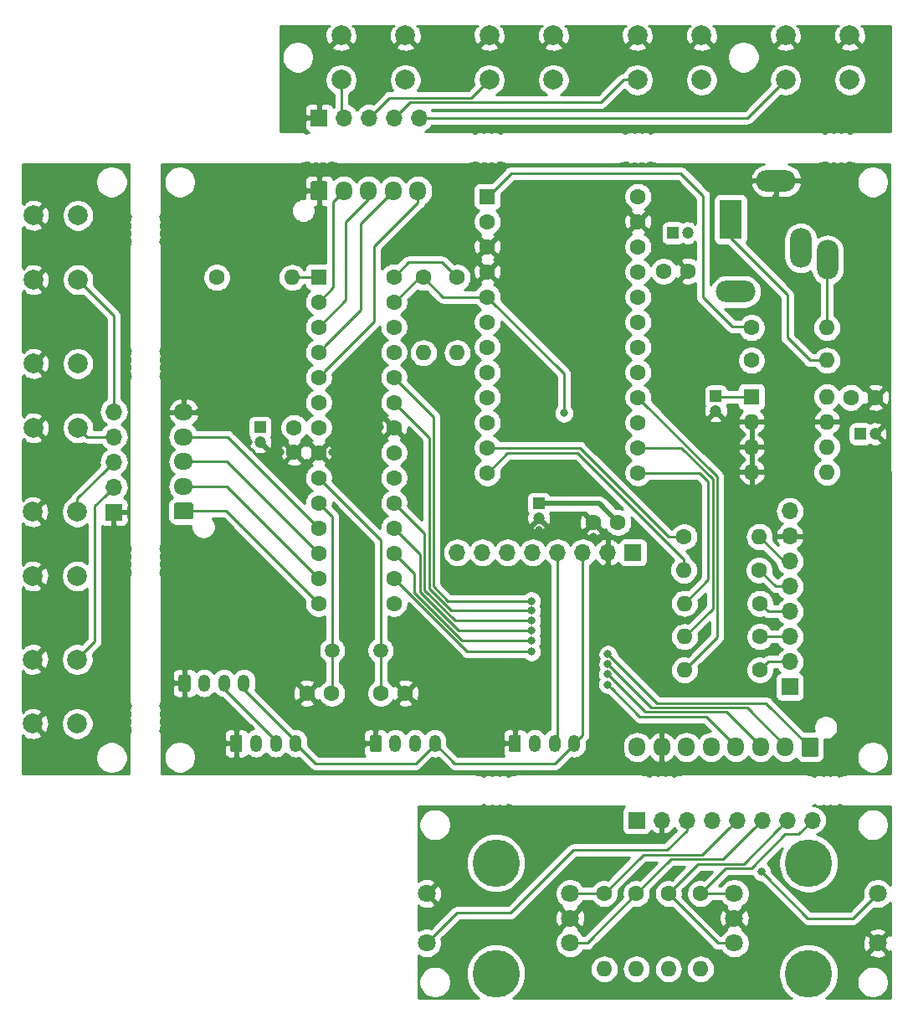
<source format=gbr>
G04 #@! TF.GenerationSoftware,KiCad,Pcbnew,(5.1.4-0-10_14)*
G04 #@! TF.CreationDate,2020-04-09T08:11:15-05:00*
G04 #@! TF.ProjectId,MIDI_CONTROLLER_MAIN_BOARD,4d494449-5f43-44f4-9e54-524f4c4c4552,rev?*
G04 #@! TF.SameCoordinates,Original*
G04 #@! TF.FileFunction,Copper,L2,Bot*
G04 #@! TF.FilePolarity,Positive*
%FSLAX46Y46*%
G04 Gerber Fmt 4.6, Leading zero omitted, Abs format (unit mm)*
G04 Created by KiCad (PCBNEW (5.1.4-0-10_14)) date 2020-04-09 08:11:15*
%MOMM*%
%LPD*%
G04 APERTURE LIST*
%ADD10O,1.200000X1.750000*%
%ADD11C,0.100000*%
%ADD12C,1.200000*%
%ADD13O,4.000000X2.200000*%
%ADD14O,2.200000X4.000000*%
%ADD15R,2.200000X4.000000*%
%ADD16O,1.700000X1.700000*%
%ADD17R,1.700000X1.700000*%
%ADD18R,1.200000X1.200000*%
%ADD19C,1.600000*%
%ADD20O,1.700000X1.950000*%
%ADD21C,1.700000*%
%ADD22C,1.500000*%
%ADD23R,1.600000X1.600000*%
%ADD24C,4.800000*%
%ADD25C,1.800000*%
%ADD26C,2.000000*%
%ADD27O,1.600000X1.600000*%
%ADD28O,1.950000X1.700000*%
%ADD29C,0.800000*%
%ADD30C,0.500000*%
%ADD31C,0.250000*%
%ADD32C,0.254000*%
G04 APERTURE END LIST*
D10*
X108966000Y-153162000D03*
X106966000Y-153162000D03*
X104966000Y-153162000D03*
D11*
G36*
X103340505Y-152288204D02*
G01*
X103364773Y-152291804D01*
X103388572Y-152297765D01*
X103411671Y-152306030D01*
X103433850Y-152316520D01*
X103454893Y-152329132D01*
X103474599Y-152343747D01*
X103492777Y-152360223D01*
X103509253Y-152378401D01*
X103523868Y-152398107D01*
X103536480Y-152419150D01*
X103546970Y-152441329D01*
X103555235Y-152464428D01*
X103561196Y-152488227D01*
X103564796Y-152512495D01*
X103566000Y-152536999D01*
X103566000Y-153787001D01*
X103564796Y-153811505D01*
X103561196Y-153835773D01*
X103555235Y-153859572D01*
X103546970Y-153882671D01*
X103536480Y-153904850D01*
X103523868Y-153925893D01*
X103509253Y-153945599D01*
X103492777Y-153963777D01*
X103474599Y-153980253D01*
X103454893Y-153994868D01*
X103433850Y-154007480D01*
X103411671Y-154017970D01*
X103388572Y-154026235D01*
X103364773Y-154032196D01*
X103340505Y-154035796D01*
X103316001Y-154037000D01*
X102615999Y-154037000D01*
X102591495Y-154035796D01*
X102567227Y-154032196D01*
X102543428Y-154026235D01*
X102520329Y-154017970D01*
X102498150Y-154007480D01*
X102477107Y-153994868D01*
X102457401Y-153980253D01*
X102439223Y-153963777D01*
X102422747Y-153945599D01*
X102408132Y-153925893D01*
X102395520Y-153904850D01*
X102385030Y-153882671D01*
X102376765Y-153859572D01*
X102370804Y-153835773D01*
X102367204Y-153811505D01*
X102366000Y-153787001D01*
X102366000Y-152536999D01*
X102367204Y-152512495D01*
X102370804Y-152488227D01*
X102376765Y-152464428D01*
X102385030Y-152441329D01*
X102395520Y-152419150D01*
X102408132Y-152398107D01*
X102422747Y-152378401D01*
X102439223Y-152360223D01*
X102457401Y-152343747D01*
X102477107Y-152329132D01*
X102498150Y-152316520D01*
X102520329Y-152306030D01*
X102543428Y-152297765D01*
X102567227Y-152291804D01*
X102591495Y-152288204D01*
X102615999Y-152287000D01*
X103316001Y-152287000D01*
X103340505Y-152288204D01*
X103340505Y-152288204D01*
G37*
D12*
X102966000Y-153162000D03*
D13*
X162814000Y-102362000D03*
D14*
X168014000Y-110362000D03*
X165314000Y-109162000D03*
D13*
X158714000Y-113562000D03*
D15*
X158214000Y-106262000D03*
D16*
X166471600Y-167030400D03*
X163931600Y-167030400D03*
X161391600Y-167030400D03*
X158851600Y-167030400D03*
X156311600Y-167030400D03*
X153771600Y-167030400D03*
X151231600Y-167030400D03*
D17*
X148691600Y-167030400D03*
D16*
X164211000Y-135763000D03*
X164211000Y-138303000D03*
X164211000Y-140843000D03*
X164211000Y-143383000D03*
X164211000Y-145923000D03*
X164211000Y-148463000D03*
X164211000Y-151003000D03*
D17*
X164211000Y-153543000D03*
D12*
X153900000Y-107632500D03*
D18*
X152400000Y-107632500D03*
D19*
X153924000Y-111506000D03*
X151424000Y-111506000D03*
D16*
X95808800Y-125704600D03*
X95808800Y-128244600D03*
X95808800Y-130784600D03*
X95808800Y-133324600D03*
D17*
X95808800Y-135864600D03*
D16*
X126746000Y-95986600D03*
X124206000Y-95986600D03*
X121666000Y-95986600D03*
X119126000Y-95986600D03*
D17*
X116586000Y-95986600D03*
D20*
X126586000Y-103378000D03*
X124086000Y-103378000D03*
X121586000Y-103378000D03*
X119086000Y-103378000D03*
D11*
G36*
X117210504Y-102404204D02*
G01*
X117234773Y-102407804D01*
X117258571Y-102413765D01*
X117281671Y-102422030D01*
X117303849Y-102432520D01*
X117324893Y-102445133D01*
X117344598Y-102459747D01*
X117362777Y-102476223D01*
X117379253Y-102494402D01*
X117393867Y-102514107D01*
X117406480Y-102535151D01*
X117416970Y-102557329D01*
X117425235Y-102580429D01*
X117431196Y-102604227D01*
X117434796Y-102628496D01*
X117436000Y-102653000D01*
X117436000Y-104103000D01*
X117434796Y-104127504D01*
X117431196Y-104151773D01*
X117425235Y-104175571D01*
X117416970Y-104198671D01*
X117406480Y-104220849D01*
X117393867Y-104241893D01*
X117379253Y-104261598D01*
X117362777Y-104279777D01*
X117344598Y-104296253D01*
X117324893Y-104310867D01*
X117303849Y-104323480D01*
X117281671Y-104333970D01*
X117258571Y-104342235D01*
X117234773Y-104348196D01*
X117210504Y-104351796D01*
X117186000Y-104353000D01*
X115986000Y-104353000D01*
X115961496Y-104351796D01*
X115937227Y-104348196D01*
X115913429Y-104342235D01*
X115890329Y-104333970D01*
X115868151Y-104323480D01*
X115847107Y-104310867D01*
X115827402Y-104296253D01*
X115809223Y-104279777D01*
X115792747Y-104261598D01*
X115778133Y-104241893D01*
X115765520Y-104220849D01*
X115755030Y-104198671D01*
X115746765Y-104175571D01*
X115740804Y-104151773D01*
X115737204Y-104127504D01*
X115736000Y-104103000D01*
X115736000Y-102653000D01*
X115737204Y-102628496D01*
X115740804Y-102604227D01*
X115746765Y-102580429D01*
X115755030Y-102557329D01*
X115765520Y-102535151D01*
X115778133Y-102514107D01*
X115792747Y-102494402D01*
X115809223Y-102476223D01*
X115827402Y-102459747D01*
X115847107Y-102445133D01*
X115868151Y-102432520D01*
X115890329Y-102422030D01*
X115913429Y-102413765D01*
X115937227Y-102407804D01*
X115961496Y-102404204D01*
X115986000Y-102403000D01*
X117186000Y-102403000D01*
X117210504Y-102404204D01*
X117210504Y-102404204D01*
G37*
D21*
X116586000Y-103378000D03*
D22*
X117909000Y-149860000D03*
X122809000Y-149860000D03*
D19*
X124142500Y-112077500D03*
X124142500Y-114617500D03*
X124142500Y-117157500D03*
X124142500Y-119697500D03*
X124142500Y-122237500D03*
X124142500Y-124777500D03*
X124142500Y-127317500D03*
X124142500Y-129857500D03*
X124142500Y-132397500D03*
X124142500Y-134937500D03*
X124142500Y-137477500D03*
X124142500Y-140017500D03*
X124142500Y-142557500D03*
X124142500Y-145097500D03*
X116522500Y-145097500D03*
X116522500Y-142557500D03*
X116522500Y-140017500D03*
X116522500Y-137477500D03*
X116522500Y-134937500D03*
X116522500Y-132397500D03*
X116522500Y-129857500D03*
X116522500Y-127317500D03*
X116522500Y-124777500D03*
X116522500Y-122237500D03*
X116522500Y-119697500D03*
X116522500Y-117157500D03*
X116522500Y-114617500D03*
D23*
X116522500Y-112077500D03*
D24*
X166090600Y-171348400D03*
X166090600Y-182548400D03*
D25*
X173090600Y-179448400D03*
X173090600Y-174448400D03*
X158590600Y-176948400D03*
X158590600Y-179448400D03*
X158590600Y-174448400D03*
D24*
X134467600Y-182536400D03*
X134467600Y-171336400D03*
D25*
X127467600Y-174436400D03*
X127467600Y-179436400D03*
X141967600Y-176936400D03*
X141967600Y-174436400D03*
X141967600Y-179436400D03*
D26*
X87680800Y-105869600D03*
X92180800Y-105869600D03*
X87680800Y-112369600D03*
X92180800Y-112369600D03*
X170266500Y-87668100D03*
X170266500Y-92168100D03*
X163766500Y-87668100D03*
X163766500Y-92168100D03*
X87680800Y-120855600D03*
X92180800Y-120855600D03*
X87680800Y-127355600D03*
X92180800Y-127355600D03*
X155280500Y-87668100D03*
X155280500Y-92168100D03*
X148780500Y-87668100D03*
X148780500Y-92168100D03*
X87617300Y-135841600D03*
X92117300Y-135841600D03*
X87617300Y-142341600D03*
X92117300Y-142341600D03*
X140294500Y-87668100D03*
X140294500Y-92168100D03*
X133794500Y-87668100D03*
X133794500Y-92168100D03*
X87617300Y-150764100D03*
X92117300Y-150764100D03*
X87617300Y-157264100D03*
X92117300Y-157264100D03*
X125308500Y-87668100D03*
X125308500Y-92168100D03*
X118808500Y-87668100D03*
X118808500Y-92168100D03*
D27*
X113855500Y-112141000D03*
D19*
X106235500Y-112141000D03*
D27*
X151925866Y-182067200D03*
D19*
X151925866Y-174447200D03*
D27*
X155168600Y-182067200D03*
D19*
X155168600Y-174447200D03*
D27*
X145440400Y-182067200D03*
D19*
X145440400Y-174447200D03*
D27*
X148683133Y-182067200D03*
D19*
X148683133Y-174447200D03*
D28*
X102870000Y-125763000D03*
X102870000Y-128263000D03*
X102870000Y-130763000D03*
X102870000Y-133263000D03*
D11*
G36*
X103619504Y-134914204D02*
G01*
X103643773Y-134917804D01*
X103667571Y-134923765D01*
X103690671Y-134932030D01*
X103712849Y-134942520D01*
X103733893Y-134955133D01*
X103753598Y-134969747D01*
X103771777Y-134986223D01*
X103788253Y-135004402D01*
X103802867Y-135024107D01*
X103815480Y-135045151D01*
X103825970Y-135067329D01*
X103834235Y-135090429D01*
X103840196Y-135114227D01*
X103843796Y-135138496D01*
X103845000Y-135163000D01*
X103845000Y-136363000D01*
X103843796Y-136387504D01*
X103840196Y-136411773D01*
X103834235Y-136435571D01*
X103825970Y-136458671D01*
X103815480Y-136480849D01*
X103802867Y-136501893D01*
X103788253Y-136521598D01*
X103771777Y-136539777D01*
X103753598Y-136556253D01*
X103733893Y-136570867D01*
X103712849Y-136583480D01*
X103690671Y-136593970D01*
X103667571Y-136602235D01*
X103643773Y-136608196D01*
X103619504Y-136611796D01*
X103595000Y-136613000D01*
X102145000Y-136613000D01*
X102120496Y-136611796D01*
X102096227Y-136608196D01*
X102072429Y-136602235D01*
X102049329Y-136593970D01*
X102027151Y-136583480D01*
X102006107Y-136570867D01*
X101986402Y-136556253D01*
X101968223Y-136539777D01*
X101951747Y-136521598D01*
X101937133Y-136501893D01*
X101924520Y-136480849D01*
X101914030Y-136458671D01*
X101905765Y-136435571D01*
X101899804Y-136411773D01*
X101896204Y-136387504D01*
X101895000Y-136363000D01*
X101895000Y-135163000D01*
X101896204Y-135138496D01*
X101899804Y-135114227D01*
X101905765Y-135090429D01*
X101914030Y-135067329D01*
X101924520Y-135045151D01*
X101937133Y-135024107D01*
X101951747Y-135004402D01*
X101968223Y-134986223D01*
X101986402Y-134969747D01*
X102006107Y-134955133D01*
X102027151Y-134942520D01*
X102049329Y-134932030D01*
X102072429Y-134923765D01*
X102096227Y-134917804D01*
X102120496Y-134914204D01*
X102145000Y-134913000D01*
X103595000Y-134913000D01*
X103619504Y-134914204D01*
X103619504Y-134914204D01*
G37*
D21*
X102870000Y-135763000D03*
D20*
X148743000Y-159639000D03*
X151243000Y-159639000D03*
X153743000Y-159639000D03*
X156243000Y-159639000D03*
X158743000Y-159639000D03*
X161243000Y-159639000D03*
X163743000Y-159639000D03*
D11*
G36*
X166867504Y-158665204D02*
G01*
X166891773Y-158668804D01*
X166915571Y-158674765D01*
X166938671Y-158683030D01*
X166960849Y-158693520D01*
X166981893Y-158706133D01*
X167001598Y-158720747D01*
X167019777Y-158737223D01*
X167036253Y-158755402D01*
X167050867Y-158775107D01*
X167063480Y-158796151D01*
X167073970Y-158818329D01*
X167082235Y-158841429D01*
X167088196Y-158865227D01*
X167091796Y-158889496D01*
X167093000Y-158914000D01*
X167093000Y-160364000D01*
X167091796Y-160388504D01*
X167088196Y-160412773D01*
X167082235Y-160436571D01*
X167073970Y-160459671D01*
X167063480Y-160481849D01*
X167050867Y-160502893D01*
X167036253Y-160522598D01*
X167019777Y-160540777D01*
X167001598Y-160557253D01*
X166981893Y-160571867D01*
X166960849Y-160584480D01*
X166938671Y-160594970D01*
X166915571Y-160603235D01*
X166891773Y-160609196D01*
X166867504Y-160612796D01*
X166843000Y-160614000D01*
X165643000Y-160614000D01*
X165618496Y-160612796D01*
X165594227Y-160609196D01*
X165570429Y-160603235D01*
X165547329Y-160594970D01*
X165525151Y-160584480D01*
X165504107Y-160571867D01*
X165484402Y-160557253D01*
X165466223Y-160540777D01*
X165449747Y-160522598D01*
X165435133Y-160502893D01*
X165422520Y-160481849D01*
X165412030Y-160459671D01*
X165403765Y-160436571D01*
X165397804Y-160412773D01*
X165394204Y-160388504D01*
X165393000Y-160364000D01*
X165393000Y-158914000D01*
X165394204Y-158889496D01*
X165397804Y-158865227D01*
X165403765Y-158841429D01*
X165412030Y-158818329D01*
X165422520Y-158796151D01*
X165435133Y-158775107D01*
X165449747Y-158755402D01*
X165466223Y-158737223D01*
X165484402Y-158720747D01*
X165504107Y-158706133D01*
X165525151Y-158693520D01*
X165547329Y-158683030D01*
X165570429Y-158674765D01*
X165594227Y-158668804D01*
X165618496Y-158665204D01*
X165643000Y-158664000D01*
X166843000Y-158664000D01*
X166867504Y-158665204D01*
X166867504Y-158665204D01*
G37*
D21*
X166243000Y-159639000D03*
D12*
X138811000Y-136501000D03*
D18*
X138811000Y-135001000D03*
D12*
X172847000Y-127952500D03*
D18*
X171347000Y-127952500D03*
D19*
X144312000Y-136906000D03*
X146812000Y-136906000D03*
X172870500Y-124269500D03*
X170370500Y-124269500D03*
D12*
X110617000Y-128778000D03*
D18*
X110617000Y-127278000D03*
D19*
X114046000Y-129817500D03*
X114046000Y-127317500D03*
X115356000Y-154178000D03*
X117856000Y-154178000D03*
X125309000Y-154178000D03*
X122809000Y-154178000D03*
X148844000Y-103949500D03*
X148844000Y-106489500D03*
X148844000Y-109029500D03*
X148844000Y-111569500D03*
X148844000Y-114109500D03*
X148844000Y-116649500D03*
X148844000Y-119189500D03*
X148844000Y-121729500D03*
X148844000Y-124269500D03*
X148844000Y-126809500D03*
X148844000Y-129349500D03*
X148844000Y-131889500D03*
X133604000Y-131889500D03*
X133604000Y-129349500D03*
X133604000Y-126809500D03*
X133604000Y-124269500D03*
X133604000Y-121729500D03*
X133604000Y-119189500D03*
X133604000Y-116649500D03*
X133604000Y-114109500D03*
X133604000Y-111569500D03*
X133604000Y-109029500D03*
X133604000Y-106489500D03*
D23*
X133604000Y-103949500D03*
D27*
X130556000Y-119761000D03*
D19*
X130556000Y-112141000D03*
D27*
X127127000Y-119761000D03*
D19*
X127127000Y-112141000D03*
D27*
X167955699Y-124204500D03*
X160335699Y-131824500D03*
X167955699Y-126744500D03*
X160335699Y-129284500D03*
X167955699Y-129284500D03*
X160335699Y-126744500D03*
X167955699Y-131824500D03*
D23*
X160335699Y-124204500D03*
D12*
X156718000Y-125642500D03*
D18*
X156718000Y-124142500D03*
D27*
X167957500Y-117221000D03*
D19*
X160337500Y-117221000D03*
D27*
X167957500Y-120523000D03*
D19*
X160337500Y-120523000D03*
D27*
X153543000Y-145097500D03*
D19*
X161163000Y-145097500D03*
D27*
X153543000Y-148463000D03*
D19*
X161163000Y-148463000D03*
D27*
X153543000Y-151828500D03*
D19*
X161163000Y-151828500D03*
D27*
X153479500Y-141732000D03*
D19*
X161099500Y-141732000D03*
D27*
X161131250Y-138366500D03*
D19*
X153511250Y-138366500D03*
D16*
X130556000Y-139954000D03*
X133096000Y-139954000D03*
X135636000Y-139954000D03*
X138176000Y-139954000D03*
X140716000Y-139954000D03*
X143256000Y-139954000D03*
X145796000Y-139954000D03*
D17*
X148336000Y-139954000D03*
D10*
X114204000Y-159258000D03*
X112204000Y-159258000D03*
X110204000Y-159258000D03*
D11*
G36*
X108578505Y-158384204D02*
G01*
X108602773Y-158387804D01*
X108626572Y-158393765D01*
X108649671Y-158402030D01*
X108671850Y-158412520D01*
X108692893Y-158425132D01*
X108712599Y-158439747D01*
X108730777Y-158456223D01*
X108747253Y-158474401D01*
X108761868Y-158494107D01*
X108774480Y-158515150D01*
X108784970Y-158537329D01*
X108793235Y-158560428D01*
X108799196Y-158584227D01*
X108802796Y-158608495D01*
X108804000Y-158632999D01*
X108804000Y-159883001D01*
X108802796Y-159907505D01*
X108799196Y-159931773D01*
X108793235Y-159955572D01*
X108784970Y-159978671D01*
X108774480Y-160000850D01*
X108761868Y-160021893D01*
X108747253Y-160041599D01*
X108730777Y-160059777D01*
X108712599Y-160076253D01*
X108692893Y-160090868D01*
X108671850Y-160103480D01*
X108649671Y-160113970D01*
X108626572Y-160122235D01*
X108602773Y-160128196D01*
X108578505Y-160131796D01*
X108554001Y-160133000D01*
X107853999Y-160133000D01*
X107829495Y-160131796D01*
X107805227Y-160128196D01*
X107781428Y-160122235D01*
X107758329Y-160113970D01*
X107736150Y-160103480D01*
X107715107Y-160090868D01*
X107695401Y-160076253D01*
X107677223Y-160059777D01*
X107660747Y-160041599D01*
X107646132Y-160021893D01*
X107633520Y-160000850D01*
X107623030Y-159978671D01*
X107614765Y-159955572D01*
X107608804Y-159931773D01*
X107605204Y-159907505D01*
X107604000Y-159883001D01*
X107604000Y-158632999D01*
X107605204Y-158608495D01*
X107608804Y-158584227D01*
X107614765Y-158560428D01*
X107623030Y-158537329D01*
X107633520Y-158515150D01*
X107646132Y-158494107D01*
X107660747Y-158474401D01*
X107677223Y-158456223D01*
X107695401Y-158439747D01*
X107715107Y-158425132D01*
X107736150Y-158412520D01*
X107758329Y-158402030D01*
X107781428Y-158393765D01*
X107805227Y-158387804D01*
X107829495Y-158384204D01*
X107853999Y-158383000D01*
X108554001Y-158383000D01*
X108578505Y-158384204D01*
X108578505Y-158384204D01*
G37*
D12*
X108204000Y-159258000D03*
D10*
X142398000Y-159258000D03*
X140398000Y-159258000D03*
X138398000Y-159258000D03*
D11*
G36*
X136772505Y-158384204D02*
G01*
X136796773Y-158387804D01*
X136820572Y-158393765D01*
X136843671Y-158402030D01*
X136865850Y-158412520D01*
X136886893Y-158425132D01*
X136906599Y-158439747D01*
X136924777Y-158456223D01*
X136941253Y-158474401D01*
X136955868Y-158494107D01*
X136968480Y-158515150D01*
X136978970Y-158537329D01*
X136987235Y-158560428D01*
X136993196Y-158584227D01*
X136996796Y-158608495D01*
X136998000Y-158632999D01*
X136998000Y-159883001D01*
X136996796Y-159907505D01*
X136993196Y-159931773D01*
X136987235Y-159955572D01*
X136978970Y-159978671D01*
X136968480Y-160000850D01*
X136955868Y-160021893D01*
X136941253Y-160041599D01*
X136924777Y-160059777D01*
X136906599Y-160076253D01*
X136886893Y-160090868D01*
X136865850Y-160103480D01*
X136843671Y-160113970D01*
X136820572Y-160122235D01*
X136796773Y-160128196D01*
X136772505Y-160131796D01*
X136748001Y-160133000D01*
X136047999Y-160133000D01*
X136023495Y-160131796D01*
X135999227Y-160128196D01*
X135975428Y-160122235D01*
X135952329Y-160113970D01*
X135930150Y-160103480D01*
X135909107Y-160090868D01*
X135889401Y-160076253D01*
X135871223Y-160059777D01*
X135854747Y-160041599D01*
X135840132Y-160021893D01*
X135827520Y-160000850D01*
X135817030Y-159978671D01*
X135808765Y-159955572D01*
X135802804Y-159931773D01*
X135799204Y-159907505D01*
X135798000Y-159883001D01*
X135798000Y-158632999D01*
X135799204Y-158608495D01*
X135802804Y-158584227D01*
X135808765Y-158560428D01*
X135817030Y-158537329D01*
X135827520Y-158515150D01*
X135840132Y-158494107D01*
X135854747Y-158474401D01*
X135871223Y-158456223D01*
X135889401Y-158439747D01*
X135909107Y-158425132D01*
X135930150Y-158412520D01*
X135952329Y-158402030D01*
X135975428Y-158393765D01*
X135999227Y-158387804D01*
X136023495Y-158384204D01*
X136047999Y-158383000D01*
X136748001Y-158383000D01*
X136772505Y-158384204D01*
X136772505Y-158384204D01*
G37*
D12*
X136398000Y-159258000D03*
D10*
X128301000Y-159258000D03*
X126301000Y-159258000D03*
X124301000Y-159258000D03*
D11*
G36*
X122675505Y-158384204D02*
G01*
X122699773Y-158387804D01*
X122723572Y-158393765D01*
X122746671Y-158402030D01*
X122768850Y-158412520D01*
X122789893Y-158425132D01*
X122809599Y-158439747D01*
X122827777Y-158456223D01*
X122844253Y-158474401D01*
X122858868Y-158494107D01*
X122871480Y-158515150D01*
X122881970Y-158537329D01*
X122890235Y-158560428D01*
X122896196Y-158584227D01*
X122899796Y-158608495D01*
X122901000Y-158632999D01*
X122901000Y-159883001D01*
X122899796Y-159907505D01*
X122896196Y-159931773D01*
X122890235Y-159955572D01*
X122881970Y-159978671D01*
X122871480Y-160000850D01*
X122858868Y-160021893D01*
X122844253Y-160041599D01*
X122827777Y-160059777D01*
X122809599Y-160076253D01*
X122789893Y-160090868D01*
X122768850Y-160103480D01*
X122746671Y-160113970D01*
X122723572Y-160122235D01*
X122699773Y-160128196D01*
X122675505Y-160131796D01*
X122651001Y-160133000D01*
X121950999Y-160133000D01*
X121926495Y-160131796D01*
X121902227Y-160128196D01*
X121878428Y-160122235D01*
X121855329Y-160113970D01*
X121833150Y-160103480D01*
X121812107Y-160090868D01*
X121792401Y-160076253D01*
X121774223Y-160059777D01*
X121757747Y-160041599D01*
X121743132Y-160021893D01*
X121730520Y-160000850D01*
X121720030Y-159978671D01*
X121711765Y-159955572D01*
X121705804Y-159931773D01*
X121702204Y-159907505D01*
X121701000Y-159883001D01*
X121701000Y-158632999D01*
X121702204Y-158608495D01*
X121705804Y-158584227D01*
X121711765Y-158560428D01*
X121720030Y-158537329D01*
X121730520Y-158515150D01*
X121743132Y-158494107D01*
X121757747Y-158474401D01*
X121774223Y-158456223D01*
X121792401Y-158439747D01*
X121812107Y-158425132D01*
X121833150Y-158412520D01*
X121855329Y-158402030D01*
X121878428Y-158393765D01*
X121902227Y-158387804D01*
X121926495Y-158384204D01*
X121950999Y-158383000D01*
X122651001Y-158383000D01*
X122675505Y-158384204D01*
X122675505Y-158384204D01*
G37*
D12*
X122301000Y-159258000D03*
D29*
X121081800Y-159334200D03*
X106984800Y-159258000D03*
X135204200Y-159283400D03*
X151231600Y-158038800D03*
X166547800Y-126746000D03*
X101752400Y-153162000D03*
X104444800Y-125730000D03*
X109423200Y-128752600D03*
X112649000Y-129819400D03*
X117932200Y-129819400D03*
X122732800Y-127304800D03*
X115138200Y-103352600D03*
X135407404Y-109042200D03*
X158927800Y-131826000D03*
X158927800Y-129311400D03*
X144297400Y-138328400D03*
X145770600Y-141401800D03*
X138811000Y-137718800D03*
X151231600Y-168554402D03*
X150799788Y-87680800D03*
X157276800Y-87680798D03*
X165785800Y-87706200D03*
X172288192Y-87706200D03*
X142367000Y-87655400D03*
X135915400Y-87680800D03*
X127431800Y-87655400D03*
X120929400Y-87680800D03*
X116586000Y-94310200D03*
X135407400Y-111556800D03*
X147040606Y-106476800D03*
X153924000Y-109702608D03*
X153898600Y-106019594D03*
X162788600Y-104063784D03*
X158927794Y-126720600D03*
X172847002Y-126339600D03*
X172872400Y-122453398D03*
X162941000Y-137058406D03*
X143865600Y-176911002D03*
X160502598Y-176911000D03*
X171170600Y-179451000D03*
X129387602Y-174421800D03*
X113537990Y-154178000D03*
X127127000Y-154152600D03*
X87680800Y-103784400D03*
X87655400Y-110261400D03*
X87655400Y-118770400D03*
X87706200Y-125247400D03*
X87604600Y-133756400D03*
X87604600Y-140258800D03*
X87630000Y-148691600D03*
X87630000Y-155117800D03*
X95783400Y-137718800D03*
X170992800Y-170840400D03*
X141351000Y-125857000D03*
X145796040Y-150241000D03*
X138049000Y-146843974D03*
X145791367Y-151261633D03*
X138049000Y-147843987D03*
X145786714Y-152282286D03*
X138049000Y-148843998D03*
X145782061Y-153302939D03*
X138062939Y-149987000D03*
X138049000Y-144843952D03*
X138049004Y-145843963D03*
X161353501Y-172250101D03*
D30*
X144907000Y-135001000D02*
X138811000Y-135001000D01*
X146812000Y-136906000D02*
X144907000Y-135001000D01*
D31*
X161988500Y-151003000D02*
X164211000Y-151003000D01*
X161163000Y-151828500D02*
X161988500Y-151003000D01*
X161163000Y-148463000D02*
X164211000Y-148463000D01*
X161988500Y-145923000D02*
X164211000Y-145923000D01*
X161163000Y-145097500D02*
X161988500Y-145923000D01*
X162750500Y-143383000D02*
X164211000Y-143383000D01*
X161099500Y-141732000D02*
X162750500Y-143383000D01*
X163607750Y-140843000D02*
X164211000Y-140843000D01*
X161131250Y-138366500D02*
X163607750Y-140843000D01*
X153511250Y-138366500D02*
X152844500Y-138366500D01*
X142938500Y-129349500D02*
X134735370Y-129349500D01*
X151955500Y-138366500D02*
X142938500Y-129349500D01*
X153511250Y-138366500D02*
X151955500Y-138366500D01*
X134735370Y-129349500D02*
X133604000Y-129349500D01*
X133667500Y-131889500D02*
X133604000Y-131889500D01*
X142748000Y-129921000D02*
X135636000Y-129921000D01*
X153479500Y-140652500D02*
X142748000Y-129921000D01*
X135636000Y-129921000D02*
X133667500Y-131889500D01*
X153479500Y-141732000D02*
X153479500Y-140652500D01*
X133667500Y-103949500D02*
X133604000Y-103949500D01*
X136017000Y-101600000D02*
X133667500Y-103949500D01*
X153162000Y-101600000D02*
X136017000Y-101600000D01*
X155448000Y-103886000D02*
X153162000Y-101600000D01*
X158369000Y-117094000D02*
X155448000Y-114173000D01*
X160210500Y-117094000D02*
X158369000Y-117094000D01*
X155448000Y-114173000D02*
X155448000Y-103886000D01*
X160337500Y-117221000D02*
X160210500Y-117094000D01*
X148844000Y-124269500D02*
X156845000Y-132270500D01*
X156845000Y-148526500D02*
X153543000Y-151828500D01*
X156845000Y-132270500D02*
X156845000Y-148526500D01*
X153225500Y-129349500D02*
X156394989Y-132518989D01*
X148844000Y-129349500D02*
X153225500Y-129349500D01*
X156394989Y-145611011D02*
X153543000Y-148463000D01*
X156394989Y-132518989D02*
X156394989Y-145611011D01*
X155066295Y-131889500D02*
X155944978Y-132768183D01*
X148844000Y-131889500D02*
X155066295Y-131889500D01*
X155944978Y-142695522D02*
X153543000Y-145097500D01*
X155944978Y-132768183D02*
X155944978Y-142695522D01*
X167978500Y-117200000D02*
X167957500Y-117221000D01*
X167978500Y-110335500D02*
X167978500Y-117200000D01*
X158178500Y-108140500D02*
X158178500Y-106235500D01*
X163957000Y-118237000D02*
X163957000Y-113919000D01*
X163957000Y-113919000D02*
X158178500Y-108140500D01*
X166243000Y-120523000D02*
X163957000Y-118237000D01*
X167957500Y-120523000D02*
X166243000Y-120523000D01*
X156780000Y-124204500D02*
X156718000Y-124142500D01*
X160335699Y-124204500D02*
X156780000Y-124204500D01*
X129756001Y-111341001D02*
X130556000Y-112141000D01*
X129032000Y-110617000D02*
X129756001Y-111341001D01*
X125603000Y-110617000D02*
X129032000Y-110617000D01*
X124142500Y-112077500D02*
X125603000Y-110617000D01*
X126365000Y-161290000D02*
X128301000Y-159354000D01*
X116205000Y-161290000D02*
X126365000Y-161290000D01*
X128301000Y-159354000D02*
X128301000Y-159258000D01*
X114204000Y-159289000D02*
X116205000Y-161290000D01*
X114204000Y-159258000D02*
X114204000Y-159289000D01*
X142398000Y-159354000D02*
X142398000Y-159258000D01*
X140462000Y-161290000D02*
X142398000Y-159354000D01*
X130302000Y-161290000D02*
X140462000Y-161290000D01*
X128301000Y-159289000D02*
X130302000Y-161290000D01*
X128301000Y-159258000D02*
X128301000Y-159289000D01*
X143256000Y-158400000D02*
X142398000Y-159258000D01*
X143256000Y-139954000D02*
X143256000Y-158400000D01*
X108966000Y-153745000D02*
X108966000Y-153162000D01*
X114204000Y-158983000D02*
X108966000Y-153745000D01*
X114204000Y-159258000D02*
X114204000Y-158983000D01*
X129095500Y-114109500D02*
X127127000Y-112141000D01*
X133604000Y-114109500D02*
X129095500Y-114109500D01*
X126746000Y-112141000D02*
X127127000Y-112141000D01*
X124269500Y-114617500D02*
X126746000Y-112141000D01*
X124142500Y-114617500D02*
X124269500Y-114617500D01*
X141351000Y-121856500D02*
X133604000Y-114109500D01*
X141351000Y-125857000D02*
X141351000Y-121856500D01*
X140716000Y-158940000D02*
X140398000Y-159258000D01*
X140716000Y-139954000D02*
X140716000Y-158940000D01*
X106966000Y-153745000D02*
X106966000Y-153162000D01*
X112204000Y-158983000D02*
X106966000Y-153745000D01*
X112204000Y-159258000D02*
X112204000Y-158983000D01*
X122809000Y-138684000D02*
X116522500Y-132397500D01*
X122809000Y-149860000D02*
X122809000Y-138684000D01*
X122809000Y-149860000D02*
X122809000Y-154178000D01*
X117909000Y-136324000D02*
X116522500Y-134937500D01*
X117909000Y-149860000D02*
X117909000Y-136324000D01*
X117909000Y-154125000D02*
X117856000Y-154178000D01*
X117909000Y-149860000D02*
X117909000Y-154125000D01*
X127253998Y-138048998D02*
X127253998Y-143766820D01*
X124142500Y-134937500D02*
X127253998Y-138048998D01*
X137483315Y-146843974D02*
X138049000Y-146843974D01*
X130331152Y-146843974D02*
X137483315Y-146843974D01*
X127253998Y-143766820D02*
X130331152Y-146843974D01*
X161798000Y-155194000D02*
X166243000Y-159639000D01*
X150749040Y-155194000D02*
X161798000Y-155194000D01*
X145796040Y-150241000D02*
X150749040Y-155194000D01*
X126803987Y-140138987D02*
X126803987Y-143953220D01*
X124142500Y-137477500D02*
X126803987Y-140138987D01*
X130694754Y-147843987D02*
X137483315Y-147843987D01*
X126803987Y-143953220D02*
X130694754Y-147843987D01*
X137483315Y-147843987D02*
X138049000Y-147843987D01*
X145791367Y-151261633D02*
X150173745Y-155644011D01*
X150173745Y-155644011D02*
X159873011Y-155644011D01*
X163743000Y-159514000D02*
X163743000Y-159639000D01*
X159873011Y-155644011D02*
X163743000Y-159514000D01*
X126238000Y-144023644D02*
X131058354Y-148843998D01*
X137483315Y-148843998D02*
X138049000Y-148843998D01*
X124142500Y-140017500D02*
X126238000Y-142113000D01*
X126238000Y-142113000D02*
X126238000Y-144023644D01*
X131058354Y-148843998D02*
X137483315Y-148843998D01*
X161243000Y-159514000D02*
X161243000Y-159639000D01*
X149598450Y-156094022D02*
X157823022Y-156094022D01*
X157823022Y-156094022D02*
X161243000Y-159514000D01*
X145786714Y-152282286D02*
X149598450Y-156094022D01*
X124142500Y-142557500D02*
X124942499Y-143357499D01*
X131564945Y-149987000D02*
X137497254Y-149987000D01*
X137497254Y-149987000D02*
X138062939Y-149987000D01*
X124942499Y-143364554D02*
X131564945Y-149987000D01*
X124942499Y-143357499D02*
X124942499Y-143364554D01*
X158743000Y-159639000D02*
X158743000Y-159514000D01*
X149023155Y-156544033D02*
X146182060Y-153702938D01*
X158743000Y-159514000D02*
X155773033Y-156544033D01*
X146182060Y-153702938D02*
X145782061Y-153302939D01*
X155773033Y-156544033D02*
X149023155Y-156544033D01*
X128154020Y-126249020D02*
X128154020Y-143394020D01*
X124142500Y-122237500D02*
X128154020Y-126249020D01*
X137483315Y-144843952D02*
X138049000Y-144843952D01*
X128154020Y-143394020D02*
X129603952Y-144843952D01*
X129603952Y-144843952D02*
X137483315Y-144843952D01*
X124142500Y-124777500D02*
X127704009Y-128339009D01*
X137483319Y-145843963D02*
X138049004Y-145843963D01*
X129967552Y-145843963D02*
X137483319Y-145843963D01*
X127704009Y-143580420D02*
X129967552Y-145843963D01*
X127704009Y-128339009D02*
X127704009Y-143580420D01*
X107188000Y-135763000D02*
X116522500Y-145097500D01*
X102870000Y-135763000D02*
X107188000Y-135763000D01*
X107228000Y-133263000D02*
X116522500Y-142557500D01*
X102870000Y-133263000D02*
X107228000Y-133263000D01*
X107268000Y-130763000D02*
X116522500Y-140017500D01*
X102870000Y-130763000D02*
X107268000Y-130763000D01*
X107308000Y-128263000D02*
X116522500Y-137477500D01*
X102870000Y-128263000D02*
X107308000Y-128263000D01*
X122174000Y-116586000D02*
X117322499Y-121437501D01*
X122174000Y-109015000D02*
X122174000Y-116586000D01*
X126586000Y-104603000D02*
X122174000Y-109015000D01*
X117322499Y-121437501D02*
X116522500Y-122237500D01*
X126586000Y-103378000D02*
X126586000Y-104603000D01*
X117322499Y-118897501D02*
X116522500Y-119697500D01*
X120777000Y-115443000D02*
X117322499Y-118897501D01*
X120777000Y-106687000D02*
X120777000Y-115443000D01*
X124086000Y-103378000D02*
X120777000Y-106687000D01*
X119253000Y-114427000D02*
X116522500Y-117157500D01*
X119253000Y-106553000D02*
X119253000Y-114427000D01*
X121586000Y-104220000D02*
X119253000Y-106553000D01*
X121586000Y-103378000D02*
X121586000Y-104220000D01*
X117983000Y-113157000D02*
X116522500Y-114617500D01*
X117983000Y-104481000D02*
X117983000Y-113157000D01*
X119086000Y-103378000D02*
X117983000Y-104481000D01*
X116459000Y-112141000D02*
X116522500Y-112077500D01*
X113855500Y-112141000D02*
X116459000Y-112141000D01*
X155179400Y-174436400D02*
X155168600Y-174447200D01*
X158590600Y-174436400D02*
X155179400Y-174436400D01*
X166065200Y-167030400D02*
X166471600Y-167030400D01*
X163753800Y-168452800D02*
X165049200Y-168452800D01*
X160324800Y-171881800D02*
X163753800Y-168452800D01*
X165049200Y-168452800D02*
X166471600Y-167030400D01*
X157734000Y-171881800D02*
X160324800Y-171881800D01*
X155168600Y-174447200D02*
X157734000Y-171881800D01*
X156915066Y-179436400D02*
X151925866Y-174447200D01*
X158590600Y-179436400D02*
X156915066Y-179436400D01*
X163081601Y-167880399D02*
X163931600Y-167030400D01*
X151925866Y-174447200D02*
X154948466Y-171424600D01*
X154948466Y-171424600D02*
X159537400Y-171424600D01*
X159537400Y-171424600D02*
X163081601Y-167880399D01*
X143693933Y-179436400D02*
X148683133Y-174447200D01*
X141967600Y-179436400D02*
X143693933Y-179436400D01*
X160541601Y-167880399D02*
X161391600Y-167030400D01*
X157454600Y-170967400D02*
X160541601Y-167880399D01*
X152162933Y-170967400D02*
X157454600Y-170967400D01*
X148683133Y-174447200D02*
X152162933Y-170967400D01*
X145429600Y-174436400D02*
X145440400Y-174447200D01*
X141967600Y-174436400D02*
X145429600Y-174436400D01*
X158001601Y-167880399D02*
X158851600Y-167030400D01*
X149377400Y-170510200D02*
X155371800Y-170510200D01*
X155371800Y-170510200D02*
X158001601Y-167880399D01*
X145440400Y-174447200D02*
X149377400Y-170510200D01*
X161753500Y-172650100D02*
X161353501Y-172250101D01*
X166039800Y-176936400D02*
X161753500Y-172650100D01*
X170602600Y-176936400D02*
X166039800Y-176936400D01*
X173090600Y-174448400D02*
X170602600Y-176936400D01*
X153771600Y-168046400D02*
X153771600Y-167030400D01*
X151765000Y-170053000D02*
X153771600Y-168046400D01*
X142290800Y-170053000D02*
X151765000Y-170053000D01*
X130526400Y-176377600D02*
X135966200Y-176377600D01*
X135966200Y-176377600D02*
X142290800Y-170053000D01*
X127467600Y-179436400D02*
X130526400Y-176377600D01*
X159948000Y-95986600D02*
X126746000Y-95986600D01*
X163766500Y-92168100D02*
X159948000Y-95986600D01*
X147366287Y-92168100D02*
X145122587Y-94411800D01*
X148780500Y-92168100D02*
X147366287Y-92168100D01*
X125780800Y-94411800D02*
X124206000Y-95986600D01*
X145122587Y-94411800D02*
X125780800Y-94411800D01*
X122515999Y-95136601D02*
X121666000Y-95986600D01*
X123690810Y-93961790D02*
X122515999Y-95136601D01*
X132000810Y-93961790D02*
X123690810Y-93961790D01*
X133794500Y-92168100D02*
X132000810Y-93961790D01*
X118808500Y-95669100D02*
X119126000Y-95986600D01*
X118808500Y-92168100D02*
X118808500Y-95669100D01*
X95808800Y-115997600D02*
X95808800Y-125704600D01*
X92180800Y-112369600D02*
X95808800Y-115997600D01*
X93069800Y-128244600D02*
X95808800Y-128244600D01*
X92180800Y-127355600D02*
X93069800Y-128244600D01*
X94958801Y-131634599D02*
X95808800Y-130784600D01*
X92117300Y-134476100D02*
X94958801Y-131634599D01*
X92117300Y-135841600D02*
X92117300Y-134476100D01*
X94958801Y-134174599D02*
X95808800Y-133324600D01*
X93903800Y-148945600D02*
X93903800Y-135229600D01*
X93903800Y-135229600D02*
X94958801Y-134174599D01*
X92117300Y-150732100D02*
X93903800Y-148945600D01*
X92117300Y-150764100D02*
X92117300Y-150732100D01*
D32*
G36*
X145764287Y-173048512D02*
G01*
X145581735Y-173012200D01*
X145299065Y-173012200D01*
X145021826Y-173067347D01*
X144760673Y-173175520D01*
X144525641Y-173332563D01*
X144325763Y-173532441D01*
X144229573Y-173676400D01*
X143305913Y-173676400D01*
X143159912Y-173457895D01*
X142946105Y-173244088D01*
X142694695Y-173076101D01*
X142415343Y-172960389D01*
X142118784Y-172901400D01*
X141816416Y-172901400D01*
X141519857Y-172960389D01*
X141240505Y-173076101D01*
X140989095Y-173244088D01*
X140775288Y-173457895D01*
X140607301Y-173709305D01*
X140491589Y-173988657D01*
X140432600Y-174285216D01*
X140432600Y-174587584D01*
X140491589Y-174884143D01*
X140607301Y-175163495D01*
X140775288Y-175414905D01*
X140989095Y-175628712D01*
X141131910Y-175724138D01*
X141083125Y-175872320D01*
X141967600Y-176756795D01*
X142852075Y-175872320D01*
X142803290Y-175724138D01*
X142946105Y-175628712D01*
X143159912Y-175414905D01*
X143305913Y-175196400D01*
X144215140Y-175196400D01*
X144325763Y-175361959D01*
X144525641Y-175561837D01*
X144760673Y-175718880D01*
X145021826Y-175827053D01*
X145299065Y-175882200D01*
X145581735Y-175882200D01*
X145858974Y-175827053D01*
X146120127Y-175718880D01*
X146355159Y-175561837D01*
X146555037Y-175361959D01*
X146712080Y-175126927D01*
X146820253Y-174865774D01*
X146875400Y-174588535D01*
X146875400Y-174305865D01*
X146839088Y-174123313D01*
X149692202Y-171270200D01*
X150785331Y-171270200D01*
X149007020Y-173048512D01*
X148824468Y-173012200D01*
X148541798Y-173012200D01*
X148264559Y-173067347D01*
X148003406Y-173175520D01*
X147768374Y-173332563D01*
X147568496Y-173532441D01*
X147411453Y-173767473D01*
X147303280Y-174028626D01*
X147248133Y-174305865D01*
X147248133Y-174588535D01*
X147284445Y-174771086D01*
X143379132Y-178676400D01*
X143305913Y-178676400D01*
X143159912Y-178457895D01*
X142946105Y-178244088D01*
X142803290Y-178148662D01*
X142852075Y-178000480D01*
X141967600Y-177116005D01*
X141083125Y-178000480D01*
X141131910Y-178148662D01*
X140989095Y-178244088D01*
X140775288Y-178457895D01*
X140607301Y-178709305D01*
X140491589Y-178988657D01*
X140432600Y-179285216D01*
X140432600Y-179587584D01*
X140491589Y-179884143D01*
X140607301Y-180163495D01*
X140775288Y-180414905D01*
X140989095Y-180628712D01*
X141240505Y-180796699D01*
X141519857Y-180912411D01*
X141816416Y-180971400D01*
X142118784Y-180971400D01*
X142415343Y-180912411D01*
X142694695Y-180796699D01*
X142946105Y-180628712D01*
X143159912Y-180414905D01*
X143305913Y-180196400D01*
X143656611Y-180196400D01*
X143693933Y-180200076D01*
X143731255Y-180196400D01*
X143731266Y-180196400D01*
X143842919Y-180185403D01*
X143986180Y-180141946D01*
X144118209Y-180071374D01*
X144233934Y-179976401D01*
X144257737Y-179947397D01*
X148359247Y-175845888D01*
X148541798Y-175882200D01*
X148824468Y-175882200D01*
X149101707Y-175827053D01*
X149362860Y-175718880D01*
X149597892Y-175561837D01*
X149797770Y-175361959D01*
X149954813Y-175126927D01*
X150062986Y-174865774D01*
X150118133Y-174588535D01*
X150118133Y-174305865D01*
X150081821Y-174123313D01*
X152477735Y-171727400D01*
X153570864Y-171727400D01*
X152249752Y-173048512D01*
X152067201Y-173012200D01*
X151784531Y-173012200D01*
X151507292Y-173067347D01*
X151246139Y-173175520D01*
X151011107Y-173332563D01*
X150811229Y-173532441D01*
X150654186Y-173767473D01*
X150546013Y-174028626D01*
X150490866Y-174305865D01*
X150490866Y-174588535D01*
X150546013Y-174865774D01*
X150654186Y-175126927D01*
X150811229Y-175361959D01*
X151011107Y-175561837D01*
X151246139Y-175718880D01*
X151507292Y-175827053D01*
X151784531Y-175882200D01*
X152067201Y-175882200D01*
X152249753Y-175845888D01*
X156351267Y-179947403D01*
X156375065Y-179976401D01*
X156490790Y-180071374D01*
X156622819Y-180141946D01*
X156766080Y-180185403D01*
X156877733Y-180196400D01*
X156877742Y-180196400D01*
X156915065Y-180200076D01*
X156952388Y-180196400D01*
X157244269Y-180196400D01*
X157398288Y-180426905D01*
X157612095Y-180640712D01*
X157863505Y-180808699D01*
X158142857Y-180924411D01*
X158439416Y-180983400D01*
X158741784Y-180983400D01*
X159038343Y-180924411D01*
X159317695Y-180808699D01*
X159569105Y-180640712D01*
X159782912Y-180426905D01*
X159950899Y-180175495D01*
X160066611Y-179896143D01*
X160125600Y-179599584D01*
X160125600Y-179297216D01*
X160066611Y-179000657D01*
X159950899Y-178721305D01*
X159782912Y-178469895D01*
X159697337Y-178384320D01*
X172206125Y-178384320D01*
X173090600Y-179268795D01*
X173975075Y-178384320D01*
X173891392Y-178130139D01*
X173618825Y-177999242D01*
X173325958Y-177924035D01*
X173024047Y-177907409D01*
X172724693Y-177950003D01*
X172439401Y-178050178D01*
X172289808Y-178130139D01*
X172206125Y-178384320D01*
X159697337Y-178384320D01*
X159569105Y-178256088D01*
X159426290Y-178160662D01*
X159475075Y-178012480D01*
X158590600Y-177128005D01*
X157706125Y-178012480D01*
X157754910Y-178160662D01*
X157612095Y-178256088D01*
X157398288Y-178469895D01*
X157260306Y-178676400D01*
X157229868Y-178676400D01*
X155568421Y-177014953D01*
X157049609Y-177014953D01*
X157092203Y-177314307D01*
X157192378Y-177599599D01*
X157272339Y-177749192D01*
X157526520Y-177832875D01*
X158410995Y-176948400D01*
X158770205Y-176948400D01*
X159654680Y-177832875D01*
X159908861Y-177749192D01*
X160039758Y-177476625D01*
X160114965Y-177183758D01*
X160131591Y-176881847D01*
X160088997Y-176582493D01*
X159988822Y-176297201D01*
X159908861Y-176147608D01*
X159654680Y-176063925D01*
X158770205Y-176948400D01*
X158410995Y-176948400D01*
X157526520Y-176063925D01*
X157272339Y-176147608D01*
X157141442Y-176420175D01*
X157066235Y-176713042D01*
X157049609Y-177014953D01*
X155568421Y-177014953D01*
X153324554Y-174771087D01*
X153360866Y-174588535D01*
X153360866Y-174305865D01*
X153324554Y-174123314D01*
X155263268Y-172184600D01*
X156356398Y-172184600D01*
X155492486Y-173048512D01*
X155309935Y-173012200D01*
X155027265Y-173012200D01*
X154750026Y-173067347D01*
X154488873Y-173175520D01*
X154253841Y-173332563D01*
X154053963Y-173532441D01*
X153896920Y-173767473D01*
X153788747Y-174028626D01*
X153733600Y-174305865D01*
X153733600Y-174588535D01*
X153788747Y-174865774D01*
X153896920Y-175126927D01*
X154053963Y-175361959D01*
X154253841Y-175561837D01*
X154488873Y-175718880D01*
X154750026Y-175827053D01*
X155027265Y-175882200D01*
X155309935Y-175882200D01*
X155587174Y-175827053D01*
X155848327Y-175718880D01*
X156083359Y-175561837D01*
X156283237Y-175361959D01*
X156393860Y-175196400D01*
X157244269Y-175196400D01*
X157398288Y-175426905D01*
X157612095Y-175640712D01*
X157754910Y-175736138D01*
X157706125Y-175884320D01*
X158590600Y-176768795D01*
X159475075Y-175884320D01*
X159426290Y-175736138D01*
X159569105Y-175640712D01*
X159782912Y-175426905D01*
X159950899Y-175175495D01*
X160066611Y-174896143D01*
X160125600Y-174599584D01*
X160125600Y-174297216D01*
X160066611Y-174000657D01*
X159950899Y-173721305D01*
X159782912Y-173469895D01*
X159569105Y-173256088D01*
X159317695Y-173088101D01*
X159038343Y-172972389D01*
X158741784Y-172913400D01*
X158439416Y-172913400D01*
X158142857Y-172972389D01*
X157863505Y-173088101D01*
X157612095Y-173256088D01*
X157398288Y-173469895D01*
X157260306Y-173676400D01*
X157014202Y-173676400D01*
X158048803Y-172641800D01*
X160287478Y-172641800D01*
X160324800Y-172645476D01*
X160362122Y-172641800D01*
X160362133Y-172641800D01*
X160394165Y-172638645D01*
X160436296Y-172740357D01*
X160549564Y-172909875D01*
X160693727Y-173054038D01*
X160863245Y-173167306D01*
X161051603Y-173245327D01*
X161251562Y-173285101D01*
X161313700Y-173285101D01*
X165476001Y-177447403D01*
X165499799Y-177476401D01*
X165528797Y-177500199D01*
X165615524Y-177571374D01*
X165747553Y-177641946D01*
X165890814Y-177685403D01*
X166039800Y-177700077D01*
X166077133Y-177696400D01*
X170565278Y-177696400D01*
X170602600Y-177700076D01*
X170639922Y-177696400D01*
X170639933Y-177696400D01*
X170751586Y-177685403D01*
X170894847Y-177641946D01*
X171026876Y-177571374D01*
X171142601Y-177476401D01*
X171166404Y-177447397D01*
X172681670Y-175932131D01*
X172939416Y-175983400D01*
X173241784Y-175983400D01*
X173538343Y-175924411D01*
X173817695Y-175808699D01*
X174069105Y-175640712D01*
X174282912Y-175426905D01*
X174346000Y-175332487D01*
X174346001Y-178626913D01*
X174154680Y-178563925D01*
X173270205Y-179448400D01*
X174154680Y-180332875D01*
X174346001Y-180269887D01*
X174346001Y-185039400D01*
X167825411Y-185039400D01*
X168025300Y-184905838D01*
X168448038Y-184483100D01*
X168780182Y-183986012D01*
X169008967Y-183433677D01*
X169050084Y-183226967D01*
X170958000Y-183226967D01*
X170958000Y-183549033D01*
X171020832Y-183864912D01*
X171144082Y-184162463D01*
X171323013Y-184430252D01*
X171550748Y-184657987D01*
X171818537Y-184836918D01*
X172116088Y-184960168D01*
X172431967Y-185023000D01*
X172754033Y-185023000D01*
X173069912Y-184960168D01*
X173367463Y-184836918D01*
X173635252Y-184657987D01*
X173862987Y-184430252D01*
X174041918Y-184162463D01*
X174165168Y-183864912D01*
X174228000Y-183549033D01*
X174228000Y-183226967D01*
X174165168Y-182911088D01*
X174041918Y-182613537D01*
X173862987Y-182345748D01*
X173635252Y-182118013D01*
X173367463Y-181939082D01*
X173069912Y-181815832D01*
X172754033Y-181753000D01*
X172431967Y-181753000D01*
X172116088Y-181815832D01*
X171818537Y-181939082D01*
X171550748Y-182118013D01*
X171323013Y-182345748D01*
X171144082Y-182613537D01*
X171020832Y-182911088D01*
X170958000Y-183226967D01*
X169050084Y-183226967D01*
X169125600Y-182847321D01*
X169125600Y-182249479D01*
X169008967Y-181663123D01*
X168780182Y-181110788D01*
X168448038Y-180613700D01*
X168346818Y-180512480D01*
X172206125Y-180512480D01*
X172289808Y-180766661D01*
X172562375Y-180897558D01*
X172855242Y-180972765D01*
X173157153Y-180989391D01*
X173456507Y-180946797D01*
X173741799Y-180846622D01*
X173891392Y-180766661D01*
X173975075Y-180512480D01*
X173090600Y-179628005D01*
X172206125Y-180512480D01*
X168346818Y-180512480D01*
X168025300Y-180190962D01*
X167528212Y-179858818D01*
X166975877Y-179630033D01*
X166397329Y-179514953D01*
X171549609Y-179514953D01*
X171592203Y-179814307D01*
X171692378Y-180099599D01*
X171772339Y-180249192D01*
X172026520Y-180332875D01*
X172910995Y-179448400D01*
X172026520Y-178563925D01*
X171772339Y-178647608D01*
X171641442Y-178920175D01*
X171566235Y-179213042D01*
X171549609Y-179514953D01*
X166397329Y-179514953D01*
X166389521Y-179513400D01*
X165791679Y-179513400D01*
X165205323Y-179630033D01*
X164652988Y-179858818D01*
X164155900Y-180190962D01*
X163733162Y-180613700D01*
X163401018Y-181110788D01*
X163172233Y-181663123D01*
X163055600Y-182249479D01*
X163055600Y-182847321D01*
X163172233Y-183433677D01*
X163401018Y-183986012D01*
X163733162Y-184483100D01*
X164155900Y-184905838D01*
X164355789Y-185039400D01*
X136184451Y-185039400D01*
X136402300Y-184893838D01*
X136825038Y-184471100D01*
X137157182Y-183974012D01*
X137385967Y-183421677D01*
X137502600Y-182835321D01*
X137502600Y-182237479D01*
X137468730Y-182067200D01*
X143998457Y-182067200D01*
X144026164Y-182348509D01*
X144108218Y-182619008D01*
X144241468Y-182868301D01*
X144420792Y-183086808D01*
X144639299Y-183266132D01*
X144888592Y-183399382D01*
X145159091Y-183481436D01*
X145369908Y-183502200D01*
X145510892Y-183502200D01*
X145721709Y-183481436D01*
X145992208Y-183399382D01*
X146241501Y-183266132D01*
X146460008Y-183086808D01*
X146639332Y-182868301D01*
X146772582Y-182619008D01*
X146854636Y-182348509D01*
X146882343Y-182067200D01*
X147241190Y-182067200D01*
X147268897Y-182348509D01*
X147350951Y-182619008D01*
X147484201Y-182868301D01*
X147663525Y-183086808D01*
X147882032Y-183266132D01*
X148131325Y-183399382D01*
X148401824Y-183481436D01*
X148612641Y-183502200D01*
X148753625Y-183502200D01*
X148964442Y-183481436D01*
X149234941Y-183399382D01*
X149484234Y-183266132D01*
X149702741Y-183086808D01*
X149882065Y-182868301D01*
X150015315Y-182619008D01*
X150097369Y-182348509D01*
X150125076Y-182067200D01*
X150483923Y-182067200D01*
X150511630Y-182348509D01*
X150593684Y-182619008D01*
X150726934Y-182868301D01*
X150906258Y-183086808D01*
X151124765Y-183266132D01*
X151374058Y-183399382D01*
X151644557Y-183481436D01*
X151855374Y-183502200D01*
X151996358Y-183502200D01*
X152207175Y-183481436D01*
X152477674Y-183399382D01*
X152726967Y-183266132D01*
X152945474Y-183086808D01*
X153124798Y-182868301D01*
X153258048Y-182619008D01*
X153340102Y-182348509D01*
X153367809Y-182067200D01*
X153726657Y-182067200D01*
X153754364Y-182348509D01*
X153836418Y-182619008D01*
X153969668Y-182868301D01*
X154148992Y-183086808D01*
X154367499Y-183266132D01*
X154616792Y-183399382D01*
X154887291Y-183481436D01*
X155098108Y-183502200D01*
X155239092Y-183502200D01*
X155449909Y-183481436D01*
X155720408Y-183399382D01*
X155969701Y-183266132D01*
X156188208Y-183086808D01*
X156367532Y-182868301D01*
X156500782Y-182619008D01*
X156582836Y-182348509D01*
X156610543Y-182067200D01*
X156582836Y-181785891D01*
X156500782Y-181515392D01*
X156367532Y-181266099D01*
X156188208Y-181047592D01*
X155969701Y-180868268D01*
X155720408Y-180735018D01*
X155449909Y-180652964D01*
X155239092Y-180632200D01*
X155098108Y-180632200D01*
X154887291Y-180652964D01*
X154616792Y-180735018D01*
X154367499Y-180868268D01*
X154148992Y-181047592D01*
X153969668Y-181266099D01*
X153836418Y-181515392D01*
X153754364Y-181785891D01*
X153726657Y-182067200D01*
X153367809Y-182067200D01*
X153340102Y-181785891D01*
X153258048Y-181515392D01*
X153124798Y-181266099D01*
X152945474Y-181047592D01*
X152726967Y-180868268D01*
X152477674Y-180735018D01*
X152207175Y-180652964D01*
X151996358Y-180632200D01*
X151855374Y-180632200D01*
X151644557Y-180652964D01*
X151374058Y-180735018D01*
X151124765Y-180868268D01*
X150906258Y-181047592D01*
X150726934Y-181266099D01*
X150593684Y-181515392D01*
X150511630Y-181785891D01*
X150483923Y-182067200D01*
X150125076Y-182067200D01*
X150097369Y-181785891D01*
X150015315Y-181515392D01*
X149882065Y-181266099D01*
X149702741Y-181047592D01*
X149484234Y-180868268D01*
X149234941Y-180735018D01*
X148964442Y-180652964D01*
X148753625Y-180632200D01*
X148612641Y-180632200D01*
X148401824Y-180652964D01*
X148131325Y-180735018D01*
X147882032Y-180868268D01*
X147663525Y-181047592D01*
X147484201Y-181266099D01*
X147350951Y-181515392D01*
X147268897Y-181785891D01*
X147241190Y-182067200D01*
X146882343Y-182067200D01*
X146854636Y-181785891D01*
X146772582Y-181515392D01*
X146639332Y-181266099D01*
X146460008Y-181047592D01*
X146241501Y-180868268D01*
X145992208Y-180735018D01*
X145721709Y-180652964D01*
X145510892Y-180632200D01*
X145369908Y-180632200D01*
X145159091Y-180652964D01*
X144888592Y-180735018D01*
X144639299Y-180868268D01*
X144420792Y-181047592D01*
X144241468Y-181266099D01*
X144108218Y-181515392D01*
X144026164Y-181785891D01*
X143998457Y-182067200D01*
X137468730Y-182067200D01*
X137385967Y-181651123D01*
X137157182Y-181098788D01*
X136825038Y-180601700D01*
X136402300Y-180178962D01*
X135905212Y-179846818D01*
X135352877Y-179618033D01*
X134766521Y-179501400D01*
X134168679Y-179501400D01*
X133582323Y-179618033D01*
X133029988Y-179846818D01*
X132532900Y-180178962D01*
X132110162Y-180601700D01*
X131778018Y-181098788D01*
X131549233Y-181651123D01*
X131432600Y-182237479D01*
X131432600Y-182835321D01*
X131549233Y-183421677D01*
X131778018Y-183974012D01*
X132110162Y-184471100D01*
X132532900Y-184893838D01*
X132750749Y-185039400D01*
X126618600Y-185039400D01*
X126618600Y-183226967D01*
X126660400Y-183226967D01*
X126660400Y-183549033D01*
X126723232Y-183864912D01*
X126846482Y-184162463D01*
X127025413Y-184430252D01*
X127253148Y-184657987D01*
X127520937Y-184836918D01*
X127818488Y-184960168D01*
X128134367Y-185023000D01*
X128456433Y-185023000D01*
X128772312Y-184960168D01*
X129069863Y-184836918D01*
X129337652Y-184657987D01*
X129565387Y-184430252D01*
X129744318Y-184162463D01*
X129867568Y-183864912D01*
X129930400Y-183549033D01*
X129930400Y-183226967D01*
X129867568Y-182911088D01*
X129744318Y-182613537D01*
X129565387Y-182345748D01*
X129337652Y-182118013D01*
X129069863Y-181939082D01*
X128772312Y-181815832D01*
X128456433Y-181753000D01*
X128134367Y-181753000D01*
X127818488Y-181815832D01*
X127520937Y-181939082D01*
X127253148Y-182118013D01*
X127025413Y-182345748D01*
X126846482Y-182613537D01*
X126723232Y-182911088D01*
X126660400Y-183226967D01*
X126618600Y-183226967D01*
X126618600Y-180715245D01*
X126740505Y-180796699D01*
X127019857Y-180912411D01*
X127316416Y-180971400D01*
X127618784Y-180971400D01*
X127915343Y-180912411D01*
X128194695Y-180796699D01*
X128446105Y-180628712D01*
X128659912Y-180414905D01*
X128827899Y-180163495D01*
X128943611Y-179884143D01*
X129002600Y-179587584D01*
X129002600Y-179285216D01*
X128951331Y-179027470D01*
X130841203Y-177137600D01*
X135928878Y-177137600D01*
X135966200Y-177141276D01*
X136003522Y-177137600D01*
X136003533Y-177137600D01*
X136115186Y-177126603D01*
X136258447Y-177083146D01*
X136390476Y-177012574D01*
X136402199Y-177002953D01*
X140426609Y-177002953D01*
X140469203Y-177302307D01*
X140569378Y-177587599D01*
X140649339Y-177737192D01*
X140903520Y-177820875D01*
X141787995Y-176936400D01*
X142147205Y-176936400D01*
X143031680Y-177820875D01*
X143285861Y-177737192D01*
X143416758Y-177464625D01*
X143491965Y-177171758D01*
X143508591Y-176869847D01*
X143465997Y-176570493D01*
X143365822Y-176285201D01*
X143285861Y-176135608D01*
X143031680Y-176051925D01*
X142147205Y-176936400D01*
X141787995Y-176936400D01*
X140903520Y-176051925D01*
X140649339Y-176135608D01*
X140518442Y-176408175D01*
X140443235Y-176701042D01*
X140426609Y-177002953D01*
X136402199Y-177002953D01*
X136506201Y-176917601D01*
X136530004Y-176888597D01*
X142605602Y-170813000D01*
X147999798Y-170813000D01*
X145764287Y-173048512D01*
X145764287Y-173048512D01*
G37*
X145764287Y-173048512D02*
X145581735Y-173012200D01*
X145299065Y-173012200D01*
X145021826Y-173067347D01*
X144760673Y-173175520D01*
X144525641Y-173332563D01*
X144325763Y-173532441D01*
X144229573Y-173676400D01*
X143305913Y-173676400D01*
X143159912Y-173457895D01*
X142946105Y-173244088D01*
X142694695Y-173076101D01*
X142415343Y-172960389D01*
X142118784Y-172901400D01*
X141816416Y-172901400D01*
X141519857Y-172960389D01*
X141240505Y-173076101D01*
X140989095Y-173244088D01*
X140775288Y-173457895D01*
X140607301Y-173709305D01*
X140491589Y-173988657D01*
X140432600Y-174285216D01*
X140432600Y-174587584D01*
X140491589Y-174884143D01*
X140607301Y-175163495D01*
X140775288Y-175414905D01*
X140989095Y-175628712D01*
X141131910Y-175724138D01*
X141083125Y-175872320D01*
X141967600Y-176756795D01*
X142852075Y-175872320D01*
X142803290Y-175724138D01*
X142946105Y-175628712D01*
X143159912Y-175414905D01*
X143305913Y-175196400D01*
X144215140Y-175196400D01*
X144325763Y-175361959D01*
X144525641Y-175561837D01*
X144760673Y-175718880D01*
X145021826Y-175827053D01*
X145299065Y-175882200D01*
X145581735Y-175882200D01*
X145858974Y-175827053D01*
X146120127Y-175718880D01*
X146355159Y-175561837D01*
X146555037Y-175361959D01*
X146712080Y-175126927D01*
X146820253Y-174865774D01*
X146875400Y-174588535D01*
X146875400Y-174305865D01*
X146839088Y-174123313D01*
X149692202Y-171270200D01*
X150785331Y-171270200D01*
X149007020Y-173048512D01*
X148824468Y-173012200D01*
X148541798Y-173012200D01*
X148264559Y-173067347D01*
X148003406Y-173175520D01*
X147768374Y-173332563D01*
X147568496Y-173532441D01*
X147411453Y-173767473D01*
X147303280Y-174028626D01*
X147248133Y-174305865D01*
X147248133Y-174588535D01*
X147284445Y-174771086D01*
X143379132Y-178676400D01*
X143305913Y-178676400D01*
X143159912Y-178457895D01*
X142946105Y-178244088D01*
X142803290Y-178148662D01*
X142852075Y-178000480D01*
X141967600Y-177116005D01*
X141083125Y-178000480D01*
X141131910Y-178148662D01*
X140989095Y-178244088D01*
X140775288Y-178457895D01*
X140607301Y-178709305D01*
X140491589Y-178988657D01*
X140432600Y-179285216D01*
X140432600Y-179587584D01*
X140491589Y-179884143D01*
X140607301Y-180163495D01*
X140775288Y-180414905D01*
X140989095Y-180628712D01*
X141240505Y-180796699D01*
X141519857Y-180912411D01*
X141816416Y-180971400D01*
X142118784Y-180971400D01*
X142415343Y-180912411D01*
X142694695Y-180796699D01*
X142946105Y-180628712D01*
X143159912Y-180414905D01*
X143305913Y-180196400D01*
X143656611Y-180196400D01*
X143693933Y-180200076D01*
X143731255Y-180196400D01*
X143731266Y-180196400D01*
X143842919Y-180185403D01*
X143986180Y-180141946D01*
X144118209Y-180071374D01*
X144233934Y-179976401D01*
X144257737Y-179947397D01*
X148359247Y-175845888D01*
X148541798Y-175882200D01*
X148824468Y-175882200D01*
X149101707Y-175827053D01*
X149362860Y-175718880D01*
X149597892Y-175561837D01*
X149797770Y-175361959D01*
X149954813Y-175126927D01*
X150062986Y-174865774D01*
X150118133Y-174588535D01*
X150118133Y-174305865D01*
X150081821Y-174123313D01*
X152477735Y-171727400D01*
X153570864Y-171727400D01*
X152249752Y-173048512D01*
X152067201Y-173012200D01*
X151784531Y-173012200D01*
X151507292Y-173067347D01*
X151246139Y-173175520D01*
X151011107Y-173332563D01*
X150811229Y-173532441D01*
X150654186Y-173767473D01*
X150546013Y-174028626D01*
X150490866Y-174305865D01*
X150490866Y-174588535D01*
X150546013Y-174865774D01*
X150654186Y-175126927D01*
X150811229Y-175361959D01*
X151011107Y-175561837D01*
X151246139Y-175718880D01*
X151507292Y-175827053D01*
X151784531Y-175882200D01*
X152067201Y-175882200D01*
X152249753Y-175845888D01*
X156351267Y-179947403D01*
X156375065Y-179976401D01*
X156490790Y-180071374D01*
X156622819Y-180141946D01*
X156766080Y-180185403D01*
X156877733Y-180196400D01*
X156877742Y-180196400D01*
X156915065Y-180200076D01*
X156952388Y-180196400D01*
X157244269Y-180196400D01*
X157398288Y-180426905D01*
X157612095Y-180640712D01*
X157863505Y-180808699D01*
X158142857Y-180924411D01*
X158439416Y-180983400D01*
X158741784Y-180983400D01*
X159038343Y-180924411D01*
X159317695Y-180808699D01*
X159569105Y-180640712D01*
X159782912Y-180426905D01*
X159950899Y-180175495D01*
X160066611Y-179896143D01*
X160125600Y-179599584D01*
X160125600Y-179297216D01*
X160066611Y-179000657D01*
X159950899Y-178721305D01*
X159782912Y-178469895D01*
X159697337Y-178384320D01*
X172206125Y-178384320D01*
X173090600Y-179268795D01*
X173975075Y-178384320D01*
X173891392Y-178130139D01*
X173618825Y-177999242D01*
X173325958Y-177924035D01*
X173024047Y-177907409D01*
X172724693Y-177950003D01*
X172439401Y-178050178D01*
X172289808Y-178130139D01*
X172206125Y-178384320D01*
X159697337Y-178384320D01*
X159569105Y-178256088D01*
X159426290Y-178160662D01*
X159475075Y-178012480D01*
X158590600Y-177128005D01*
X157706125Y-178012480D01*
X157754910Y-178160662D01*
X157612095Y-178256088D01*
X157398288Y-178469895D01*
X157260306Y-178676400D01*
X157229868Y-178676400D01*
X155568421Y-177014953D01*
X157049609Y-177014953D01*
X157092203Y-177314307D01*
X157192378Y-177599599D01*
X157272339Y-177749192D01*
X157526520Y-177832875D01*
X158410995Y-176948400D01*
X158770205Y-176948400D01*
X159654680Y-177832875D01*
X159908861Y-177749192D01*
X160039758Y-177476625D01*
X160114965Y-177183758D01*
X160131591Y-176881847D01*
X160088997Y-176582493D01*
X159988822Y-176297201D01*
X159908861Y-176147608D01*
X159654680Y-176063925D01*
X158770205Y-176948400D01*
X158410995Y-176948400D01*
X157526520Y-176063925D01*
X157272339Y-176147608D01*
X157141442Y-176420175D01*
X157066235Y-176713042D01*
X157049609Y-177014953D01*
X155568421Y-177014953D01*
X153324554Y-174771087D01*
X153360866Y-174588535D01*
X153360866Y-174305865D01*
X153324554Y-174123314D01*
X155263268Y-172184600D01*
X156356398Y-172184600D01*
X155492486Y-173048512D01*
X155309935Y-173012200D01*
X155027265Y-173012200D01*
X154750026Y-173067347D01*
X154488873Y-173175520D01*
X154253841Y-173332563D01*
X154053963Y-173532441D01*
X153896920Y-173767473D01*
X153788747Y-174028626D01*
X153733600Y-174305865D01*
X153733600Y-174588535D01*
X153788747Y-174865774D01*
X153896920Y-175126927D01*
X154053963Y-175361959D01*
X154253841Y-175561837D01*
X154488873Y-175718880D01*
X154750026Y-175827053D01*
X155027265Y-175882200D01*
X155309935Y-175882200D01*
X155587174Y-175827053D01*
X155848327Y-175718880D01*
X156083359Y-175561837D01*
X156283237Y-175361959D01*
X156393860Y-175196400D01*
X157244269Y-175196400D01*
X157398288Y-175426905D01*
X157612095Y-175640712D01*
X157754910Y-175736138D01*
X157706125Y-175884320D01*
X158590600Y-176768795D01*
X159475075Y-175884320D01*
X159426290Y-175736138D01*
X159569105Y-175640712D01*
X159782912Y-175426905D01*
X159950899Y-175175495D01*
X160066611Y-174896143D01*
X160125600Y-174599584D01*
X160125600Y-174297216D01*
X160066611Y-174000657D01*
X159950899Y-173721305D01*
X159782912Y-173469895D01*
X159569105Y-173256088D01*
X159317695Y-173088101D01*
X159038343Y-172972389D01*
X158741784Y-172913400D01*
X158439416Y-172913400D01*
X158142857Y-172972389D01*
X157863505Y-173088101D01*
X157612095Y-173256088D01*
X157398288Y-173469895D01*
X157260306Y-173676400D01*
X157014202Y-173676400D01*
X158048803Y-172641800D01*
X160287478Y-172641800D01*
X160324800Y-172645476D01*
X160362122Y-172641800D01*
X160362133Y-172641800D01*
X160394165Y-172638645D01*
X160436296Y-172740357D01*
X160549564Y-172909875D01*
X160693727Y-173054038D01*
X160863245Y-173167306D01*
X161051603Y-173245327D01*
X161251562Y-173285101D01*
X161313700Y-173285101D01*
X165476001Y-177447403D01*
X165499799Y-177476401D01*
X165528797Y-177500199D01*
X165615524Y-177571374D01*
X165747553Y-177641946D01*
X165890814Y-177685403D01*
X166039800Y-177700077D01*
X166077133Y-177696400D01*
X170565278Y-177696400D01*
X170602600Y-177700076D01*
X170639922Y-177696400D01*
X170639933Y-177696400D01*
X170751586Y-177685403D01*
X170894847Y-177641946D01*
X171026876Y-177571374D01*
X171142601Y-177476401D01*
X171166404Y-177447397D01*
X172681670Y-175932131D01*
X172939416Y-175983400D01*
X173241784Y-175983400D01*
X173538343Y-175924411D01*
X173817695Y-175808699D01*
X174069105Y-175640712D01*
X174282912Y-175426905D01*
X174346000Y-175332487D01*
X174346001Y-178626913D01*
X174154680Y-178563925D01*
X173270205Y-179448400D01*
X174154680Y-180332875D01*
X174346001Y-180269887D01*
X174346001Y-185039400D01*
X167825411Y-185039400D01*
X168025300Y-184905838D01*
X168448038Y-184483100D01*
X168780182Y-183986012D01*
X169008967Y-183433677D01*
X169050084Y-183226967D01*
X170958000Y-183226967D01*
X170958000Y-183549033D01*
X171020832Y-183864912D01*
X171144082Y-184162463D01*
X171323013Y-184430252D01*
X171550748Y-184657987D01*
X171818537Y-184836918D01*
X172116088Y-184960168D01*
X172431967Y-185023000D01*
X172754033Y-185023000D01*
X173069912Y-184960168D01*
X173367463Y-184836918D01*
X173635252Y-184657987D01*
X173862987Y-184430252D01*
X174041918Y-184162463D01*
X174165168Y-183864912D01*
X174228000Y-183549033D01*
X174228000Y-183226967D01*
X174165168Y-182911088D01*
X174041918Y-182613537D01*
X173862987Y-182345748D01*
X173635252Y-182118013D01*
X173367463Y-181939082D01*
X173069912Y-181815832D01*
X172754033Y-181753000D01*
X172431967Y-181753000D01*
X172116088Y-181815832D01*
X171818537Y-181939082D01*
X171550748Y-182118013D01*
X171323013Y-182345748D01*
X171144082Y-182613537D01*
X171020832Y-182911088D01*
X170958000Y-183226967D01*
X169050084Y-183226967D01*
X169125600Y-182847321D01*
X169125600Y-182249479D01*
X169008967Y-181663123D01*
X168780182Y-181110788D01*
X168448038Y-180613700D01*
X168346818Y-180512480D01*
X172206125Y-180512480D01*
X172289808Y-180766661D01*
X172562375Y-180897558D01*
X172855242Y-180972765D01*
X173157153Y-180989391D01*
X173456507Y-180946797D01*
X173741799Y-180846622D01*
X173891392Y-180766661D01*
X173975075Y-180512480D01*
X173090600Y-179628005D01*
X172206125Y-180512480D01*
X168346818Y-180512480D01*
X168025300Y-180190962D01*
X167528212Y-179858818D01*
X166975877Y-179630033D01*
X166397329Y-179514953D01*
X171549609Y-179514953D01*
X171592203Y-179814307D01*
X171692378Y-180099599D01*
X171772339Y-180249192D01*
X172026520Y-180332875D01*
X172910995Y-179448400D01*
X172026520Y-178563925D01*
X171772339Y-178647608D01*
X171641442Y-178920175D01*
X171566235Y-179213042D01*
X171549609Y-179514953D01*
X166397329Y-179514953D01*
X166389521Y-179513400D01*
X165791679Y-179513400D01*
X165205323Y-179630033D01*
X164652988Y-179858818D01*
X164155900Y-180190962D01*
X163733162Y-180613700D01*
X163401018Y-181110788D01*
X163172233Y-181663123D01*
X163055600Y-182249479D01*
X163055600Y-182847321D01*
X163172233Y-183433677D01*
X163401018Y-183986012D01*
X163733162Y-184483100D01*
X164155900Y-184905838D01*
X164355789Y-185039400D01*
X136184451Y-185039400D01*
X136402300Y-184893838D01*
X136825038Y-184471100D01*
X137157182Y-183974012D01*
X137385967Y-183421677D01*
X137502600Y-182835321D01*
X137502600Y-182237479D01*
X137468730Y-182067200D01*
X143998457Y-182067200D01*
X144026164Y-182348509D01*
X144108218Y-182619008D01*
X144241468Y-182868301D01*
X144420792Y-183086808D01*
X144639299Y-183266132D01*
X144888592Y-183399382D01*
X145159091Y-183481436D01*
X145369908Y-183502200D01*
X145510892Y-183502200D01*
X145721709Y-183481436D01*
X145992208Y-183399382D01*
X146241501Y-183266132D01*
X146460008Y-183086808D01*
X146639332Y-182868301D01*
X146772582Y-182619008D01*
X146854636Y-182348509D01*
X146882343Y-182067200D01*
X147241190Y-182067200D01*
X147268897Y-182348509D01*
X147350951Y-182619008D01*
X147484201Y-182868301D01*
X147663525Y-183086808D01*
X147882032Y-183266132D01*
X148131325Y-183399382D01*
X148401824Y-183481436D01*
X148612641Y-183502200D01*
X148753625Y-183502200D01*
X148964442Y-183481436D01*
X149234941Y-183399382D01*
X149484234Y-183266132D01*
X149702741Y-183086808D01*
X149882065Y-182868301D01*
X150015315Y-182619008D01*
X150097369Y-182348509D01*
X150125076Y-182067200D01*
X150483923Y-182067200D01*
X150511630Y-182348509D01*
X150593684Y-182619008D01*
X150726934Y-182868301D01*
X150906258Y-183086808D01*
X151124765Y-183266132D01*
X151374058Y-183399382D01*
X151644557Y-183481436D01*
X151855374Y-183502200D01*
X151996358Y-183502200D01*
X152207175Y-183481436D01*
X152477674Y-183399382D01*
X152726967Y-183266132D01*
X152945474Y-183086808D01*
X153124798Y-182868301D01*
X153258048Y-182619008D01*
X153340102Y-182348509D01*
X153367809Y-182067200D01*
X153726657Y-182067200D01*
X153754364Y-182348509D01*
X153836418Y-182619008D01*
X153969668Y-182868301D01*
X154148992Y-183086808D01*
X154367499Y-183266132D01*
X154616792Y-183399382D01*
X154887291Y-183481436D01*
X155098108Y-183502200D01*
X155239092Y-183502200D01*
X155449909Y-183481436D01*
X155720408Y-183399382D01*
X155969701Y-183266132D01*
X156188208Y-183086808D01*
X156367532Y-182868301D01*
X156500782Y-182619008D01*
X156582836Y-182348509D01*
X156610543Y-182067200D01*
X156582836Y-181785891D01*
X156500782Y-181515392D01*
X156367532Y-181266099D01*
X156188208Y-181047592D01*
X155969701Y-180868268D01*
X155720408Y-180735018D01*
X155449909Y-180652964D01*
X155239092Y-180632200D01*
X155098108Y-180632200D01*
X154887291Y-180652964D01*
X154616792Y-180735018D01*
X154367499Y-180868268D01*
X154148992Y-181047592D01*
X153969668Y-181266099D01*
X153836418Y-181515392D01*
X153754364Y-181785891D01*
X153726657Y-182067200D01*
X153367809Y-182067200D01*
X153340102Y-181785891D01*
X153258048Y-181515392D01*
X153124798Y-181266099D01*
X152945474Y-181047592D01*
X152726967Y-180868268D01*
X152477674Y-180735018D01*
X152207175Y-180652964D01*
X151996358Y-180632200D01*
X151855374Y-180632200D01*
X151644557Y-180652964D01*
X151374058Y-180735018D01*
X151124765Y-180868268D01*
X150906258Y-181047592D01*
X150726934Y-181266099D01*
X150593684Y-181515392D01*
X150511630Y-181785891D01*
X150483923Y-182067200D01*
X150125076Y-182067200D01*
X150097369Y-181785891D01*
X150015315Y-181515392D01*
X149882065Y-181266099D01*
X149702741Y-181047592D01*
X149484234Y-180868268D01*
X149234941Y-180735018D01*
X148964442Y-180652964D01*
X148753625Y-180632200D01*
X148612641Y-180632200D01*
X148401824Y-180652964D01*
X148131325Y-180735018D01*
X147882032Y-180868268D01*
X147663525Y-181047592D01*
X147484201Y-181266099D01*
X147350951Y-181515392D01*
X147268897Y-181785891D01*
X147241190Y-182067200D01*
X146882343Y-182067200D01*
X146854636Y-181785891D01*
X146772582Y-181515392D01*
X146639332Y-181266099D01*
X146460008Y-181047592D01*
X146241501Y-180868268D01*
X145992208Y-180735018D01*
X145721709Y-180652964D01*
X145510892Y-180632200D01*
X145369908Y-180632200D01*
X145159091Y-180652964D01*
X144888592Y-180735018D01*
X144639299Y-180868268D01*
X144420792Y-181047592D01*
X144241468Y-181266099D01*
X144108218Y-181515392D01*
X144026164Y-181785891D01*
X143998457Y-182067200D01*
X137468730Y-182067200D01*
X137385967Y-181651123D01*
X137157182Y-181098788D01*
X136825038Y-180601700D01*
X136402300Y-180178962D01*
X135905212Y-179846818D01*
X135352877Y-179618033D01*
X134766521Y-179501400D01*
X134168679Y-179501400D01*
X133582323Y-179618033D01*
X133029988Y-179846818D01*
X132532900Y-180178962D01*
X132110162Y-180601700D01*
X131778018Y-181098788D01*
X131549233Y-181651123D01*
X131432600Y-182237479D01*
X131432600Y-182835321D01*
X131549233Y-183421677D01*
X131778018Y-183974012D01*
X132110162Y-184471100D01*
X132532900Y-184893838D01*
X132750749Y-185039400D01*
X126618600Y-185039400D01*
X126618600Y-183226967D01*
X126660400Y-183226967D01*
X126660400Y-183549033D01*
X126723232Y-183864912D01*
X126846482Y-184162463D01*
X127025413Y-184430252D01*
X127253148Y-184657987D01*
X127520937Y-184836918D01*
X127818488Y-184960168D01*
X128134367Y-185023000D01*
X128456433Y-185023000D01*
X128772312Y-184960168D01*
X129069863Y-184836918D01*
X129337652Y-184657987D01*
X129565387Y-184430252D01*
X129744318Y-184162463D01*
X129867568Y-183864912D01*
X129930400Y-183549033D01*
X129930400Y-183226967D01*
X129867568Y-182911088D01*
X129744318Y-182613537D01*
X129565387Y-182345748D01*
X129337652Y-182118013D01*
X129069863Y-181939082D01*
X128772312Y-181815832D01*
X128456433Y-181753000D01*
X128134367Y-181753000D01*
X127818488Y-181815832D01*
X127520937Y-181939082D01*
X127253148Y-182118013D01*
X127025413Y-182345748D01*
X126846482Y-182613537D01*
X126723232Y-182911088D01*
X126660400Y-183226967D01*
X126618600Y-183226967D01*
X126618600Y-180715245D01*
X126740505Y-180796699D01*
X127019857Y-180912411D01*
X127316416Y-180971400D01*
X127618784Y-180971400D01*
X127915343Y-180912411D01*
X128194695Y-180796699D01*
X128446105Y-180628712D01*
X128659912Y-180414905D01*
X128827899Y-180163495D01*
X128943611Y-179884143D01*
X129002600Y-179587584D01*
X129002600Y-179285216D01*
X128951331Y-179027470D01*
X130841203Y-177137600D01*
X135928878Y-177137600D01*
X135966200Y-177141276D01*
X136003522Y-177137600D01*
X136003533Y-177137600D01*
X136115186Y-177126603D01*
X136258447Y-177083146D01*
X136390476Y-177012574D01*
X136402199Y-177002953D01*
X140426609Y-177002953D01*
X140469203Y-177302307D01*
X140569378Y-177587599D01*
X140649339Y-177737192D01*
X140903520Y-177820875D01*
X141787995Y-176936400D01*
X142147205Y-176936400D01*
X143031680Y-177820875D01*
X143285861Y-177737192D01*
X143416758Y-177464625D01*
X143491965Y-177171758D01*
X143508591Y-176869847D01*
X143465997Y-176570493D01*
X143365822Y-176285201D01*
X143285861Y-176135608D01*
X143031680Y-176051925D01*
X142147205Y-176936400D01*
X141787995Y-176936400D01*
X140903520Y-176051925D01*
X140649339Y-176135608D01*
X140518442Y-176408175D01*
X140443235Y-176701042D01*
X140426609Y-177002953D01*
X136402199Y-177002953D01*
X136506201Y-176917601D01*
X136530004Y-176888597D01*
X142605602Y-170813000D01*
X147999798Y-170813000D01*
X145764287Y-173048512D01*
G36*
X135786863Y-165506402D02*
G01*
X135842188Y-165529205D01*
X135897147Y-165552761D01*
X135905950Y-165555486D01*
X136091029Y-165611365D01*
X136149732Y-165622988D01*
X136208221Y-165635421D01*
X136217386Y-165636384D01*
X136409795Y-165655250D01*
X136409798Y-165655250D01*
X136441781Y-165658400D01*
X147476704Y-165658400D01*
X147390415Y-165729215D01*
X147311063Y-165825906D01*
X147252098Y-165936220D01*
X147215788Y-166055918D01*
X147203528Y-166180400D01*
X147203528Y-167880400D01*
X147215788Y-168004882D01*
X147252098Y-168124580D01*
X147311063Y-168234894D01*
X147390415Y-168331585D01*
X147487106Y-168410937D01*
X147597420Y-168469902D01*
X147717118Y-168506212D01*
X147841600Y-168518472D01*
X149541600Y-168518472D01*
X149666082Y-168506212D01*
X149785780Y-168469902D01*
X149896094Y-168410937D01*
X149992785Y-168331585D01*
X150072137Y-168234894D01*
X150131102Y-168124580D01*
X150155566Y-168043934D01*
X150231331Y-168127988D01*
X150464680Y-168302041D01*
X150727501Y-168427225D01*
X150874710Y-168471876D01*
X151104600Y-168350555D01*
X151104600Y-167157400D01*
X151084600Y-167157400D01*
X151084600Y-166903400D01*
X151104600Y-166903400D01*
X151104600Y-166883400D01*
X151358600Y-166883400D01*
X151358600Y-166903400D01*
X151378600Y-166903400D01*
X151378600Y-167157400D01*
X151358600Y-167157400D01*
X151358600Y-168350555D01*
X151588490Y-168471876D01*
X151735699Y-168427225D01*
X151998520Y-168302041D01*
X152231869Y-168127988D01*
X152426778Y-167911755D01*
X152496399Y-167794877D01*
X152530894Y-167859414D01*
X152689961Y-168053237D01*
X151450199Y-169293000D01*
X142328122Y-169293000D01*
X142290799Y-169289324D01*
X142253476Y-169293000D01*
X142253467Y-169293000D01*
X142141814Y-169303997D01*
X141998553Y-169347454D01*
X141866523Y-169418026D01*
X141782883Y-169486668D01*
X141750799Y-169512999D01*
X141727001Y-169541997D01*
X135651399Y-175617600D01*
X130563722Y-175617600D01*
X130526399Y-175613924D01*
X130489076Y-175617600D01*
X130489067Y-175617600D01*
X130377414Y-175628597D01*
X130234153Y-175672054D01*
X130102124Y-175742626D01*
X130102122Y-175742627D01*
X130102123Y-175742627D01*
X130015396Y-175813801D01*
X130015392Y-175813805D01*
X129986399Y-175837599D01*
X129962605Y-175866592D01*
X127876530Y-177952669D01*
X127618784Y-177901400D01*
X127316416Y-177901400D01*
X127019857Y-177960389D01*
X126740505Y-178076101D01*
X126618600Y-178157555D01*
X126618600Y-175608233D01*
X126666808Y-175754661D01*
X126939375Y-175885558D01*
X127232242Y-175960765D01*
X127534153Y-175977391D01*
X127833507Y-175934797D01*
X128118799Y-175834622D01*
X128268392Y-175754661D01*
X128352075Y-175500480D01*
X127467600Y-174616005D01*
X127453458Y-174630148D01*
X127273853Y-174450543D01*
X127287995Y-174436400D01*
X127647205Y-174436400D01*
X128531680Y-175320875D01*
X128785861Y-175237192D01*
X128916758Y-174964625D01*
X128991965Y-174671758D01*
X129008591Y-174369847D01*
X128965997Y-174070493D01*
X128865822Y-173785201D01*
X128785861Y-173635608D01*
X128531680Y-173551925D01*
X127647205Y-174436400D01*
X127287995Y-174436400D01*
X127273853Y-174422258D01*
X127453458Y-174242653D01*
X127467600Y-174256795D01*
X128352075Y-173372320D01*
X128268392Y-173118139D01*
X127995825Y-172987242D01*
X127702958Y-172912035D01*
X127401047Y-172895409D01*
X127101693Y-172938003D01*
X126816401Y-173038178D01*
X126666808Y-173118139D01*
X126618600Y-173264567D01*
X126618600Y-171037479D01*
X131432600Y-171037479D01*
X131432600Y-171635321D01*
X131549233Y-172221677D01*
X131778018Y-172774012D01*
X132110162Y-173271100D01*
X132532900Y-173693838D01*
X133029988Y-174025982D01*
X133582323Y-174254767D01*
X134168679Y-174371400D01*
X134766521Y-174371400D01*
X135352877Y-174254767D01*
X135905212Y-174025982D01*
X136402300Y-173693838D01*
X136825038Y-173271100D01*
X137157182Y-172774012D01*
X137385967Y-172221677D01*
X137502600Y-171635321D01*
X137502600Y-171037479D01*
X137385967Y-170451123D01*
X137157182Y-169898788D01*
X136825038Y-169401700D01*
X136402300Y-168978962D01*
X135905212Y-168646818D01*
X135352877Y-168418033D01*
X134766521Y-168301400D01*
X134168679Y-168301400D01*
X133582323Y-168418033D01*
X133029988Y-168646818D01*
X132532900Y-168978962D01*
X132110162Y-169401700D01*
X131778018Y-169898788D01*
X131549233Y-170451123D01*
X131432600Y-171037479D01*
X126618600Y-171037479D01*
X126618600Y-167326567D01*
X126660400Y-167326567D01*
X126660400Y-167648633D01*
X126723232Y-167964512D01*
X126846482Y-168262063D01*
X127025413Y-168529852D01*
X127253148Y-168757587D01*
X127520937Y-168936518D01*
X127818488Y-169059768D01*
X128134367Y-169122600D01*
X128456433Y-169122600D01*
X128772312Y-169059768D01*
X129069863Y-168936518D01*
X129337652Y-168757587D01*
X129565387Y-168529852D01*
X129744318Y-168262063D01*
X129867568Y-167964512D01*
X129930400Y-167648633D01*
X129930400Y-167326567D01*
X129867568Y-167010688D01*
X129744318Y-166713137D01*
X129565387Y-166445348D01*
X129337652Y-166217613D01*
X129069863Y-166038682D01*
X128772312Y-165915432D01*
X128456433Y-165852600D01*
X128134367Y-165852600D01*
X127818488Y-165915432D01*
X127520937Y-166038682D01*
X127253148Y-166217613D01*
X127025413Y-166445348D01*
X126846482Y-166713137D01*
X126723232Y-167010688D01*
X126660400Y-167326567D01*
X126618600Y-167326567D01*
X126618600Y-165658400D01*
X132493419Y-165658400D01*
X132526378Y-165655154D01*
X132539234Y-165655154D01*
X132548399Y-165654190D01*
X132740525Y-165632640D01*
X132799019Y-165620207D01*
X132857719Y-165608584D01*
X132866522Y-165605859D01*
X133050804Y-165547400D01*
X133105776Y-165523839D01*
X133161091Y-165501040D01*
X133169197Y-165496657D01*
X133202785Y-165478192D01*
X133298395Y-165542077D01*
X133459455Y-165608790D01*
X133630435Y-165642800D01*
X133804765Y-165642800D01*
X133975745Y-165608790D01*
X134092600Y-165560387D01*
X134209455Y-165608790D01*
X134380435Y-165642800D01*
X134554765Y-165642800D01*
X134725745Y-165608790D01*
X134842600Y-165560387D01*
X134959455Y-165608790D01*
X135130435Y-165642800D01*
X135304765Y-165642800D01*
X135475745Y-165608790D01*
X135636805Y-165542077D01*
X135733032Y-165477780D01*
X135786863Y-165506402D01*
X135786863Y-165506402D01*
G37*
X135786863Y-165506402D02*
X135842188Y-165529205D01*
X135897147Y-165552761D01*
X135905950Y-165555486D01*
X136091029Y-165611365D01*
X136149732Y-165622988D01*
X136208221Y-165635421D01*
X136217386Y-165636384D01*
X136409795Y-165655250D01*
X136409798Y-165655250D01*
X136441781Y-165658400D01*
X147476704Y-165658400D01*
X147390415Y-165729215D01*
X147311063Y-165825906D01*
X147252098Y-165936220D01*
X147215788Y-166055918D01*
X147203528Y-166180400D01*
X147203528Y-167880400D01*
X147215788Y-168004882D01*
X147252098Y-168124580D01*
X147311063Y-168234894D01*
X147390415Y-168331585D01*
X147487106Y-168410937D01*
X147597420Y-168469902D01*
X147717118Y-168506212D01*
X147841600Y-168518472D01*
X149541600Y-168518472D01*
X149666082Y-168506212D01*
X149785780Y-168469902D01*
X149896094Y-168410937D01*
X149992785Y-168331585D01*
X150072137Y-168234894D01*
X150131102Y-168124580D01*
X150155566Y-168043934D01*
X150231331Y-168127988D01*
X150464680Y-168302041D01*
X150727501Y-168427225D01*
X150874710Y-168471876D01*
X151104600Y-168350555D01*
X151104600Y-167157400D01*
X151084600Y-167157400D01*
X151084600Y-166903400D01*
X151104600Y-166903400D01*
X151104600Y-166883400D01*
X151358600Y-166883400D01*
X151358600Y-166903400D01*
X151378600Y-166903400D01*
X151378600Y-167157400D01*
X151358600Y-167157400D01*
X151358600Y-168350555D01*
X151588490Y-168471876D01*
X151735699Y-168427225D01*
X151998520Y-168302041D01*
X152231869Y-168127988D01*
X152426778Y-167911755D01*
X152496399Y-167794877D01*
X152530894Y-167859414D01*
X152689961Y-168053237D01*
X151450199Y-169293000D01*
X142328122Y-169293000D01*
X142290799Y-169289324D01*
X142253476Y-169293000D01*
X142253467Y-169293000D01*
X142141814Y-169303997D01*
X141998553Y-169347454D01*
X141866523Y-169418026D01*
X141782883Y-169486668D01*
X141750799Y-169512999D01*
X141727001Y-169541997D01*
X135651399Y-175617600D01*
X130563722Y-175617600D01*
X130526399Y-175613924D01*
X130489076Y-175617600D01*
X130489067Y-175617600D01*
X130377414Y-175628597D01*
X130234153Y-175672054D01*
X130102124Y-175742626D01*
X130102122Y-175742627D01*
X130102123Y-175742627D01*
X130015396Y-175813801D01*
X130015392Y-175813805D01*
X129986399Y-175837599D01*
X129962605Y-175866592D01*
X127876530Y-177952669D01*
X127618784Y-177901400D01*
X127316416Y-177901400D01*
X127019857Y-177960389D01*
X126740505Y-178076101D01*
X126618600Y-178157555D01*
X126618600Y-175608233D01*
X126666808Y-175754661D01*
X126939375Y-175885558D01*
X127232242Y-175960765D01*
X127534153Y-175977391D01*
X127833507Y-175934797D01*
X128118799Y-175834622D01*
X128268392Y-175754661D01*
X128352075Y-175500480D01*
X127467600Y-174616005D01*
X127453458Y-174630148D01*
X127273853Y-174450543D01*
X127287995Y-174436400D01*
X127647205Y-174436400D01*
X128531680Y-175320875D01*
X128785861Y-175237192D01*
X128916758Y-174964625D01*
X128991965Y-174671758D01*
X129008591Y-174369847D01*
X128965997Y-174070493D01*
X128865822Y-173785201D01*
X128785861Y-173635608D01*
X128531680Y-173551925D01*
X127647205Y-174436400D01*
X127287995Y-174436400D01*
X127273853Y-174422258D01*
X127453458Y-174242653D01*
X127467600Y-174256795D01*
X128352075Y-173372320D01*
X128268392Y-173118139D01*
X127995825Y-172987242D01*
X127702958Y-172912035D01*
X127401047Y-172895409D01*
X127101693Y-172938003D01*
X126816401Y-173038178D01*
X126666808Y-173118139D01*
X126618600Y-173264567D01*
X126618600Y-171037479D01*
X131432600Y-171037479D01*
X131432600Y-171635321D01*
X131549233Y-172221677D01*
X131778018Y-172774012D01*
X132110162Y-173271100D01*
X132532900Y-173693838D01*
X133029988Y-174025982D01*
X133582323Y-174254767D01*
X134168679Y-174371400D01*
X134766521Y-174371400D01*
X135352877Y-174254767D01*
X135905212Y-174025982D01*
X136402300Y-173693838D01*
X136825038Y-173271100D01*
X137157182Y-172774012D01*
X137385967Y-172221677D01*
X137502600Y-171635321D01*
X137502600Y-171037479D01*
X137385967Y-170451123D01*
X137157182Y-169898788D01*
X136825038Y-169401700D01*
X136402300Y-168978962D01*
X135905212Y-168646818D01*
X135352877Y-168418033D01*
X134766521Y-168301400D01*
X134168679Y-168301400D01*
X133582323Y-168418033D01*
X133029988Y-168646818D01*
X132532900Y-168978962D01*
X132110162Y-169401700D01*
X131778018Y-169898788D01*
X131549233Y-170451123D01*
X131432600Y-171037479D01*
X126618600Y-171037479D01*
X126618600Y-167326567D01*
X126660400Y-167326567D01*
X126660400Y-167648633D01*
X126723232Y-167964512D01*
X126846482Y-168262063D01*
X127025413Y-168529852D01*
X127253148Y-168757587D01*
X127520937Y-168936518D01*
X127818488Y-169059768D01*
X128134367Y-169122600D01*
X128456433Y-169122600D01*
X128772312Y-169059768D01*
X129069863Y-168936518D01*
X129337652Y-168757587D01*
X129565387Y-168529852D01*
X129744318Y-168262063D01*
X129867568Y-167964512D01*
X129930400Y-167648633D01*
X129930400Y-167326567D01*
X129867568Y-167010688D01*
X129744318Y-166713137D01*
X129565387Y-166445348D01*
X129337652Y-166217613D01*
X129069863Y-166038682D01*
X128772312Y-165915432D01*
X128456433Y-165852600D01*
X128134367Y-165852600D01*
X127818488Y-165915432D01*
X127520937Y-166038682D01*
X127253148Y-166217613D01*
X127025413Y-166445348D01*
X126846482Y-166713137D01*
X126723232Y-167010688D01*
X126660400Y-167326567D01*
X126618600Y-167326567D01*
X126618600Y-165658400D01*
X132493419Y-165658400D01*
X132526378Y-165655154D01*
X132539234Y-165655154D01*
X132548399Y-165654190D01*
X132740525Y-165632640D01*
X132799019Y-165620207D01*
X132857719Y-165608584D01*
X132866522Y-165605859D01*
X133050804Y-165547400D01*
X133105776Y-165523839D01*
X133161091Y-165501040D01*
X133169197Y-165496657D01*
X133202785Y-165478192D01*
X133298395Y-165542077D01*
X133459455Y-165608790D01*
X133630435Y-165642800D01*
X133804765Y-165642800D01*
X133975745Y-165608790D01*
X134092600Y-165560387D01*
X134209455Y-165608790D01*
X134380435Y-165642800D01*
X134554765Y-165642800D01*
X134725745Y-165608790D01*
X134842600Y-165560387D01*
X134959455Y-165608790D01*
X135130435Y-165642800D01*
X135304765Y-165642800D01*
X135475745Y-165608790D01*
X135636805Y-165542077D01*
X135733032Y-165477780D01*
X135786863Y-165506402D01*
G36*
X169264063Y-165506402D02*
G01*
X169319388Y-165529205D01*
X169374347Y-165552761D01*
X169383150Y-165555486D01*
X169568229Y-165611365D01*
X169626932Y-165622988D01*
X169685421Y-165635421D01*
X169694586Y-165636384D01*
X169886995Y-165655250D01*
X169886998Y-165655250D01*
X169918981Y-165658400D01*
X174346000Y-165658400D01*
X174346000Y-173564313D01*
X174282912Y-173469895D01*
X174069105Y-173256088D01*
X173817695Y-173088101D01*
X173538343Y-172972389D01*
X173241784Y-172913400D01*
X172939416Y-172913400D01*
X172642857Y-172972389D01*
X172363505Y-173088101D01*
X172112095Y-173256088D01*
X171898288Y-173469895D01*
X171730301Y-173721305D01*
X171614589Y-174000657D01*
X171555600Y-174297216D01*
X171555600Y-174599584D01*
X171606869Y-174857330D01*
X170287799Y-176176400D01*
X166354602Y-176176400D01*
X162388501Y-172210300D01*
X162388501Y-172148162D01*
X162348727Y-171948203D01*
X162270706Y-171759845D01*
X162157438Y-171590327D01*
X162013275Y-171446164D01*
X161906549Y-171374852D01*
X163462242Y-169819159D01*
X163401018Y-169910788D01*
X163172233Y-170463123D01*
X163055600Y-171049479D01*
X163055600Y-171647321D01*
X163172233Y-172233677D01*
X163401018Y-172786012D01*
X163733162Y-173283100D01*
X164155900Y-173705838D01*
X164652988Y-174037982D01*
X165205323Y-174266767D01*
X165791679Y-174383400D01*
X166389521Y-174383400D01*
X166975877Y-174266767D01*
X167528212Y-174037982D01*
X168025300Y-173705838D01*
X168448038Y-173283100D01*
X168780182Y-172786012D01*
X169008967Y-172233677D01*
X169125600Y-171647321D01*
X169125600Y-171049479D01*
X169008967Y-170463123D01*
X168780182Y-169910788D01*
X168448038Y-169413700D01*
X168025300Y-168990962D01*
X167528212Y-168658818D01*
X166975877Y-168430033D01*
X166974317Y-168429723D01*
X167042634Y-168408999D01*
X167300614Y-168271106D01*
X167526734Y-168085534D01*
X167712306Y-167859414D01*
X167850199Y-167601434D01*
X167933579Y-167326567D01*
X170958000Y-167326567D01*
X170958000Y-167648633D01*
X171020832Y-167964512D01*
X171144082Y-168262063D01*
X171323013Y-168529852D01*
X171550748Y-168757587D01*
X171818537Y-168936518D01*
X172116088Y-169059768D01*
X172431967Y-169122600D01*
X172754033Y-169122600D01*
X173069912Y-169059768D01*
X173367463Y-168936518D01*
X173635252Y-168757587D01*
X173862987Y-168529852D01*
X174041918Y-168262063D01*
X174165168Y-167964512D01*
X174228000Y-167648633D01*
X174228000Y-167326567D01*
X174165168Y-167010688D01*
X174041918Y-166713137D01*
X173862987Y-166445348D01*
X173635252Y-166217613D01*
X173367463Y-166038682D01*
X173069912Y-165915432D01*
X172754033Y-165852600D01*
X172431967Y-165852600D01*
X172116088Y-165915432D01*
X171818537Y-166038682D01*
X171550748Y-166217613D01*
X171323013Y-166445348D01*
X171144082Y-166713137D01*
X171020832Y-167010688D01*
X170958000Y-167326567D01*
X167933579Y-167326567D01*
X167935113Y-167321511D01*
X167963785Y-167030400D01*
X167935113Y-166739289D01*
X167850199Y-166459366D01*
X167712306Y-166201386D01*
X167526734Y-165975266D01*
X167300614Y-165789694D01*
X167042634Y-165651801D01*
X166762711Y-165566887D01*
X166544550Y-165545400D01*
X166532670Y-165545400D01*
X166582976Y-165523839D01*
X166638291Y-165501040D01*
X166646397Y-165496657D01*
X166679985Y-165478192D01*
X166775595Y-165542077D01*
X166936655Y-165608790D01*
X167107635Y-165642800D01*
X167281965Y-165642800D01*
X167452945Y-165608790D01*
X167569800Y-165560387D01*
X167686655Y-165608790D01*
X167857635Y-165642800D01*
X168031965Y-165642800D01*
X168202945Y-165608790D01*
X168319800Y-165560387D01*
X168436655Y-165608790D01*
X168607635Y-165642800D01*
X168781965Y-165642800D01*
X168952945Y-165608790D01*
X169114005Y-165542077D01*
X169210232Y-165477780D01*
X169264063Y-165506402D01*
X169264063Y-165506402D01*
G37*
X169264063Y-165506402D02*
X169319388Y-165529205D01*
X169374347Y-165552761D01*
X169383150Y-165555486D01*
X169568229Y-165611365D01*
X169626932Y-165622988D01*
X169685421Y-165635421D01*
X169694586Y-165636384D01*
X169886995Y-165655250D01*
X169886998Y-165655250D01*
X169918981Y-165658400D01*
X174346000Y-165658400D01*
X174346000Y-173564313D01*
X174282912Y-173469895D01*
X174069105Y-173256088D01*
X173817695Y-173088101D01*
X173538343Y-172972389D01*
X173241784Y-172913400D01*
X172939416Y-172913400D01*
X172642857Y-172972389D01*
X172363505Y-173088101D01*
X172112095Y-173256088D01*
X171898288Y-173469895D01*
X171730301Y-173721305D01*
X171614589Y-174000657D01*
X171555600Y-174297216D01*
X171555600Y-174599584D01*
X171606869Y-174857330D01*
X170287799Y-176176400D01*
X166354602Y-176176400D01*
X162388501Y-172210300D01*
X162388501Y-172148162D01*
X162348727Y-171948203D01*
X162270706Y-171759845D01*
X162157438Y-171590327D01*
X162013275Y-171446164D01*
X161906549Y-171374852D01*
X163462242Y-169819159D01*
X163401018Y-169910788D01*
X163172233Y-170463123D01*
X163055600Y-171049479D01*
X163055600Y-171647321D01*
X163172233Y-172233677D01*
X163401018Y-172786012D01*
X163733162Y-173283100D01*
X164155900Y-173705838D01*
X164652988Y-174037982D01*
X165205323Y-174266767D01*
X165791679Y-174383400D01*
X166389521Y-174383400D01*
X166975877Y-174266767D01*
X167528212Y-174037982D01*
X168025300Y-173705838D01*
X168448038Y-173283100D01*
X168780182Y-172786012D01*
X169008967Y-172233677D01*
X169125600Y-171647321D01*
X169125600Y-171049479D01*
X169008967Y-170463123D01*
X168780182Y-169910788D01*
X168448038Y-169413700D01*
X168025300Y-168990962D01*
X167528212Y-168658818D01*
X166975877Y-168430033D01*
X166974317Y-168429723D01*
X167042634Y-168408999D01*
X167300614Y-168271106D01*
X167526734Y-168085534D01*
X167712306Y-167859414D01*
X167850199Y-167601434D01*
X167933579Y-167326567D01*
X170958000Y-167326567D01*
X170958000Y-167648633D01*
X171020832Y-167964512D01*
X171144082Y-168262063D01*
X171323013Y-168529852D01*
X171550748Y-168757587D01*
X171818537Y-168936518D01*
X172116088Y-169059768D01*
X172431967Y-169122600D01*
X172754033Y-169122600D01*
X173069912Y-169059768D01*
X173367463Y-168936518D01*
X173635252Y-168757587D01*
X173862987Y-168529852D01*
X174041918Y-168262063D01*
X174165168Y-167964512D01*
X174228000Y-167648633D01*
X174228000Y-167326567D01*
X174165168Y-167010688D01*
X174041918Y-166713137D01*
X173862987Y-166445348D01*
X173635252Y-166217613D01*
X173367463Y-166038682D01*
X173069912Y-165915432D01*
X172754033Y-165852600D01*
X172431967Y-165852600D01*
X172116088Y-165915432D01*
X171818537Y-166038682D01*
X171550748Y-166217613D01*
X171323013Y-166445348D01*
X171144082Y-166713137D01*
X171020832Y-167010688D01*
X170958000Y-167326567D01*
X167933579Y-167326567D01*
X167935113Y-167321511D01*
X167963785Y-167030400D01*
X167935113Y-166739289D01*
X167850199Y-166459366D01*
X167712306Y-166201386D01*
X167526734Y-165975266D01*
X167300614Y-165789694D01*
X167042634Y-165651801D01*
X166762711Y-165566887D01*
X166544550Y-165545400D01*
X166532670Y-165545400D01*
X166582976Y-165523839D01*
X166638291Y-165501040D01*
X166646397Y-165496657D01*
X166679985Y-165478192D01*
X166775595Y-165542077D01*
X166936655Y-165608790D01*
X167107635Y-165642800D01*
X167281965Y-165642800D01*
X167452945Y-165608790D01*
X167569800Y-165560387D01*
X167686655Y-165608790D01*
X167857635Y-165642800D01*
X168031965Y-165642800D01*
X168202945Y-165608790D01*
X168319800Y-165560387D01*
X168436655Y-165608790D01*
X168607635Y-165642800D01*
X168781965Y-165642800D01*
X168952945Y-165608790D01*
X169114005Y-165542077D01*
X169210232Y-165477780D01*
X169264063Y-165506402D01*
G36*
X170330863Y-100507802D02*
G01*
X170386188Y-100530605D01*
X170441147Y-100554161D01*
X170449950Y-100556886D01*
X170635029Y-100612765D01*
X170693732Y-100624388D01*
X170752221Y-100636821D01*
X170761386Y-100637784D01*
X170953795Y-100656650D01*
X170953802Y-100656650D01*
X170985748Y-100659798D01*
X174340063Y-100659966D01*
X174345938Y-162357200D01*
X169918981Y-162357200D01*
X169886022Y-162360446D01*
X169873166Y-162360446D01*
X169864001Y-162361410D01*
X169671875Y-162382960D01*
X169613381Y-162395393D01*
X169554681Y-162407016D01*
X169545878Y-162409741D01*
X169361596Y-162468199D01*
X169306631Y-162491758D01*
X169251309Y-162514560D01*
X169243203Y-162518943D01*
X169209615Y-162537408D01*
X169114005Y-162473523D01*
X168952945Y-162406810D01*
X168781965Y-162372800D01*
X168607635Y-162372800D01*
X168436655Y-162406810D01*
X168319800Y-162455213D01*
X168202945Y-162406810D01*
X168031965Y-162372800D01*
X167857635Y-162372800D01*
X167686655Y-162406810D01*
X167569800Y-162455213D01*
X167452945Y-162406810D01*
X167281965Y-162372800D01*
X167107635Y-162372800D01*
X166936655Y-162406810D01*
X166775595Y-162473523D01*
X166679368Y-162537820D01*
X166625537Y-162509198D01*
X166570254Y-162486413D01*
X166515254Y-162462839D01*
X166506451Y-162460115D01*
X166321371Y-162404235D01*
X166262668Y-162392612D01*
X166204179Y-162380179D01*
X166195014Y-162379216D01*
X166002605Y-162360350D01*
X166002602Y-162360350D01*
X165970619Y-162357200D01*
X153205781Y-162357200D01*
X153172822Y-162360446D01*
X153159966Y-162360446D01*
X153150801Y-162361410D01*
X152958675Y-162382960D01*
X152900181Y-162395393D01*
X152841481Y-162407016D01*
X152832678Y-162409741D01*
X152648396Y-162468199D01*
X152593431Y-162491758D01*
X152538109Y-162514560D01*
X152530003Y-162518943D01*
X152496415Y-162537408D01*
X152400805Y-162473523D01*
X152239745Y-162406810D01*
X152068765Y-162372800D01*
X151894435Y-162372800D01*
X151723455Y-162406810D01*
X151606600Y-162455213D01*
X151489745Y-162406810D01*
X151318765Y-162372800D01*
X151144435Y-162372800D01*
X150973455Y-162406810D01*
X150856600Y-162455213D01*
X150739745Y-162406810D01*
X150568765Y-162372800D01*
X150394435Y-162372800D01*
X150223455Y-162406810D01*
X150062395Y-162473523D01*
X149966168Y-162537820D01*
X149912337Y-162509198D01*
X149857054Y-162486413D01*
X149802054Y-162462839D01*
X149793251Y-162460115D01*
X149608171Y-162404235D01*
X149549468Y-162392612D01*
X149490979Y-162380179D01*
X149481814Y-162379216D01*
X149289405Y-162360350D01*
X149289402Y-162360350D01*
X149257419Y-162357200D01*
X136441781Y-162357200D01*
X136408822Y-162360446D01*
X136395966Y-162360446D01*
X136386801Y-162361410D01*
X136194675Y-162382960D01*
X136136181Y-162395393D01*
X136077481Y-162407016D01*
X136068678Y-162409741D01*
X135884396Y-162468199D01*
X135829431Y-162491758D01*
X135774109Y-162514560D01*
X135766003Y-162518943D01*
X135732415Y-162537408D01*
X135636805Y-162473523D01*
X135475745Y-162406810D01*
X135304765Y-162372800D01*
X135130435Y-162372800D01*
X134959455Y-162406810D01*
X134842600Y-162455213D01*
X134725745Y-162406810D01*
X134554765Y-162372800D01*
X134380435Y-162372800D01*
X134209455Y-162406810D01*
X134092600Y-162455213D01*
X133975745Y-162406810D01*
X133804765Y-162372800D01*
X133630435Y-162372800D01*
X133459455Y-162406810D01*
X133298395Y-162473523D01*
X133202168Y-162537820D01*
X133148337Y-162509198D01*
X133093054Y-162486413D01*
X133038054Y-162462839D01*
X133029251Y-162460115D01*
X132844171Y-162404235D01*
X132785468Y-162392612D01*
X132726979Y-162380179D01*
X132717814Y-162379216D01*
X132525405Y-162360350D01*
X132525402Y-162360350D01*
X132493419Y-162357200D01*
X100659800Y-162357200D01*
X100659800Y-160493967D01*
X100854000Y-160493967D01*
X100854000Y-160816033D01*
X100916832Y-161131912D01*
X101040082Y-161429463D01*
X101219013Y-161697252D01*
X101446748Y-161924987D01*
X101714537Y-162103918D01*
X102012088Y-162227168D01*
X102327967Y-162290000D01*
X102650033Y-162290000D01*
X102965912Y-162227168D01*
X103263463Y-162103918D01*
X103531252Y-161924987D01*
X103758987Y-161697252D01*
X103937918Y-161429463D01*
X104061168Y-161131912D01*
X104124000Y-160816033D01*
X104124000Y-160493967D01*
X104061168Y-160178088D01*
X104042492Y-160133000D01*
X106965928Y-160133000D01*
X106978188Y-160257482D01*
X107014498Y-160377180D01*
X107073463Y-160487494D01*
X107152815Y-160584185D01*
X107249506Y-160663537D01*
X107359820Y-160722502D01*
X107479518Y-160758812D01*
X107604000Y-160771072D01*
X107918250Y-160768000D01*
X108077000Y-160609250D01*
X108077000Y-159385000D01*
X107127750Y-159385000D01*
X106969000Y-159543750D01*
X106965928Y-160133000D01*
X104042492Y-160133000D01*
X103937918Y-159880537D01*
X103758987Y-159612748D01*
X103531252Y-159385013D01*
X103263463Y-159206082D01*
X102965912Y-159082832D01*
X102650033Y-159020000D01*
X102327967Y-159020000D01*
X102012088Y-159082832D01*
X101714537Y-159206082D01*
X101446748Y-159385013D01*
X101219013Y-159612748D01*
X101040082Y-159880537D01*
X100916832Y-160178088D01*
X100854000Y-160493967D01*
X100659800Y-160493967D01*
X100659800Y-158641381D01*
X100656551Y-158608393D01*
X100656551Y-158595209D01*
X100655588Y-158586044D01*
X100633485Y-158388992D01*
X100632212Y-158383000D01*
X106965928Y-158383000D01*
X106969000Y-158972250D01*
X107127750Y-159131000D01*
X108077000Y-159131000D01*
X108077000Y-157906750D01*
X107918250Y-157748000D01*
X107604000Y-157744928D01*
X107479518Y-157757188D01*
X107359820Y-157793498D01*
X107249506Y-157852463D01*
X107152815Y-157931815D01*
X107073463Y-158028506D01*
X107014498Y-158138820D01*
X106978188Y-158258518D01*
X106965928Y-158383000D01*
X100632212Y-158383000D01*
X100621051Y-158330499D01*
X100609430Y-158271803D01*
X100606704Y-158263000D01*
X100546748Y-158073993D01*
X100523200Y-158019049D01*
X100500386Y-157963700D01*
X100496003Y-157955594D01*
X100470019Y-157908329D01*
X100518077Y-157836405D01*
X100584790Y-157675345D01*
X100618800Y-157504365D01*
X100618800Y-157330035D01*
X100584790Y-157159055D01*
X100536387Y-157042200D01*
X100584790Y-156925345D01*
X100618800Y-156754365D01*
X100618800Y-156580035D01*
X100584790Y-156409055D01*
X100536387Y-156292200D01*
X100584790Y-156175345D01*
X100618800Y-156004365D01*
X100618800Y-155830035D01*
X100584790Y-155659055D01*
X100518077Y-155497995D01*
X100469723Y-155425629D01*
X100505884Y-155357620D01*
X100528675Y-155302325D01*
X100552246Y-155247330D01*
X100554971Y-155238526D01*
X100612282Y-155048700D01*
X100623898Y-154990034D01*
X100636337Y-154931513D01*
X100637300Y-154922348D01*
X100656650Y-154725007D01*
X100656650Y-154725002D01*
X100659800Y-154693019D01*
X100659800Y-154037000D01*
X101727928Y-154037000D01*
X101740188Y-154161482D01*
X101776498Y-154281180D01*
X101835463Y-154391494D01*
X101914815Y-154488185D01*
X102011506Y-154567537D01*
X102121820Y-154626502D01*
X102241518Y-154662812D01*
X102366000Y-154675072D01*
X102680250Y-154672000D01*
X102839000Y-154513250D01*
X102839000Y-153289000D01*
X101889750Y-153289000D01*
X101731000Y-153447750D01*
X101727928Y-154037000D01*
X100659800Y-154037000D01*
X100659800Y-152287000D01*
X101727928Y-152287000D01*
X101731000Y-152876250D01*
X101889750Y-153035000D01*
X102839000Y-153035000D01*
X102839000Y-151810750D01*
X103093000Y-151810750D01*
X103093000Y-153035000D01*
X103113000Y-153035000D01*
X103113000Y-153289000D01*
X103093000Y-153289000D01*
X103093000Y-154513250D01*
X103251750Y-154672000D01*
X103566000Y-154675072D01*
X103690482Y-154662812D01*
X103810180Y-154626502D01*
X103920494Y-154567537D01*
X104017185Y-154488185D01*
X104096537Y-154391494D01*
X104122692Y-154342563D01*
X104276552Y-154468833D01*
X104491100Y-154583511D01*
X104723899Y-154654130D01*
X104966000Y-154677975D01*
X105208102Y-154654130D01*
X105440901Y-154583511D01*
X105655449Y-154468833D01*
X105843502Y-154314502D01*
X105966001Y-154165237D01*
X106088499Y-154314502D01*
X106276552Y-154468833D01*
X106491100Y-154583511D01*
X106723899Y-154654130D01*
X106808679Y-154662480D01*
X109923666Y-157777468D01*
X109729099Y-157836489D01*
X109514551Y-157951167D01*
X109360691Y-158077436D01*
X109334537Y-158028506D01*
X109255185Y-157931815D01*
X109158494Y-157852463D01*
X109048180Y-157793498D01*
X108928482Y-157757188D01*
X108804000Y-157744928D01*
X108489750Y-157748000D01*
X108331000Y-157906750D01*
X108331000Y-159131000D01*
X108351000Y-159131000D01*
X108351000Y-159385000D01*
X108331000Y-159385000D01*
X108331000Y-160609250D01*
X108489750Y-160768000D01*
X108804000Y-160771072D01*
X108928482Y-160758812D01*
X109048180Y-160722502D01*
X109158494Y-160663537D01*
X109255185Y-160584185D01*
X109334537Y-160487494D01*
X109360692Y-160438563D01*
X109514552Y-160564833D01*
X109729100Y-160679511D01*
X109961899Y-160750130D01*
X110204000Y-160773975D01*
X110446102Y-160750130D01*
X110678901Y-160679511D01*
X110893449Y-160564833D01*
X111081502Y-160410502D01*
X111204001Y-160261237D01*
X111326499Y-160410502D01*
X111514552Y-160564833D01*
X111729100Y-160679511D01*
X111961899Y-160750130D01*
X112204000Y-160773975D01*
X112446102Y-160750130D01*
X112678901Y-160679511D01*
X112893449Y-160564833D01*
X113081502Y-160410502D01*
X113204001Y-160261237D01*
X113326499Y-160410502D01*
X113514552Y-160564833D01*
X113729100Y-160679511D01*
X113961899Y-160750130D01*
X114204000Y-160773975D01*
X114446102Y-160750130D01*
X114556761Y-160716562D01*
X115641201Y-161801003D01*
X115664999Y-161830001D01*
X115780724Y-161924974D01*
X115912753Y-161995546D01*
X116056014Y-162039003D01*
X116167667Y-162050000D01*
X116167676Y-162050000D01*
X116204999Y-162053676D01*
X116242322Y-162050000D01*
X126327678Y-162050000D01*
X126365000Y-162053676D01*
X126402322Y-162050000D01*
X126402333Y-162050000D01*
X126513986Y-162039003D01*
X126657247Y-161995546D01*
X126789276Y-161924974D01*
X126905001Y-161830001D01*
X126928804Y-161800998D01*
X127998112Y-160731690D01*
X128058899Y-160750130D01*
X128301000Y-160773975D01*
X128543102Y-160750130D01*
X128653761Y-160716562D01*
X129738201Y-161801003D01*
X129761999Y-161830001D01*
X129877724Y-161924974D01*
X130009753Y-161995546D01*
X130153014Y-162039003D01*
X130264667Y-162050000D01*
X130264676Y-162050000D01*
X130301999Y-162053676D01*
X130339322Y-162050000D01*
X140424678Y-162050000D01*
X140462000Y-162053676D01*
X140499322Y-162050000D01*
X140499333Y-162050000D01*
X140610986Y-162039003D01*
X140754247Y-161995546D01*
X140886276Y-161924974D01*
X141002001Y-161830001D01*
X141025804Y-161800998D01*
X142095112Y-160731690D01*
X142155899Y-160750130D01*
X142398000Y-160773975D01*
X142640102Y-160750130D01*
X142872901Y-160679511D01*
X143087449Y-160564833D01*
X143275502Y-160410502D01*
X143429833Y-160222449D01*
X143544511Y-160007900D01*
X143615130Y-159775101D01*
X143633000Y-159593664D01*
X143633000Y-159441050D01*
X147258000Y-159441050D01*
X147258000Y-159836949D01*
X147279487Y-160055110D01*
X147364401Y-160335033D01*
X147502294Y-160593013D01*
X147687866Y-160819134D01*
X147913986Y-161004706D01*
X148171966Y-161142599D01*
X148451889Y-161227513D01*
X148743000Y-161256185D01*
X149034110Y-161227513D01*
X149314033Y-161142599D01*
X149572013Y-161004706D01*
X149798134Y-160819134D01*
X149983706Y-160593014D01*
X149997462Y-160567278D01*
X150153951Y-160773429D01*
X150371807Y-160966496D01*
X150623142Y-161113352D01*
X150886110Y-161205476D01*
X151116000Y-161084155D01*
X151116000Y-159766000D01*
X151096000Y-159766000D01*
X151096000Y-159512000D01*
X151116000Y-159512000D01*
X151116000Y-158193845D01*
X150886110Y-158072524D01*
X150623142Y-158164648D01*
X150371807Y-158311504D01*
X150153951Y-158504571D01*
X149997462Y-158710722D01*
X149983706Y-158684986D01*
X149798134Y-158458866D01*
X149572014Y-158273294D01*
X149314034Y-158135401D01*
X149034111Y-158050487D01*
X148743000Y-158021815D01*
X148451890Y-158050487D01*
X148171967Y-158135401D01*
X147913987Y-158273294D01*
X147687866Y-158458866D01*
X147502294Y-158684986D01*
X147364401Y-158942966D01*
X147279487Y-159222889D01*
X147258000Y-159441050D01*
X143633000Y-159441050D01*
X143633000Y-159097802D01*
X143767003Y-158963799D01*
X143796001Y-158940001D01*
X143890974Y-158824276D01*
X143961546Y-158692247D01*
X144005003Y-158548986D01*
X144016000Y-158437333D01*
X144016000Y-158437324D01*
X144019676Y-158400001D01*
X144016000Y-158362678D01*
X144016000Y-153201000D01*
X144747061Y-153201000D01*
X144747061Y-153404878D01*
X144786835Y-153604837D01*
X144864856Y-153793195D01*
X144978124Y-153962713D01*
X145122287Y-154106876D01*
X145291805Y-154220144D01*
X145480163Y-154298165D01*
X145680122Y-154337939D01*
X145742260Y-154337939D01*
X148459355Y-157055035D01*
X148483154Y-157084034D01*
X148512152Y-157107832D01*
X148598878Y-157179007D01*
X148691749Y-157228648D01*
X148730908Y-157249579D01*
X148874169Y-157293036D01*
X148985822Y-157304033D01*
X148985831Y-157304033D01*
X149023154Y-157307709D01*
X149060477Y-157304033D01*
X155458232Y-157304033D01*
X156182020Y-158027821D01*
X155951890Y-158050487D01*
X155671967Y-158135401D01*
X155413987Y-158273294D01*
X155187866Y-158458866D01*
X155002294Y-158684986D01*
X154993000Y-158702374D01*
X154983706Y-158684986D01*
X154798134Y-158458866D01*
X154572014Y-158273294D01*
X154314034Y-158135401D01*
X154034111Y-158050487D01*
X153743000Y-158021815D01*
X153451890Y-158050487D01*
X153171967Y-158135401D01*
X152913987Y-158273294D01*
X152687866Y-158458866D01*
X152502294Y-158684986D01*
X152488538Y-158710722D01*
X152332049Y-158504571D01*
X152114193Y-158311504D01*
X151862858Y-158164648D01*
X151599890Y-158072524D01*
X151370000Y-158193845D01*
X151370000Y-159512000D01*
X151390000Y-159512000D01*
X151390000Y-159766000D01*
X151370000Y-159766000D01*
X151370000Y-161084155D01*
X151599890Y-161205476D01*
X151862858Y-161113352D01*
X152114193Y-160966496D01*
X152332049Y-160773429D01*
X152488538Y-160567278D01*
X152502294Y-160593013D01*
X152687866Y-160819134D01*
X152913986Y-161004706D01*
X153171966Y-161142599D01*
X153451889Y-161227513D01*
X153743000Y-161256185D01*
X154034110Y-161227513D01*
X154314033Y-161142599D01*
X154572013Y-161004706D01*
X154798134Y-160819134D01*
X154983706Y-160593014D01*
X154993000Y-160575626D01*
X155002294Y-160593013D01*
X155187866Y-160819134D01*
X155413986Y-161004706D01*
X155671966Y-161142599D01*
X155951889Y-161227513D01*
X156243000Y-161256185D01*
X156534110Y-161227513D01*
X156814033Y-161142599D01*
X157072013Y-161004706D01*
X157298134Y-160819134D01*
X157483706Y-160593014D01*
X157493000Y-160575626D01*
X157502294Y-160593013D01*
X157687866Y-160819134D01*
X157913986Y-161004706D01*
X158171966Y-161142599D01*
X158451889Y-161227513D01*
X158743000Y-161256185D01*
X159034110Y-161227513D01*
X159314033Y-161142599D01*
X159572013Y-161004706D01*
X159798134Y-160819134D01*
X159983706Y-160593014D01*
X159993000Y-160575626D01*
X160002294Y-160593013D01*
X160187866Y-160819134D01*
X160413986Y-161004706D01*
X160671966Y-161142599D01*
X160951889Y-161227513D01*
X161243000Y-161256185D01*
X161534110Y-161227513D01*
X161814033Y-161142599D01*
X162072013Y-161004706D01*
X162298134Y-160819134D01*
X162483706Y-160593014D01*
X162493000Y-160575626D01*
X162502294Y-160593013D01*
X162687866Y-160819134D01*
X162913986Y-161004706D01*
X163171966Y-161142599D01*
X163451889Y-161227513D01*
X163743000Y-161256185D01*
X164034110Y-161227513D01*
X164314033Y-161142599D01*
X164572013Y-161004706D01*
X164798134Y-160819134D01*
X164850223Y-160755663D01*
X164904595Y-160857386D01*
X165015038Y-160991962D01*
X165149614Y-161102405D01*
X165303150Y-161184472D01*
X165469746Y-161235008D01*
X165643000Y-161252072D01*
X166843000Y-161252072D01*
X167016254Y-161235008D01*
X167182850Y-161184472D01*
X167336386Y-161102405D01*
X167470962Y-160991962D01*
X167581405Y-160857386D01*
X167663472Y-160703850D01*
X167714008Y-160537254D01*
X167718271Y-160493967D01*
X170958000Y-160493967D01*
X170958000Y-160816033D01*
X171020832Y-161131912D01*
X171144082Y-161429463D01*
X171323013Y-161697252D01*
X171550748Y-161924987D01*
X171818537Y-162103918D01*
X172116088Y-162227168D01*
X172431967Y-162290000D01*
X172754033Y-162290000D01*
X173069912Y-162227168D01*
X173367463Y-162103918D01*
X173635252Y-161924987D01*
X173862987Y-161697252D01*
X174041918Y-161429463D01*
X174165168Y-161131912D01*
X174228000Y-160816033D01*
X174228000Y-160493967D01*
X174165168Y-160178088D01*
X174041918Y-159880537D01*
X173862987Y-159612748D01*
X173635252Y-159385013D01*
X173367463Y-159206082D01*
X173069912Y-159082832D01*
X172754033Y-159020000D01*
X172431967Y-159020000D01*
X172116088Y-159082832D01*
X171818537Y-159206082D01*
X171550748Y-159385013D01*
X171323013Y-159612748D01*
X171144082Y-159880537D01*
X171020832Y-160178088D01*
X170958000Y-160493967D01*
X167718271Y-160493967D01*
X167731072Y-160364000D01*
X167731072Y-158914000D01*
X167727132Y-158874000D01*
X167964637Y-158874000D01*
X168203236Y-158826540D01*
X168427992Y-158733443D01*
X168630267Y-158598287D01*
X168802287Y-158426267D01*
X168937443Y-158223992D01*
X169030540Y-157999236D01*
X169078000Y-157760637D01*
X169078000Y-157517363D01*
X169030540Y-157278764D01*
X168937443Y-157054008D01*
X168802287Y-156851733D01*
X168630267Y-156679713D01*
X168427992Y-156544557D01*
X168203236Y-156451460D01*
X167964637Y-156404000D01*
X167721363Y-156404000D01*
X167482764Y-156451460D01*
X167258008Y-156544557D01*
X167055733Y-156679713D01*
X166883713Y-156851733D01*
X166748557Y-157054008D01*
X166655460Y-157278764D01*
X166608000Y-157517363D01*
X166608000Y-157760637D01*
X166655460Y-157999236D01*
X166666516Y-158025928D01*
X165704730Y-158025928D01*
X162361804Y-154683003D01*
X162338001Y-154653999D01*
X162222276Y-154559026D01*
X162090247Y-154488454D01*
X161946986Y-154444997D01*
X161835333Y-154434000D01*
X161835322Y-154434000D01*
X161798000Y-154430324D01*
X161760678Y-154434000D01*
X151063842Y-154434000D01*
X146831040Y-150201199D01*
X146831040Y-150139061D01*
X146791266Y-149939102D01*
X146713245Y-149750744D01*
X146599977Y-149581226D01*
X146455814Y-149437063D01*
X146286296Y-149323795D01*
X146097938Y-149245774D01*
X145897979Y-149206000D01*
X145694101Y-149206000D01*
X145494142Y-149245774D01*
X145305784Y-149323795D01*
X145136266Y-149437063D01*
X144992103Y-149581226D01*
X144878835Y-149750744D01*
X144800814Y-149939102D01*
X144761040Y-150139061D01*
X144761040Y-150342939D01*
X144800814Y-150542898D01*
X144878835Y-150731256D01*
X144889902Y-150747820D01*
X144874162Y-150771377D01*
X144796141Y-150959735D01*
X144756367Y-151159694D01*
X144756367Y-151363572D01*
X144796141Y-151563531D01*
X144874162Y-151751889D01*
X144885246Y-151768478D01*
X144869509Y-151792030D01*
X144791488Y-151980388D01*
X144751714Y-152180347D01*
X144751714Y-152384225D01*
X144791488Y-152584184D01*
X144869509Y-152772542D01*
X144880593Y-152789131D01*
X144864856Y-152812683D01*
X144786835Y-153001041D01*
X144747061Y-153201000D01*
X144016000Y-153201000D01*
X144016000Y-141231595D01*
X144085014Y-141194706D01*
X144311134Y-141009134D01*
X144496706Y-140783014D01*
X144531201Y-140718477D01*
X144600822Y-140835355D01*
X144795731Y-141051588D01*
X145029080Y-141225641D01*
X145291901Y-141350825D01*
X145439110Y-141395476D01*
X145669000Y-141274155D01*
X145669000Y-140081000D01*
X145649000Y-140081000D01*
X145649000Y-139827000D01*
X145669000Y-139827000D01*
X145669000Y-138633845D01*
X145923000Y-138633845D01*
X145923000Y-139827000D01*
X145943000Y-139827000D01*
X145943000Y-140081000D01*
X145923000Y-140081000D01*
X145923000Y-141274155D01*
X146152890Y-141395476D01*
X146300099Y-141350825D01*
X146562920Y-141225641D01*
X146796269Y-141051588D01*
X146872034Y-140967534D01*
X146896498Y-141048180D01*
X146955463Y-141158494D01*
X147034815Y-141255185D01*
X147131506Y-141334537D01*
X147241820Y-141393502D01*
X147361518Y-141429812D01*
X147486000Y-141442072D01*
X149186000Y-141442072D01*
X149310482Y-141429812D01*
X149430180Y-141393502D01*
X149540494Y-141334537D01*
X149637185Y-141255185D01*
X149716537Y-141158494D01*
X149775502Y-141048180D01*
X149811812Y-140928482D01*
X149824072Y-140804000D01*
X149824072Y-139104000D01*
X149811812Y-138979518D01*
X149775502Y-138859820D01*
X149716537Y-138749506D01*
X149637185Y-138652815D01*
X149540494Y-138573463D01*
X149430180Y-138514498D01*
X149310482Y-138478188D01*
X149186000Y-138465928D01*
X147486000Y-138465928D01*
X147361518Y-138478188D01*
X147241820Y-138514498D01*
X147131506Y-138573463D01*
X147034815Y-138652815D01*
X146955463Y-138749506D01*
X146896498Y-138859820D01*
X146872034Y-138940466D01*
X146796269Y-138856412D01*
X146562920Y-138682359D01*
X146300099Y-138557175D01*
X146152890Y-138512524D01*
X145923000Y-138633845D01*
X145669000Y-138633845D01*
X145439110Y-138512524D01*
X145291901Y-138557175D01*
X145029080Y-138682359D01*
X144795731Y-138856412D01*
X144600822Y-139072645D01*
X144531201Y-139189523D01*
X144496706Y-139124986D01*
X144311134Y-138898866D01*
X144085014Y-138713294D01*
X143827034Y-138575401D01*
X143547111Y-138490487D01*
X143328950Y-138469000D01*
X143183050Y-138469000D01*
X142964889Y-138490487D01*
X142684966Y-138575401D01*
X142426986Y-138713294D01*
X142200866Y-138898866D01*
X142015294Y-139124986D01*
X141986000Y-139179791D01*
X141956706Y-139124986D01*
X141771134Y-138898866D01*
X141545014Y-138713294D01*
X141287034Y-138575401D01*
X141007111Y-138490487D01*
X140788950Y-138469000D01*
X140643050Y-138469000D01*
X140424889Y-138490487D01*
X140144966Y-138575401D01*
X139886986Y-138713294D01*
X139660866Y-138898866D01*
X139475294Y-139124986D01*
X139446000Y-139179791D01*
X139416706Y-139124986D01*
X139231134Y-138898866D01*
X139005014Y-138713294D01*
X138747034Y-138575401D01*
X138467111Y-138490487D01*
X138248950Y-138469000D01*
X138103050Y-138469000D01*
X137884889Y-138490487D01*
X137604966Y-138575401D01*
X137346986Y-138713294D01*
X137120866Y-138898866D01*
X136935294Y-139124986D01*
X136906000Y-139179791D01*
X136876706Y-139124986D01*
X136691134Y-138898866D01*
X136465014Y-138713294D01*
X136207034Y-138575401D01*
X135927111Y-138490487D01*
X135708950Y-138469000D01*
X135563050Y-138469000D01*
X135344889Y-138490487D01*
X135064966Y-138575401D01*
X134806986Y-138713294D01*
X134580866Y-138898866D01*
X134395294Y-139124986D01*
X134366000Y-139179791D01*
X134336706Y-139124986D01*
X134151134Y-138898866D01*
X133925014Y-138713294D01*
X133667034Y-138575401D01*
X133387111Y-138490487D01*
X133168950Y-138469000D01*
X133023050Y-138469000D01*
X132804889Y-138490487D01*
X132524966Y-138575401D01*
X132266986Y-138713294D01*
X132040866Y-138898866D01*
X131855294Y-139124986D01*
X131826000Y-139179791D01*
X131796706Y-139124986D01*
X131611134Y-138898866D01*
X131385014Y-138713294D01*
X131127034Y-138575401D01*
X130847111Y-138490487D01*
X130628950Y-138469000D01*
X130483050Y-138469000D01*
X130264889Y-138490487D01*
X129984966Y-138575401D01*
X129726986Y-138713294D01*
X129500866Y-138898866D01*
X129315294Y-139124986D01*
X129177401Y-139382966D01*
X129092487Y-139662889D01*
X129063815Y-139954000D01*
X129092487Y-140245111D01*
X129177401Y-140525034D01*
X129315294Y-140783014D01*
X129500866Y-141009134D01*
X129726986Y-141194706D01*
X129984966Y-141332599D01*
X130264889Y-141417513D01*
X130483050Y-141439000D01*
X130628950Y-141439000D01*
X130847111Y-141417513D01*
X131127034Y-141332599D01*
X131385014Y-141194706D01*
X131611134Y-141009134D01*
X131796706Y-140783014D01*
X131826000Y-140728209D01*
X131855294Y-140783014D01*
X132040866Y-141009134D01*
X132266986Y-141194706D01*
X132524966Y-141332599D01*
X132804889Y-141417513D01*
X133023050Y-141439000D01*
X133168950Y-141439000D01*
X133387111Y-141417513D01*
X133667034Y-141332599D01*
X133925014Y-141194706D01*
X134151134Y-141009134D01*
X134336706Y-140783014D01*
X134366000Y-140728209D01*
X134395294Y-140783014D01*
X134580866Y-141009134D01*
X134806986Y-141194706D01*
X135064966Y-141332599D01*
X135344889Y-141417513D01*
X135563050Y-141439000D01*
X135708950Y-141439000D01*
X135927111Y-141417513D01*
X136207034Y-141332599D01*
X136465014Y-141194706D01*
X136691134Y-141009134D01*
X136876706Y-140783014D01*
X136906000Y-140728209D01*
X136935294Y-140783014D01*
X137120866Y-141009134D01*
X137346986Y-141194706D01*
X137604966Y-141332599D01*
X137884889Y-141417513D01*
X138103050Y-141439000D01*
X138248950Y-141439000D01*
X138467111Y-141417513D01*
X138747034Y-141332599D01*
X139005014Y-141194706D01*
X139231134Y-141009134D01*
X139416706Y-140783014D01*
X139446000Y-140728209D01*
X139475294Y-140783014D01*
X139660866Y-141009134D01*
X139886986Y-141194706D01*
X139956000Y-141231595D01*
X139956001Y-157826508D01*
X139923099Y-157836489D01*
X139708551Y-157951167D01*
X139520498Y-158105498D01*
X139398000Y-158254763D01*
X139275502Y-158105498D01*
X139087448Y-157951167D01*
X138872900Y-157836489D01*
X138640101Y-157765870D01*
X138398000Y-157742025D01*
X138155898Y-157765870D01*
X137923099Y-157836489D01*
X137708551Y-157951167D01*
X137554691Y-158077436D01*
X137528537Y-158028506D01*
X137449185Y-157931815D01*
X137352494Y-157852463D01*
X137242180Y-157793498D01*
X137122482Y-157757188D01*
X136998000Y-157744928D01*
X136683750Y-157748000D01*
X136525000Y-157906750D01*
X136525000Y-159131000D01*
X136545000Y-159131000D01*
X136545000Y-159385000D01*
X136525000Y-159385000D01*
X136525000Y-159405000D01*
X136271000Y-159405000D01*
X136271000Y-159385000D01*
X135321750Y-159385000D01*
X135163000Y-159543750D01*
X135159928Y-160133000D01*
X135172188Y-160257482D01*
X135208498Y-160377180D01*
X135267463Y-160487494D01*
X135302347Y-160530000D01*
X130616802Y-160530000D01*
X129536000Y-159449199D01*
X129536000Y-158922335D01*
X129518130Y-158740898D01*
X129447511Y-158508099D01*
X129380645Y-158383000D01*
X135159928Y-158383000D01*
X135163000Y-158972250D01*
X135321750Y-159131000D01*
X136271000Y-159131000D01*
X136271000Y-157906750D01*
X136112250Y-157748000D01*
X135798000Y-157744928D01*
X135673518Y-157757188D01*
X135553820Y-157793498D01*
X135443506Y-157852463D01*
X135346815Y-157931815D01*
X135267463Y-158028506D01*
X135208498Y-158138820D01*
X135172188Y-158258518D01*
X135159928Y-158383000D01*
X129380645Y-158383000D01*
X129332833Y-158293551D01*
X129178502Y-158105498D01*
X128990448Y-157951167D01*
X128775900Y-157836489D01*
X128543101Y-157765870D01*
X128301000Y-157742025D01*
X128058898Y-157765870D01*
X127826099Y-157836489D01*
X127611551Y-157951167D01*
X127423498Y-158105498D01*
X127301000Y-158254763D01*
X127178502Y-158105498D01*
X126990448Y-157951167D01*
X126775900Y-157836489D01*
X126543101Y-157765870D01*
X126301000Y-157742025D01*
X126058898Y-157765870D01*
X125826099Y-157836489D01*
X125611551Y-157951167D01*
X125423498Y-158105498D01*
X125301000Y-158254763D01*
X125178502Y-158105498D01*
X124990448Y-157951167D01*
X124775900Y-157836489D01*
X124543101Y-157765870D01*
X124301000Y-157742025D01*
X124058898Y-157765870D01*
X123826099Y-157836489D01*
X123611551Y-157951167D01*
X123457691Y-158077436D01*
X123431537Y-158028506D01*
X123352185Y-157931815D01*
X123255494Y-157852463D01*
X123145180Y-157793498D01*
X123025482Y-157757188D01*
X122901000Y-157744928D01*
X122586750Y-157748000D01*
X122428000Y-157906750D01*
X122428000Y-159131000D01*
X122448000Y-159131000D01*
X122448000Y-159385000D01*
X122428000Y-159385000D01*
X122428000Y-159405000D01*
X122174000Y-159405000D01*
X122174000Y-159385000D01*
X121224750Y-159385000D01*
X121066000Y-159543750D01*
X121062928Y-160133000D01*
X121075188Y-160257482D01*
X121111498Y-160377180D01*
X121170463Y-160487494D01*
X121205347Y-160530000D01*
X116519802Y-160530000D01*
X115439000Y-159449199D01*
X115439000Y-158922335D01*
X115421130Y-158740898D01*
X115350511Y-158508099D01*
X115283645Y-158383000D01*
X121062928Y-158383000D01*
X121066000Y-158972250D01*
X121224750Y-159131000D01*
X122174000Y-159131000D01*
X122174000Y-157906750D01*
X122015250Y-157748000D01*
X121701000Y-157744928D01*
X121576518Y-157757188D01*
X121456820Y-157793498D01*
X121346506Y-157852463D01*
X121249815Y-157931815D01*
X121170463Y-158028506D01*
X121111498Y-158138820D01*
X121075188Y-158258518D01*
X121062928Y-158383000D01*
X115283645Y-158383000D01*
X115235833Y-158293551D01*
X115081502Y-158105498D01*
X114893448Y-157951167D01*
X114678900Y-157836489D01*
X114446101Y-157765870D01*
X114204000Y-157742025D01*
X114052726Y-157756924D01*
X111466504Y-155170702D01*
X114542903Y-155170702D01*
X114614486Y-155414671D01*
X114869996Y-155535571D01*
X115144184Y-155604300D01*
X115426512Y-155618217D01*
X115706130Y-155576787D01*
X115972292Y-155481603D01*
X116097514Y-155414671D01*
X116169097Y-155170702D01*
X115356000Y-154357605D01*
X114542903Y-155170702D01*
X111466504Y-155170702D01*
X110544314Y-154248512D01*
X113915783Y-154248512D01*
X113957213Y-154528130D01*
X114052397Y-154794292D01*
X114119329Y-154919514D01*
X114363298Y-154991097D01*
X115176395Y-154178000D01*
X114363298Y-153364903D01*
X114119329Y-153436486D01*
X113998429Y-153691996D01*
X113929700Y-153966184D01*
X113915783Y-154248512D01*
X110544314Y-154248512D01*
X110134666Y-153838865D01*
X110183130Y-153679101D01*
X110201000Y-153497664D01*
X110201000Y-153185298D01*
X114542903Y-153185298D01*
X115356000Y-153998395D01*
X116169097Y-153185298D01*
X116097514Y-152941329D01*
X115842004Y-152820429D01*
X115567816Y-152751700D01*
X115285488Y-152737783D01*
X115005870Y-152779213D01*
X114739708Y-152874397D01*
X114614486Y-152941329D01*
X114542903Y-153185298D01*
X110201000Y-153185298D01*
X110201000Y-152826335D01*
X110183130Y-152644898D01*
X110112511Y-152412099D01*
X109997833Y-152197551D01*
X109843502Y-152009498D01*
X109655448Y-151855167D01*
X109440900Y-151740489D01*
X109208101Y-151669870D01*
X108966000Y-151646025D01*
X108723898Y-151669870D01*
X108491099Y-151740489D01*
X108276551Y-151855167D01*
X108088498Y-152009498D01*
X107966000Y-152158763D01*
X107843502Y-152009498D01*
X107655448Y-151855167D01*
X107440900Y-151740489D01*
X107208101Y-151669870D01*
X106966000Y-151646025D01*
X106723898Y-151669870D01*
X106491099Y-151740489D01*
X106276551Y-151855167D01*
X106088498Y-152009498D01*
X105966000Y-152158763D01*
X105843502Y-152009498D01*
X105655448Y-151855167D01*
X105440900Y-151740489D01*
X105208101Y-151669870D01*
X104966000Y-151646025D01*
X104723898Y-151669870D01*
X104491099Y-151740489D01*
X104276551Y-151855167D01*
X104122691Y-151981436D01*
X104096537Y-151932506D01*
X104017185Y-151835815D01*
X103920494Y-151756463D01*
X103810180Y-151697498D01*
X103690482Y-151661188D01*
X103566000Y-151648928D01*
X103251750Y-151652000D01*
X103093000Y-151810750D01*
X102839000Y-151810750D01*
X102680250Y-151652000D01*
X102366000Y-151648928D01*
X102241518Y-151661188D01*
X102121820Y-151697498D01*
X102011506Y-151756463D01*
X101914815Y-151835815D01*
X101835463Y-151932506D01*
X101776498Y-152042820D01*
X101740188Y-152162518D01*
X101727928Y-152287000D01*
X100659800Y-152287000D01*
X100659800Y-142715581D01*
X100656551Y-142682593D01*
X100656551Y-142669409D01*
X100655588Y-142660244D01*
X100633485Y-142463192D01*
X100621051Y-142404699D01*
X100609430Y-142346003D01*
X100606704Y-142337200D01*
X100546748Y-142148193D01*
X100523200Y-142093249D01*
X100500386Y-142037900D01*
X100496003Y-142029794D01*
X100470019Y-141982529D01*
X100518077Y-141910605D01*
X100584790Y-141749545D01*
X100618800Y-141578565D01*
X100618800Y-141404235D01*
X100584790Y-141233255D01*
X100536387Y-141116400D01*
X100584790Y-140999545D01*
X100618800Y-140828565D01*
X100618800Y-140654235D01*
X100584790Y-140483255D01*
X100536387Y-140366400D01*
X100584790Y-140249545D01*
X100618800Y-140078565D01*
X100618800Y-139904235D01*
X100584790Y-139733255D01*
X100518077Y-139572195D01*
X100476968Y-139510671D01*
X100522829Y-139418961D01*
X100544221Y-139363139D01*
X100566420Y-139307548D01*
X100568924Y-139298679D01*
X100621473Y-139107480D01*
X100631616Y-139048556D01*
X100642592Y-138989728D01*
X100643325Y-138980542D01*
X100656228Y-138803489D01*
X100659800Y-138767219D01*
X100659800Y-128263000D01*
X101252815Y-128263000D01*
X101281487Y-128554111D01*
X101366401Y-128834034D01*
X101504294Y-129092014D01*
X101689866Y-129318134D01*
X101915986Y-129503706D01*
X101933374Y-129513000D01*
X101915986Y-129522294D01*
X101689866Y-129707866D01*
X101504294Y-129933986D01*
X101366401Y-130191966D01*
X101281487Y-130471889D01*
X101252815Y-130763000D01*
X101281487Y-131054111D01*
X101366401Y-131334034D01*
X101504294Y-131592014D01*
X101689866Y-131818134D01*
X101915986Y-132003706D01*
X101933374Y-132013000D01*
X101915986Y-132022294D01*
X101689866Y-132207866D01*
X101504294Y-132433986D01*
X101366401Y-132691966D01*
X101281487Y-132971889D01*
X101252815Y-133263000D01*
X101281487Y-133554111D01*
X101366401Y-133834034D01*
X101504294Y-134092014D01*
X101689866Y-134318134D01*
X101753337Y-134370223D01*
X101651614Y-134424595D01*
X101517038Y-134535038D01*
X101406595Y-134669614D01*
X101324528Y-134823150D01*
X101273992Y-134989746D01*
X101256928Y-135163000D01*
X101256928Y-136363000D01*
X101273992Y-136536254D01*
X101324528Y-136702850D01*
X101406595Y-136856386D01*
X101517038Y-136990962D01*
X101651614Y-137101405D01*
X101805150Y-137183472D01*
X101971746Y-137234008D01*
X102145000Y-137251072D01*
X103595000Y-137251072D01*
X103635000Y-137247132D01*
X103635000Y-137484637D01*
X103682460Y-137723236D01*
X103775557Y-137947992D01*
X103910713Y-138150267D01*
X104082733Y-138322287D01*
X104285008Y-138457443D01*
X104509764Y-138550540D01*
X104748363Y-138598000D01*
X104991637Y-138598000D01*
X105230236Y-138550540D01*
X105454992Y-138457443D01*
X105657267Y-138322287D01*
X105829287Y-138150267D01*
X105964443Y-137947992D01*
X106057540Y-137723236D01*
X106105000Y-137484637D01*
X106105000Y-137241363D01*
X106057540Y-137002764D01*
X105964443Y-136778008D01*
X105829287Y-136575733D01*
X105776554Y-136523000D01*
X106873199Y-136523000D01*
X115123812Y-144773615D01*
X115087500Y-144956165D01*
X115087500Y-145238835D01*
X115142647Y-145516074D01*
X115250820Y-145777227D01*
X115407863Y-146012259D01*
X115607741Y-146212137D01*
X115842773Y-146369180D01*
X116103926Y-146477353D01*
X116381165Y-146532500D01*
X116663835Y-146532500D01*
X116941074Y-146477353D01*
X117149000Y-146391227D01*
X117149000Y-148702091D01*
X117026114Y-148784201D01*
X116833201Y-148977114D01*
X116681629Y-149203957D01*
X116577225Y-149456011D01*
X116524000Y-149723589D01*
X116524000Y-149996411D01*
X116577225Y-150263989D01*
X116681629Y-150516043D01*
X116833201Y-150742886D01*
X117026114Y-150935799D01*
X117149000Y-151017909D01*
X117149001Y-152924543D01*
X116941241Y-153063363D01*
X116741363Y-153263241D01*
X116607308Y-153463869D01*
X116592671Y-153436486D01*
X116348702Y-153364903D01*
X115535605Y-154178000D01*
X116348702Y-154991097D01*
X116592671Y-154919514D01*
X116606324Y-154890659D01*
X116741363Y-155092759D01*
X116941241Y-155292637D01*
X117176273Y-155449680D01*
X117437426Y-155557853D01*
X117714665Y-155613000D01*
X117997335Y-155613000D01*
X118274574Y-155557853D01*
X118535727Y-155449680D01*
X118770759Y-155292637D01*
X118970637Y-155092759D01*
X119127680Y-154857727D01*
X119235853Y-154596574D01*
X119291000Y-154319335D01*
X119291000Y-154036665D01*
X119235853Y-153759426D01*
X119127680Y-153498273D01*
X118970637Y-153263241D01*
X118770759Y-153063363D01*
X118669000Y-152995370D01*
X118669000Y-151017909D01*
X118791886Y-150935799D01*
X118984799Y-150742886D01*
X119136371Y-150516043D01*
X119240775Y-150263989D01*
X119294000Y-149996411D01*
X119294000Y-149723589D01*
X119240775Y-149456011D01*
X119136371Y-149203957D01*
X118984799Y-148977114D01*
X118791886Y-148784201D01*
X118669000Y-148702091D01*
X118669000Y-136361322D01*
X118672676Y-136323999D01*
X118669000Y-136286676D01*
X118669000Y-136286667D01*
X118658003Y-136175014D01*
X118614546Y-136031753D01*
X118593979Y-135993276D01*
X118543974Y-135899723D01*
X118472799Y-135812997D01*
X118449001Y-135783999D01*
X118420003Y-135760201D01*
X117921188Y-135261386D01*
X117957500Y-135078835D01*
X117957500Y-134907301D01*
X122049001Y-138998803D01*
X122049000Y-148702091D01*
X121926114Y-148784201D01*
X121733201Y-148977114D01*
X121581629Y-149203957D01*
X121477225Y-149456011D01*
X121424000Y-149723589D01*
X121424000Y-149996411D01*
X121477225Y-150263989D01*
X121581629Y-150516043D01*
X121733201Y-150742886D01*
X121926114Y-150935799D01*
X122049000Y-151017909D01*
X122049001Y-152959956D01*
X121894241Y-153063363D01*
X121694363Y-153263241D01*
X121537320Y-153498273D01*
X121429147Y-153759426D01*
X121374000Y-154036665D01*
X121374000Y-154319335D01*
X121429147Y-154596574D01*
X121537320Y-154857727D01*
X121694363Y-155092759D01*
X121894241Y-155292637D01*
X122129273Y-155449680D01*
X122390426Y-155557853D01*
X122667665Y-155613000D01*
X122950335Y-155613000D01*
X123227574Y-155557853D01*
X123488727Y-155449680D01*
X123723759Y-155292637D01*
X123845694Y-155170702D01*
X124495903Y-155170702D01*
X124567486Y-155414671D01*
X124822996Y-155535571D01*
X125097184Y-155604300D01*
X125379512Y-155618217D01*
X125659130Y-155576787D01*
X125925292Y-155481603D01*
X126050514Y-155414671D01*
X126122097Y-155170702D01*
X125309000Y-154357605D01*
X124495903Y-155170702D01*
X123845694Y-155170702D01*
X123923637Y-155092759D01*
X124057692Y-154892131D01*
X124072329Y-154919514D01*
X124316298Y-154991097D01*
X125129395Y-154178000D01*
X125488605Y-154178000D01*
X126301702Y-154991097D01*
X126545671Y-154919514D01*
X126666571Y-154664004D01*
X126735300Y-154389816D01*
X126749217Y-154107488D01*
X126707787Y-153827870D01*
X126612603Y-153561708D01*
X126545671Y-153436486D01*
X126301702Y-153364903D01*
X125488605Y-154178000D01*
X125129395Y-154178000D01*
X124316298Y-153364903D01*
X124072329Y-153436486D01*
X124058676Y-153465341D01*
X123923637Y-153263241D01*
X123845694Y-153185298D01*
X124495903Y-153185298D01*
X125309000Y-153998395D01*
X126122097Y-153185298D01*
X126050514Y-152941329D01*
X125795004Y-152820429D01*
X125520816Y-152751700D01*
X125238488Y-152737783D01*
X124958870Y-152779213D01*
X124692708Y-152874397D01*
X124567486Y-152941329D01*
X124495903Y-153185298D01*
X123845694Y-153185298D01*
X123723759Y-153063363D01*
X123569000Y-152959957D01*
X123569000Y-151017909D01*
X123691886Y-150935799D01*
X123884799Y-150742886D01*
X124036371Y-150516043D01*
X124140775Y-150263989D01*
X124194000Y-149996411D01*
X124194000Y-149723589D01*
X124140775Y-149456011D01*
X124036371Y-149203957D01*
X123884799Y-148977114D01*
X123691886Y-148784201D01*
X123569000Y-148702091D01*
X123569000Y-146413181D01*
X123723926Y-146477353D01*
X124001165Y-146532500D01*
X124283835Y-146532500D01*
X124561074Y-146477353D01*
X124822227Y-146369180D01*
X125057259Y-146212137D01*
X125257137Y-146012259D01*
X125414180Y-145777227D01*
X125522353Y-145516074D01*
X125577500Y-145238835D01*
X125577500Y-145074356D01*
X131001146Y-150498003D01*
X131024944Y-150527001D01*
X131053942Y-150550799D01*
X131140668Y-150621974D01*
X131221680Y-150665276D01*
X131272698Y-150692546D01*
X131415959Y-150736003D01*
X131527612Y-150747000D01*
X131527622Y-150747000D01*
X131564945Y-150750676D01*
X131602268Y-150747000D01*
X137359228Y-150747000D01*
X137403165Y-150790937D01*
X137572683Y-150904205D01*
X137761041Y-150982226D01*
X137961000Y-151022000D01*
X138164878Y-151022000D01*
X138364837Y-150982226D01*
X138553195Y-150904205D01*
X138722713Y-150790937D01*
X138866876Y-150646774D01*
X138980144Y-150477256D01*
X139058165Y-150288898D01*
X139097939Y-150088939D01*
X139097939Y-149885061D01*
X139058165Y-149685102D01*
X138980144Y-149496744D01*
X138918888Y-149405068D01*
X138966205Y-149334254D01*
X139044226Y-149145896D01*
X139084000Y-148945937D01*
X139084000Y-148742059D01*
X139044226Y-148542100D01*
X138966205Y-148353742D01*
X138959691Y-148343993D01*
X138966205Y-148334243D01*
X139044226Y-148145885D01*
X139084000Y-147945926D01*
X139084000Y-147742048D01*
X139044226Y-147542089D01*
X138966205Y-147353731D01*
X138959690Y-147343981D01*
X138966205Y-147334230D01*
X139044226Y-147145872D01*
X139084000Y-146945913D01*
X139084000Y-146742035D01*
X139044226Y-146542076D01*
X138966205Y-146353718D01*
X138959693Y-146343971D01*
X138966209Y-146334219D01*
X139044230Y-146145861D01*
X139084004Y-145945902D01*
X139084004Y-145742024D01*
X139044230Y-145542065D01*
X138966209Y-145353707D01*
X138959693Y-145343955D01*
X138966205Y-145334208D01*
X139044226Y-145145850D01*
X139084000Y-144945891D01*
X139084000Y-144742013D01*
X139044226Y-144542054D01*
X138966205Y-144353696D01*
X138852937Y-144184178D01*
X138708774Y-144040015D01*
X138539256Y-143926747D01*
X138350898Y-143848726D01*
X138150939Y-143808952D01*
X137947061Y-143808952D01*
X137747102Y-143848726D01*
X137558744Y-143926747D01*
X137389226Y-144040015D01*
X137345289Y-144083952D01*
X129918755Y-144083952D01*
X128914020Y-143079219D01*
X128914020Y-137898702D01*
X143498903Y-137898702D01*
X143570486Y-138142671D01*
X143825996Y-138263571D01*
X144100184Y-138332300D01*
X144382512Y-138346217D01*
X144662130Y-138304787D01*
X144928292Y-138209603D01*
X145053514Y-138142671D01*
X145125097Y-137898702D01*
X144312000Y-137085605D01*
X143498903Y-137898702D01*
X128914020Y-137898702D01*
X128914020Y-137350764D01*
X138140841Y-137350764D01*
X138188148Y-137574348D01*
X138409516Y-137675237D01*
X138646313Y-137731000D01*
X138889438Y-137739495D01*
X139129549Y-137700395D01*
X139357418Y-137615202D01*
X139433852Y-137574348D01*
X139481159Y-137350764D01*
X138811000Y-136680605D01*
X138140841Y-137350764D01*
X128914020Y-137350764D01*
X128914020Y-126286342D01*
X128917696Y-126249020D01*
X128914020Y-126211697D01*
X128914020Y-126211687D01*
X128903023Y-126100034D01*
X128859566Y-125956773D01*
X128839222Y-125918713D01*
X128788994Y-125824743D01*
X128717819Y-125738017D01*
X128694021Y-125709019D01*
X128665024Y-125685222D01*
X125541188Y-122561387D01*
X125577500Y-122378835D01*
X125577500Y-122096165D01*
X125522353Y-121818926D01*
X125414180Y-121557773D01*
X125257137Y-121322741D01*
X125057259Y-121122863D01*
X124824741Y-120967500D01*
X125057259Y-120812137D01*
X125257137Y-120612259D01*
X125414180Y-120377227D01*
X125522353Y-120116074D01*
X125577500Y-119838835D01*
X125577500Y-119761000D01*
X125685057Y-119761000D01*
X125712764Y-120042309D01*
X125794818Y-120312808D01*
X125928068Y-120562101D01*
X126107392Y-120780608D01*
X126325899Y-120959932D01*
X126575192Y-121093182D01*
X126845691Y-121175236D01*
X127056508Y-121196000D01*
X127197492Y-121196000D01*
X127408309Y-121175236D01*
X127678808Y-121093182D01*
X127928101Y-120959932D01*
X128146608Y-120780608D01*
X128325932Y-120562101D01*
X128459182Y-120312808D01*
X128541236Y-120042309D01*
X128568943Y-119761000D01*
X129114057Y-119761000D01*
X129141764Y-120042309D01*
X129223818Y-120312808D01*
X129357068Y-120562101D01*
X129536392Y-120780608D01*
X129754899Y-120959932D01*
X130004192Y-121093182D01*
X130274691Y-121175236D01*
X130485508Y-121196000D01*
X130626492Y-121196000D01*
X130837309Y-121175236D01*
X131107808Y-121093182D01*
X131357101Y-120959932D01*
X131575608Y-120780608D01*
X131754932Y-120562101D01*
X131888182Y-120312808D01*
X131970236Y-120042309D01*
X131997943Y-119761000D01*
X131970236Y-119479691D01*
X131888182Y-119209192D01*
X131754932Y-118959899D01*
X131575608Y-118741392D01*
X131357101Y-118562068D01*
X131107808Y-118428818D01*
X130837309Y-118346764D01*
X130626492Y-118326000D01*
X130485508Y-118326000D01*
X130274691Y-118346764D01*
X130004192Y-118428818D01*
X129754899Y-118562068D01*
X129536392Y-118741392D01*
X129357068Y-118959899D01*
X129223818Y-119209192D01*
X129141764Y-119479691D01*
X129114057Y-119761000D01*
X128568943Y-119761000D01*
X128541236Y-119479691D01*
X128459182Y-119209192D01*
X128325932Y-118959899D01*
X128146608Y-118741392D01*
X127928101Y-118562068D01*
X127678808Y-118428818D01*
X127408309Y-118346764D01*
X127197492Y-118326000D01*
X127056508Y-118326000D01*
X126845691Y-118346764D01*
X126575192Y-118428818D01*
X126325899Y-118562068D01*
X126107392Y-118741392D01*
X125928068Y-118959899D01*
X125794818Y-119209192D01*
X125712764Y-119479691D01*
X125685057Y-119761000D01*
X125577500Y-119761000D01*
X125577500Y-119556165D01*
X125522353Y-119278926D01*
X125414180Y-119017773D01*
X125257137Y-118782741D01*
X125057259Y-118582863D01*
X124824741Y-118427500D01*
X125057259Y-118272137D01*
X125257137Y-118072259D01*
X125414180Y-117837227D01*
X125522353Y-117576074D01*
X125577500Y-117298835D01*
X125577500Y-117016165D01*
X125522353Y-116738926D01*
X125414180Y-116477773D01*
X125257137Y-116242741D01*
X125057259Y-116042863D01*
X124824741Y-115887500D01*
X125057259Y-115732137D01*
X125257137Y-115532259D01*
X125414180Y-115297227D01*
X125522353Y-115036074D01*
X125577500Y-114758835D01*
X125577500Y-114476165D01*
X125562259Y-114399543D01*
X126519291Y-113442511D01*
X126708426Y-113520853D01*
X126985665Y-113576000D01*
X127268335Y-113576000D01*
X127450886Y-113539688D01*
X128531705Y-114620508D01*
X128555499Y-114649501D01*
X128584492Y-114673295D01*
X128584496Y-114673299D01*
X128632874Y-114713001D01*
X128671224Y-114744474D01*
X128803253Y-114815046D01*
X128946514Y-114858503D01*
X129058167Y-114869500D01*
X129058176Y-114869500D01*
X129095499Y-114873176D01*
X129132822Y-114869500D01*
X132385957Y-114869500D01*
X132489363Y-115024259D01*
X132689241Y-115224137D01*
X132921759Y-115379500D01*
X132689241Y-115534863D01*
X132489363Y-115734741D01*
X132332320Y-115969773D01*
X132224147Y-116230926D01*
X132169000Y-116508165D01*
X132169000Y-116790835D01*
X132224147Y-117068074D01*
X132332320Y-117329227D01*
X132489363Y-117564259D01*
X132689241Y-117764137D01*
X132921759Y-117919500D01*
X132689241Y-118074863D01*
X132489363Y-118274741D01*
X132332320Y-118509773D01*
X132224147Y-118770926D01*
X132169000Y-119048165D01*
X132169000Y-119330835D01*
X132224147Y-119608074D01*
X132332320Y-119869227D01*
X132489363Y-120104259D01*
X132689241Y-120304137D01*
X132921759Y-120459500D01*
X132689241Y-120614863D01*
X132489363Y-120814741D01*
X132332320Y-121049773D01*
X132224147Y-121310926D01*
X132169000Y-121588165D01*
X132169000Y-121870835D01*
X132224147Y-122148074D01*
X132332320Y-122409227D01*
X132489363Y-122644259D01*
X132689241Y-122844137D01*
X132921759Y-122999500D01*
X132689241Y-123154863D01*
X132489363Y-123354741D01*
X132332320Y-123589773D01*
X132224147Y-123850926D01*
X132169000Y-124128165D01*
X132169000Y-124410835D01*
X132224147Y-124688074D01*
X132332320Y-124949227D01*
X132489363Y-125184259D01*
X132689241Y-125384137D01*
X132921759Y-125539500D01*
X132689241Y-125694863D01*
X132489363Y-125894741D01*
X132332320Y-126129773D01*
X132224147Y-126390926D01*
X132169000Y-126668165D01*
X132169000Y-126950835D01*
X132224147Y-127228074D01*
X132332320Y-127489227D01*
X132489363Y-127724259D01*
X132689241Y-127924137D01*
X132921759Y-128079500D01*
X132689241Y-128234863D01*
X132489363Y-128434741D01*
X132332320Y-128669773D01*
X132224147Y-128930926D01*
X132169000Y-129208165D01*
X132169000Y-129490835D01*
X132224147Y-129768074D01*
X132332320Y-130029227D01*
X132489363Y-130264259D01*
X132689241Y-130464137D01*
X132921759Y-130619500D01*
X132689241Y-130774863D01*
X132489363Y-130974741D01*
X132332320Y-131209773D01*
X132224147Y-131470926D01*
X132169000Y-131748165D01*
X132169000Y-132030835D01*
X132224147Y-132308074D01*
X132332320Y-132569227D01*
X132489363Y-132804259D01*
X132689241Y-133004137D01*
X132924273Y-133161180D01*
X133185426Y-133269353D01*
X133462665Y-133324500D01*
X133745335Y-133324500D01*
X134022574Y-133269353D01*
X134283727Y-133161180D01*
X134518759Y-133004137D01*
X134718637Y-132804259D01*
X134875680Y-132569227D01*
X134983853Y-132308074D01*
X135039000Y-132030835D01*
X135039000Y-131748165D01*
X135013223Y-131618579D01*
X135950803Y-130681000D01*
X142433199Y-130681000D01*
X147312125Y-135559927D01*
X147230574Y-135526147D01*
X146953335Y-135471000D01*
X146670665Y-135471000D01*
X146635561Y-135477983D01*
X145563534Y-134405956D01*
X145535817Y-134372183D01*
X145401059Y-134261589D01*
X145247313Y-134179411D01*
X145080490Y-134128805D01*
X144950477Y-134116000D01*
X144950469Y-134116000D01*
X144907000Y-134111719D01*
X144863531Y-134116000D01*
X139978683Y-134116000D01*
X139941537Y-134046506D01*
X139862185Y-133949815D01*
X139765494Y-133870463D01*
X139655180Y-133811498D01*
X139535482Y-133775188D01*
X139411000Y-133762928D01*
X138211000Y-133762928D01*
X138086518Y-133775188D01*
X137966820Y-133811498D01*
X137856506Y-133870463D01*
X137759815Y-133949815D01*
X137680463Y-134046506D01*
X137621498Y-134156820D01*
X137585188Y-134276518D01*
X137572928Y-134401000D01*
X137572928Y-135601000D01*
X137585188Y-135725482D01*
X137621498Y-135845180D01*
X137680463Y-135955494D01*
X137694568Y-135972681D01*
X137636763Y-136099516D01*
X137581000Y-136336313D01*
X137572505Y-136579438D01*
X137611605Y-136819549D01*
X137696798Y-137047418D01*
X137737652Y-137123852D01*
X137961236Y-137171159D01*
X138631395Y-136501000D01*
X138617253Y-136486858D01*
X138796858Y-136307253D01*
X138811000Y-136321395D01*
X138825143Y-136307253D01*
X139004748Y-136486858D01*
X138990605Y-136501000D01*
X139660764Y-137171159D01*
X139884348Y-137123852D01*
X139951498Y-136976512D01*
X142871783Y-136976512D01*
X142913213Y-137256130D01*
X143008397Y-137522292D01*
X143075329Y-137647514D01*
X143319298Y-137719097D01*
X144132395Y-136906000D01*
X143319298Y-136092903D01*
X143075329Y-136164486D01*
X142954429Y-136419996D01*
X142885700Y-136694184D01*
X142871783Y-136976512D01*
X139951498Y-136976512D01*
X139985237Y-136902484D01*
X140041000Y-136665687D01*
X140049495Y-136422562D01*
X140010395Y-136182451D01*
X139930549Y-135968883D01*
X139941537Y-135955494D01*
X139978683Y-135886000D01*
X143506913Y-135886000D01*
X143498903Y-135913298D01*
X144312000Y-136726395D01*
X144326143Y-136712253D01*
X144505748Y-136891858D01*
X144491605Y-136906000D01*
X145304702Y-137719097D01*
X145548671Y-137647514D01*
X145562324Y-137618659D01*
X145697363Y-137820759D01*
X145897241Y-138020637D01*
X146132273Y-138177680D01*
X146393426Y-138285853D01*
X146670665Y-138341000D01*
X146953335Y-138341000D01*
X147230574Y-138285853D01*
X147491727Y-138177680D01*
X147726759Y-138020637D01*
X147926637Y-137820759D01*
X148083680Y-137585727D01*
X148191853Y-137324574D01*
X148247000Y-137047335D01*
X148247000Y-136764665D01*
X148191853Y-136487426D01*
X148158074Y-136405875D01*
X152462472Y-140710274D01*
X152459892Y-140712392D01*
X152280568Y-140930899D01*
X152147318Y-141180192D01*
X152065264Y-141450691D01*
X152037557Y-141732000D01*
X152065264Y-142013309D01*
X152147318Y-142283808D01*
X152280568Y-142533101D01*
X152459892Y-142751608D01*
X152678399Y-142930932D01*
X152927692Y-143064182D01*
X153198191Y-143146236D01*
X153409008Y-143167000D01*
X153549992Y-143167000D01*
X153760809Y-143146236D01*
X154031308Y-143064182D01*
X154280601Y-142930932D01*
X154499108Y-142751608D01*
X154678432Y-142533101D01*
X154811682Y-142283808D01*
X154893736Y-142013309D01*
X154921443Y-141732000D01*
X154893736Y-141450691D01*
X154811682Y-141180192D01*
X154678432Y-140930899D01*
X154499108Y-140712392D01*
X154280601Y-140533068D01*
X154228680Y-140505316D01*
X154228503Y-140503514D01*
X154185046Y-140360253D01*
X154114474Y-140228224D01*
X154019501Y-140112499D01*
X153990503Y-140088701D01*
X153694887Y-139793085D01*
X153929824Y-139746353D01*
X154190977Y-139638180D01*
X154426009Y-139481137D01*
X154625887Y-139281259D01*
X154782930Y-139046227D01*
X154891103Y-138785074D01*
X154946250Y-138507835D01*
X154946250Y-138225165D01*
X154891103Y-137947926D01*
X154782930Y-137686773D01*
X154625887Y-137451741D01*
X154426009Y-137251863D01*
X154190977Y-137094820D01*
X153929824Y-136986647D01*
X153652585Y-136931500D01*
X153369915Y-136931500D01*
X153092676Y-136986647D01*
X152831523Y-137094820D01*
X152596491Y-137251863D01*
X152396613Y-137451741D01*
X152293207Y-137606500D01*
X152270302Y-137606500D01*
X143502304Y-128838503D01*
X143478501Y-128809499D01*
X143362776Y-128714526D01*
X143230747Y-128643954D01*
X143087486Y-128600497D01*
X142975833Y-128589500D01*
X142975822Y-128589500D01*
X142938500Y-128585824D01*
X142901178Y-128589500D01*
X134822043Y-128589500D01*
X134718637Y-128434741D01*
X134518759Y-128234863D01*
X134286241Y-128079500D01*
X134518759Y-127924137D01*
X134718637Y-127724259D01*
X134875680Y-127489227D01*
X134983853Y-127228074D01*
X135039000Y-126950835D01*
X135039000Y-126668165D01*
X134983853Y-126390926D01*
X134875680Y-126129773D01*
X134718637Y-125894741D01*
X134518759Y-125694863D01*
X134286241Y-125539500D01*
X134518759Y-125384137D01*
X134718637Y-125184259D01*
X134875680Y-124949227D01*
X134983853Y-124688074D01*
X135039000Y-124410835D01*
X135039000Y-124128165D01*
X134983853Y-123850926D01*
X134875680Y-123589773D01*
X134718637Y-123354741D01*
X134518759Y-123154863D01*
X134286241Y-122999500D01*
X134518759Y-122844137D01*
X134718637Y-122644259D01*
X134875680Y-122409227D01*
X134983853Y-122148074D01*
X135039000Y-121870835D01*
X135039000Y-121588165D01*
X134983853Y-121310926D01*
X134875680Y-121049773D01*
X134718637Y-120814741D01*
X134518759Y-120614863D01*
X134286241Y-120459500D01*
X134518759Y-120304137D01*
X134718637Y-120104259D01*
X134875680Y-119869227D01*
X134983853Y-119608074D01*
X135039000Y-119330835D01*
X135039000Y-119048165D01*
X134983853Y-118770926D01*
X134875680Y-118509773D01*
X134718637Y-118274741D01*
X134518759Y-118074863D01*
X134286241Y-117919500D01*
X134518759Y-117764137D01*
X134718637Y-117564259D01*
X134875680Y-117329227D01*
X134983853Y-117068074D01*
X135039000Y-116790835D01*
X135039000Y-116619302D01*
X140591001Y-122171304D01*
X140591000Y-125153289D01*
X140547063Y-125197226D01*
X140433795Y-125366744D01*
X140355774Y-125555102D01*
X140316000Y-125755061D01*
X140316000Y-125958939D01*
X140355774Y-126158898D01*
X140433795Y-126347256D01*
X140547063Y-126516774D01*
X140691226Y-126660937D01*
X140860744Y-126774205D01*
X141049102Y-126852226D01*
X141249061Y-126892000D01*
X141452939Y-126892000D01*
X141652898Y-126852226D01*
X141841256Y-126774205D01*
X142010774Y-126660937D01*
X142154937Y-126516774D01*
X142268205Y-126347256D01*
X142346226Y-126158898D01*
X142386000Y-125958939D01*
X142386000Y-125755061D01*
X142346226Y-125555102D01*
X142268205Y-125366744D01*
X142154937Y-125197226D01*
X142111000Y-125153289D01*
X142111000Y-121893822D01*
X142114676Y-121856499D01*
X142111000Y-121819176D01*
X142111000Y-121819167D01*
X142100003Y-121707514D01*
X142056546Y-121564253D01*
X141985974Y-121432224D01*
X141960583Y-121401285D01*
X141914799Y-121345496D01*
X141914795Y-121345492D01*
X141891001Y-121316499D01*
X141862008Y-121292705D01*
X135002688Y-114433387D01*
X135039000Y-114250835D01*
X135039000Y-113968165D01*
X134983853Y-113690926D01*
X134875680Y-113429773D01*
X134718637Y-113194741D01*
X134518759Y-112994863D01*
X134284872Y-112838585D01*
X134345514Y-112806171D01*
X134417097Y-112562202D01*
X133604000Y-111749105D01*
X132790903Y-112562202D01*
X132862486Y-112806171D01*
X132926992Y-112836694D01*
X132924273Y-112837820D01*
X132689241Y-112994863D01*
X132489363Y-113194741D01*
X132385957Y-113349500D01*
X131330283Y-113349500D01*
X131470759Y-113255637D01*
X131670637Y-113055759D01*
X131827680Y-112820727D01*
X131935853Y-112559574D01*
X131991000Y-112282335D01*
X131991000Y-111999665D01*
X131935853Y-111722426D01*
X131901717Y-111640012D01*
X132163783Y-111640012D01*
X132205213Y-111919630D01*
X132300397Y-112185792D01*
X132367329Y-112311014D01*
X132611298Y-112382597D01*
X133424395Y-111569500D01*
X133783605Y-111569500D01*
X134596702Y-112382597D01*
X134840671Y-112311014D01*
X134961571Y-112055504D01*
X135030300Y-111781316D01*
X135044217Y-111498988D01*
X135002787Y-111219370D01*
X134907603Y-110953208D01*
X134840671Y-110827986D01*
X134596702Y-110756403D01*
X133783605Y-111569500D01*
X133424395Y-111569500D01*
X132611298Y-110756403D01*
X132367329Y-110827986D01*
X132246429Y-111083496D01*
X132177700Y-111357684D01*
X132163783Y-111640012D01*
X131901717Y-111640012D01*
X131827680Y-111461273D01*
X131670637Y-111226241D01*
X131470759Y-111026363D01*
X131235727Y-110869320D01*
X130974574Y-110761147D01*
X130697335Y-110706000D01*
X130414665Y-110706000D01*
X130232114Y-110742312D01*
X129595803Y-110106002D01*
X129572001Y-110076999D01*
X129505231Y-110022202D01*
X132790903Y-110022202D01*
X132862486Y-110266171D01*
X132928636Y-110297471D01*
X132862486Y-110332829D01*
X132790903Y-110576798D01*
X133604000Y-111389895D01*
X134417097Y-110576798D01*
X134345514Y-110332829D01*
X134279364Y-110301529D01*
X134345514Y-110266171D01*
X134417097Y-110022202D01*
X133604000Y-109209105D01*
X132790903Y-110022202D01*
X129505231Y-110022202D01*
X129456276Y-109982026D01*
X129324247Y-109911454D01*
X129180986Y-109867997D01*
X129069333Y-109857000D01*
X129069322Y-109857000D01*
X129032000Y-109853324D01*
X128994678Y-109857000D01*
X125640323Y-109857000D01*
X125603000Y-109853324D01*
X125565677Y-109857000D01*
X125565667Y-109857000D01*
X125454014Y-109867997D01*
X125344280Y-109901284D01*
X125310753Y-109911454D01*
X125178723Y-109982026D01*
X125129769Y-110022202D01*
X125062999Y-110076999D01*
X125039201Y-110105997D01*
X124466386Y-110678812D01*
X124283835Y-110642500D01*
X124001165Y-110642500D01*
X123723926Y-110697647D01*
X123462773Y-110805820D01*
X123227741Y-110962863D01*
X123027863Y-111162741D01*
X122934000Y-111303217D01*
X122934000Y-109329801D01*
X123163789Y-109100012D01*
X132163783Y-109100012D01*
X132205213Y-109379630D01*
X132300397Y-109645792D01*
X132367329Y-109771014D01*
X132611298Y-109842597D01*
X133424395Y-109029500D01*
X133783605Y-109029500D01*
X134596702Y-109842597D01*
X134840671Y-109771014D01*
X134961571Y-109515504D01*
X135030300Y-109241316D01*
X135044217Y-108958988D01*
X135033724Y-108888165D01*
X147409000Y-108888165D01*
X147409000Y-109170835D01*
X147464147Y-109448074D01*
X147572320Y-109709227D01*
X147729363Y-109944259D01*
X147929241Y-110144137D01*
X148161759Y-110299500D01*
X147929241Y-110454863D01*
X147729363Y-110654741D01*
X147572320Y-110889773D01*
X147464147Y-111150926D01*
X147409000Y-111428165D01*
X147409000Y-111710835D01*
X147464147Y-111988074D01*
X147572320Y-112249227D01*
X147729363Y-112484259D01*
X147929241Y-112684137D01*
X148161759Y-112839500D01*
X147929241Y-112994863D01*
X147729363Y-113194741D01*
X147572320Y-113429773D01*
X147464147Y-113690926D01*
X147409000Y-113968165D01*
X147409000Y-114250835D01*
X147464147Y-114528074D01*
X147572320Y-114789227D01*
X147729363Y-115024259D01*
X147929241Y-115224137D01*
X148161759Y-115379500D01*
X147929241Y-115534863D01*
X147729363Y-115734741D01*
X147572320Y-115969773D01*
X147464147Y-116230926D01*
X147409000Y-116508165D01*
X147409000Y-116790835D01*
X147464147Y-117068074D01*
X147572320Y-117329227D01*
X147729363Y-117564259D01*
X147929241Y-117764137D01*
X148161759Y-117919500D01*
X147929241Y-118074863D01*
X147729363Y-118274741D01*
X147572320Y-118509773D01*
X147464147Y-118770926D01*
X147409000Y-119048165D01*
X147409000Y-119330835D01*
X147464147Y-119608074D01*
X147572320Y-119869227D01*
X147729363Y-120104259D01*
X147929241Y-120304137D01*
X148161759Y-120459500D01*
X147929241Y-120614863D01*
X147729363Y-120814741D01*
X147572320Y-121049773D01*
X147464147Y-121310926D01*
X147409000Y-121588165D01*
X147409000Y-121870835D01*
X147464147Y-122148074D01*
X147572320Y-122409227D01*
X147729363Y-122644259D01*
X147929241Y-122844137D01*
X148161759Y-122999500D01*
X147929241Y-123154863D01*
X147729363Y-123354741D01*
X147572320Y-123589773D01*
X147464147Y-123850926D01*
X147409000Y-124128165D01*
X147409000Y-124410835D01*
X147464147Y-124688074D01*
X147572320Y-124949227D01*
X147729363Y-125184259D01*
X147929241Y-125384137D01*
X148161759Y-125539500D01*
X147929241Y-125694863D01*
X147729363Y-125894741D01*
X147572320Y-126129773D01*
X147464147Y-126390926D01*
X147409000Y-126668165D01*
X147409000Y-126950835D01*
X147464147Y-127228074D01*
X147572320Y-127489227D01*
X147729363Y-127724259D01*
X147929241Y-127924137D01*
X148161759Y-128079500D01*
X147929241Y-128234863D01*
X147729363Y-128434741D01*
X147572320Y-128669773D01*
X147464147Y-128930926D01*
X147409000Y-129208165D01*
X147409000Y-129490835D01*
X147464147Y-129768074D01*
X147572320Y-130029227D01*
X147729363Y-130264259D01*
X147929241Y-130464137D01*
X148161759Y-130619500D01*
X147929241Y-130774863D01*
X147729363Y-130974741D01*
X147572320Y-131209773D01*
X147464147Y-131470926D01*
X147409000Y-131748165D01*
X147409000Y-132030835D01*
X147464147Y-132308074D01*
X147572320Y-132569227D01*
X147729363Y-132804259D01*
X147929241Y-133004137D01*
X148164273Y-133161180D01*
X148425426Y-133269353D01*
X148702665Y-133324500D01*
X148985335Y-133324500D01*
X149262574Y-133269353D01*
X149523727Y-133161180D01*
X149758759Y-133004137D01*
X149958637Y-132804259D01*
X150062043Y-132649500D01*
X154751493Y-132649500D01*
X155184978Y-133082986D01*
X155184979Y-142380719D01*
X153868906Y-143696792D01*
X153824309Y-143683264D01*
X153613492Y-143662500D01*
X153472508Y-143662500D01*
X153261691Y-143683264D01*
X152991192Y-143765318D01*
X152741899Y-143898568D01*
X152523392Y-144077892D01*
X152344068Y-144296399D01*
X152210818Y-144545692D01*
X152128764Y-144816191D01*
X152101057Y-145097500D01*
X152128764Y-145378809D01*
X152210818Y-145649308D01*
X152344068Y-145898601D01*
X152523392Y-146117108D01*
X152741899Y-146296432D01*
X152991192Y-146429682D01*
X153261691Y-146511736D01*
X153472508Y-146532500D01*
X153613492Y-146532500D01*
X153824309Y-146511736D01*
X154094808Y-146429682D01*
X154344101Y-146296432D01*
X154562608Y-146117108D01*
X154741932Y-145898601D01*
X154875182Y-145649308D01*
X154957236Y-145378809D01*
X154984943Y-145097500D01*
X154957236Y-144816191D01*
X154943708Y-144771594D01*
X155634990Y-144080312D01*
X155634990Y-145296208D01*
X153868906Y-147062292D01*
X153824309Y-147048764D01*
X153613492Y-147028000D01*
X153472508Y-147028000D01*
X153261691Y-147048764D01*
X152991192Y-147130818D01*
X152741899Y-147264068D01*
X152523392Y-147443392D01*
X152344068Y-147661899D01*
X152210818Y-147911192D01*
X152128764Y-148181691D01*
X152101057Y-148463000D01*
X152128764Y-148744309D01*
X152210818Y-149014808D01*
X152344068Y-149264101D01*
X152523392Y-149482608D01*
X152741899Y-149661932D01*
X152991192Y-149795182D01*
X153261691Y-149877236D01*
X153472508Y-149898000D01*
X153613492Y-149898000D01*
X153824309Y-149877236D01*
X154094808Y-149795182D01*
X154344101Y-149661932D01*
X154562608Y-149482608D01*
X154741932Y-149264101D01*
X154875182Y-149014808D01*
X154957236Y-148744309D01*
X154984943Y-148463000D01*
X154957236Y-148181691D01*
X154943708Y-148137094D01*
X156085001Y-146995801D01*
X156085001Y-148211697D01*
X153868906Y-150427792D01*
X153824309Y-150414264D01*
X153613492Y-150393500D01*
X153472508Y-150393500D01*
X153261691Y-150414264D01*
X152991192Y-150496318D01*
X152741899Y-150629568D01*
X152523392Y-150808892D01*
X152344068Y-151027399D01*
X152210818Y-151276692D01*
X152128764Y-151547191D01*
X152101057Y-151828500D01*
X152128764Y-152109809D01*
X152210818Y-152380308D01*
X152344068Y-152629601D01*
X152523392Y-152848108D01*
X152741899Y-153027432D01*
X152991192Y-153160682D01*
X153261691Y-153242736D01*
X153472508Y-153263500D01*
X153613492Y-153263500D01*
X153824309Y-153242736D01*
X154094808Y-153160682D01*
X154344101Y-153027432D01*
X154562608Y-152848108D01*
X154741932Y-152629601D01*
X154875182Y-152380308D01*
X154957236Y-152109809D01*
X154984943Y-151828500D01*
X154957236Y-151547191D01*
X154943708Y-151502594D01*
X157356003Y-149090299D01*
X157385001Y-149066501D01*
X157479974Y-148950776D01*
X157550546Y-148818747D01*
X157594003Y-148675486D01*
X157605000Y-148563833D01*
X157605000Y-148563824D01*
X157608676Y-148526501D01*
X157605000Y-148489178D01*
X157605000Y-141590665D01*
X159664500Y-141590665D01*
X159664500Y-141873335D01*
X159719647Y-142150574D01*
X159827820Y-142411727D01*
X159984863Y-142646759D01*
X160184741Y-142846637D01*
X160419773Y-143003680D01*
X160680926Y-143111853D01*
X160958165Y-143167000D01*
X161240835Y-143167000D01*
X161423386Y-143130688D01*
X162186701Y-143894003D01*
X162210499Y-143923001D01*
X162239497Y-143946799D01*
X162326224Y-144017974D01*
X162458253Y-144088546D01*
X162601514Y-144132003D01*
X162750500Y-144146677D01*
X162787833Y-144143000D01*
X162933405Y-144143000D01*
X162970294Y-144212014D01*
X163155866Y-144438134D01*
X163381986Y-144623706D01*
X163436791Y-144653000D01*
X163381986Y-144682294D01*
X163155866Y-144867866D01*
X162970294Y-145093986D01*
X162933405Y-145163000D01*
X162598000Y-145163000D01*
X162598000Y-144956165D01*
X162542853Y-144678926D01*
X162434680Y-144417773D01*
X162277637Y-144182741D01*
X162077759Y-143982863D01*
X161842727Y-143825820D01*
X161581574Y-143717647D01*
X161304335Y-143662500D01*
X161021665Y-143662500D01*
X160744426Y-143717647D01*
X160483273Y-143825820D01*
X160248241Y-143982863D01*
X160048363Y-144182741D01*
X159891320Y-144417773D01*
X159783147Y-144678926D01*
X159728000Y-144956165D01*
X159728000Y-145238835D01*
X159783147Y-145516074D01*
X159891320Y-145777227D01*
X160048363Y-146012259D01*
X160248241Y-146212137D01*
X160483273Y-146369180D01*
X160744426Y-146477353D01*
X161021665Y-146532500D01*
X161304335Y-146532500D01*
X161488537Y-146495859D01*
X161564224Y-146557974D01*
X161696253Y-146628546D01*
X161839514Y-146672003D01*
X161951167Y-146683000D01*
X161951176Y-146683000D01*
X161988499Y-146686676D01*
X162025822Y-146683000D01*
X162933405Y-146683000D01*
X162970294Y-146752014D01*
X163155866Y-146978134D01*
X163381986Y-147163706D01*
X163436791Y-147193000D01*
X163381986Y-147222294D01*
X163155866Y-147407866D01*
X162970294Y-147633986D01*
X162933405Y-147703000D01*
X162381043Y-147703000D01*
X162277637Y-147548241D01*
X162077759Y-147348363D01*
X161842727Y-147191320D01*
X161581574Y-147083147D01*
X161304335Y-147028000D01*
X161021665Y-147028000D01*
X160744426Y-147083147D01*
X160483273Y-147191320D01*
X160248241Y-147348363D01*
X160048363Y-147548241D01*
X159891320Y-147783273D01*
X159783147Y-148044426D01*
X159728000Y-148321665D01*
X159728000Y-148604335D01*
X159783147Y-148881574D01*
X159891320Y-149142727D01*
X160048363Y-149377759D01*
X160248241Y-149577637D01*
X160483273Y-149734680D01*
X160744426Y-149842853D01*
X161021665Y-149898000D01*
X161304335Y-149898000D01*
X161581574Y-149842853D01*
X161842727Y-149734680D01*
X162077759Y-149577637D01*
X162277637Y-149377759D01*
X162381043Y-149223000D01*
X162933405Y-149223000D01*
X162970294Y-149292014D01*
X163155866Y-149518134D01*
X163381986Y-149703706D01*
X163436791Y-149733000D01*
X163381986Y-149762294D01*
X163155866Y-149947866D01*
X162970294Y-150173986D01*
X162933405Y-150243000D01*
X162025822Y-150243000D01*
X161988499Y-150239324D01*
X161951176Y-150243000D01*
X161951167Y-150243000D01*
X161839514Y-150253997D01*
X161696253Y-150297454D01*
X161564224Y-150368026D01*
X161488537Y-150430141D01*
X161304335Y-150393500D01*
X161021665Y-150393500D01*
X160744426Y-150448647D01*
X160483273Y-150556820D01*
X160248241Y-150713863D01*
X160048363Y-150913741D01*
X159891320Y-151148773D01*
X159783147Y-151409926D01*
X159728000Y-151687165D01*
X159728000Y-151969835D01*
X159783147Y-152247074D01*
X159891320Y-152508227D01*
X160048363Y-152743259D01*
X160248241Y-152943137D01*
X160483273Y-153100180D01*
X160744426Y-153208353D01*
X161021665Y-153263500D01*
X161304335Y-153263500D01*
X161581574Y-153208353D01*
X161842727Y-153100180D01*
X162077759Y-152943137D01*
X162277637Y-152743259D01*
X162434680Y-152508227D01*
X162542853Y-152247074D01*
X162598000Y-151969835D01*
X162598000Y-151763000D01*
X162933405Y-151763000D01*
X162970294Y-151832014D01*
X163155866Y-152058134D01*
X163185687Y-152082607D01*
X163116820Y-152103498D01*
X163006506Y-152162463D01*
X162909815Y-152241815D01*
X162830463Y-152338506D01*
X162771498Y-152448820D01*
X162735188Y-152568518D01*
X162722928Y-152693000D01*
X162722928Y-154393000D01*
X162735188Y-154517482D01*
X162771498Y-154637180D01*
X162830463Y-154747494D01*
X162909815Y-154844185D01*
X163006506Y-154923537D01*
X163116820Y-154982502D01*
X163236518Y-155018812D01*
X163361000Y-155031072D01*
X165061000Y-155031072D01*
X165185482Y-155018812D01*
X165305180Y-154982502D01*
X165415494Y-154923537D01*
X165512185Y-154844185D01*
X165591537Y-154747494D01*
X165650502Y-154637180D01*
X165686812Y-154517482D01*
X165699072Y-154393000D01*
X165699072Y-152693000D01*
X165686812Y-152568518D01*
X165650502Y-152448820D01*
X165591537Y-152338506D01*
X165512185Y-152241815D01*
X165415494Y-152162463D01*
X165305180Y-152103498D01*
X165236313Y-152082607D01*
X165266134Y-152058134D01*
X165451706Y-151832014D01*
X165589599Y-151574034D01*
X165674513Y-151294111D01*
X165703185Y-151003000D01*
X165674513Y-150711889D01*
X165589599Y-150431966D01*
X165451706Y-150173986D01*
X165266134Y-149947866D01*
X165040014Y-149762294D01*
X164985209Y-149733000D01*
X165040014Y-149703706D01*
X165266134Y-149518134D01*
X165451706Y-149292014D01*
X165589599Y-149034034D01*
X165674513Y-148754111D01*
X165703185Y-148463000D01*
X165674513Y-148171889D01*
X165589599Y-147891966D01*
X165451706Y-147633986D01*
X165266134Y-147407866D01*
X165040014Y-147222294D01*
X164985209Y-147193000D01*
X165040014Y-147163706D01*
X165266134Y-146978134D01*
X165451706Y-146752014D01*
X165589599Y-146494034D01*
X165674513Y-146214111D01*
X165703185Y-145923000D01*
X165674513Y-145631889D01*
X165589599Y-145351966D01*
X165451706Y-145093986D01*
X165266134Y-144867866D01*
X165040014Y-144682294D01*
X164985209Y-144653000D01*
X165040014Y-144623706D01*
X165266134Y-144438134D01*
X165451706Y-144212014D01*
X165589599Y-143954034D01*
X165674513Y-143674111D01*
X165703185Y-143383000D01*
X165674513Y-143091889D01*
X165589599Y-142811966D01*
X165451706Y-142553986D01*
X165266134Y-142327866D01*
X165040014Y-142142294D01*
X164985209Y-142113000D01*
X165040014Y-142083706D01*
X165266134Y-141898134D01*
X165451706Y-141672014D01*
X165589599Y-141414034D01*
X165674513Y-141134111D01*
X165703185Y-140843000D01*
X165674513Y-140551889D01*
X165589599Y-140271966D01*
X165451706Y-140013986D01*
X165266134Y-139787866D01*
X165040014Y-139602294D01*
X164975477Y-139567799D01*
X165092355Y-139498178D01*
X165308588Y-139303269D01*
X165482641Y-139069920D01*
X165607825Y-138807099D01*
X165652476Y-138659890D01*
X165531155Y-138430000D01*
X164338000Y-138430000D01*
X164338000Y-138450000D01*
X164084000Y-138450000D01*
X164084000Y-138430000D01*
X162890845Y-138430000D01*
X162769524Y-138659890D01*
X162814175Y-138807099D01*
X162939359Y-139069920D01*
X163027088Y-139187537D01*
X162531958Y-138692406D01*
X162545486Y-138647809D01*
X162573193Y-138366500D01*
X162545486Y-138085191D01*
X162463432Y-137814692D01*
X162330182Y-137565399D01*
X162150858Y-137346892D01*
X161932351Y-137167568D01*
X161683058Y-137034318D01*
X161412559Y-136952264D01*
X161201742Y-136931500D01*
X161060758Y-136931500D01*
X160849941Y-136952264D01*
X160579442Y-137034318D01*
X160330149Y-137167568D01*
X160111642Y-137346892D01*
X159932318Y-137565399D01*
X159799068Y-137814692D01*
X159717014Y-138085191D01*
X159689307Y-138366500D01*
X159717014Y-138647809D01*
X159799068Y-138918308D01*
X159932318Y-139167601D01*
X160111642Y-139386108D01*
X160330149Y-139565432D01*
X160579442Y-139698682D01*
X160849941Y-139780736D01*
X161060758Y-139801500D01*
X161201742Y-139801500D01*
X161412559Y-139780736D01*
X161457156Y-139767208D01*
X162739121Y-141049173D01*
X162747487Y-141134111D01*
X162832401Y-141414034D01*
X162970294Y-141672014D01*
X163155866Y-141898134D01*
X163381986Y-142083706D01*
X163436791Y-142113000D01*
X163381986Y-142142294D01*
X163155866Y-142327866D01*
X162982011Y-142539709D01*
X162498188Y-142055886D01*
X162534500Y-141873335D01*
X162534500Y-141590665D01*
X162479353Y-141313426D01*
X162371180Y-141052273D01*
X162214137Y-140817241D01*
X162014259Y-140617363D01*
X161779227Y-140460320D01*
X161518074Y-140352147D01*
X161240835Y-140297000D01*
X160958165Y-140297000D01*
X160680926Y-140352147D01*
X160419773Y-140460320D01*
X160184741Y-140617363D01*
X159984863Y-140817241D01*
X159827820Y-141052273D01*
X159719647Y-141313426D01*
X159664500Y-141590665D01*
X157605000Y-141590665D01*
X157605000Y-135763000D01*
X162718815Y-135763000D01*
X162747487Y-136054111D01*
X162832401Y-136334034D01*
X162970294Y-136592014D01*
X163155866Y-136818134D01*
X163381986Y-137003706D01*
X163446523Y-137038201D01*
X163329645Y-137107822D01*
X163113412Y-137302731D01*
X162939359Y-137536080D01*
X162814175Y-137798901D01*
X162769524Y-137946110D01*
X162890845Y-138176000D01*
X164084000Y-138176000D01*
X164084000Y-138156000D01*
X164338000Y-138156000D01*
X164338000Y-138176000D01*
X165531155Y-138176000D01*
X165652476Y-137946110D01*
X165607825Y-137798901D01*
X165482641Y-137536080D01*
X165308588Y-137302731D01*
X165092355Y-137107822D01*
X164975477Y-137038201D01*
X165040014Y-137003706D01*
X165266134Y-136818134D01*
X165451706Y-136592014D01*
X165589599Y-136334034D01*
X165674513Y-136054111D01*
X165703185Y-135763000D01*
X165674513Y-135471889D01*
X165589599Y-135191966D01*
X165451706Y-134933986D01*
X165266134Y-134707866D01*
X165040014Y-134522294D01*
X164782034Y-134384401D01*
X164502111Y-134299487D01*
X164283950Y-134278000D01*
X164138050Y-134278000D01*
X163919889Y-134299487D01*
X163639966Y-134384401D01*
X163381986Y-134522294D01*
X163155866Y-134707866D01*
X162970294Y-134933986D01*
X162832401Y-135191966D01*
X162747487Y-135471889D01*
X162718815Y-135763000D01*
X157605000Y-135763000D01*
X157605000Y-132307825D01*
X157608676Y-132270500D01*
X157605000Y-132233175D01*
X157605000Y-132233167D01*
X157599128Y-132173539D01*
X158943795Y-132173539D01*
X158984453Y-132307587D01*
X159104662Y-132561920D01*
X159272180Y-132787914D01*
X159480568Y-132976885D01*
X159721818Y-133121570D01*
X159986659Y-133216409D01*
X160208699Y-133095124D01*
X160208699Y-131951500D01*
X160462699Y-131951500D01*
X160462699Y-133095124D01*
X160684739Y-133216409D01*
X160949580Y-133121570D01*
X161190830Y-132976885D01*
X161399218Y-132787914D01*
X161566736Y-132561920D01*
X161686945Y-132307587D01*
X161727603Y-132173539D01*
X161605614Y-131951500D01*
X160462699Y-131951500D01*
X160208699Y-131951500D01*
X159065784Y-131951500D01*
X158943795Y-132173539D01*
X157599128Y-132173539D01*
X157594003Y-132121514D01*
X157550546Y-131978253D01*
X157479974Y-131846224D01*
X157385001Y-131730499D01*
X157356004Y-131706702D01*
X155282841Y-129633539D01*
X158943795Y-129633539D01*
X158984453Y-129767587D01*
X159104662Y-130021920D01*
X159272180Y-130247914D01*
X159480568Y-130436885D01*
X159676681Y-130554500D01*
X159480568Y-130672115D01*
X159272180Y-130861086D01*
X159104662Y-131087080D01*
X158984453Y-131341413D01*
X158943795Y-131475461D01*
X159065784Y-131697500D01*
X160208699Y-131697500D01*
X160208699Y-129411500D01*
X160462699Y-129411500D01*
X160462699Y-131697500D01*
X161605614Y-131697500D01*
X161727603Y-131475461D01*
X161686945Y-131341413D01*
X161566736Y-131087080D01*
X161399218Y-130861086D01*
X161190830Y-130672115D01*
X160994717Y-130554500D01*
X161190830Y-130436885D01*
X161399218Y-130247914D01*
X161566736Y-130021920D01*
X161686945Y-129767587D01*
X161727603Y-129633539D01*
X161605614Y-129411500D01*
X160462699Y-129411500D01*
X160208699Y-129411500D01*
X159065784Y-129411500D01*
X158943795Y-129633539D01*
X155282841Y-129633539D01*
X154933802Y-129284500D01*
X166513756Y-129284500D01*
X166541463Y-129565809D01*
X166623517Y-129836308D01*
X166756767Y-130085601D01*
X166936091Y-130304108D01*
X167154598Y-130483432D01*
X167287557Y-130554500D01*
X167154598Y-130625568D01*
X166936091Y-130804892D01*
X166756767Y-131023399D01*
X166623517Y-131272692D01*
X166541463Y-131543191D01*
X166513756Y-131824500D01*
X166541463Y-132105809D01*
X166623517Y-132376308D01*
X166756767Y-132625601D01*
X166936091Y-132844108D01*
X167154598Y-133023432D01*
X167403891Y-133156682D01*
X167674390Y-133238736D01*
X167885207Y-133259500D01*
X168026191Y-133259500D01*
X168237008Y-133238736D01*
X168507507Y-133156682D01*
X168756800Y-133023432D01*
X168975307Y-132844108D01*
X169154631Y-132625601D01*
X169287881Y-132376308D01*
X169369935Y-132105809D01*
X169397642Y-131824500D01*
X169369935Y-131543191D01*
X169287881Y-131272692D01*
X169154631Y-131023399D01*
X168975307Y-130804892D01*
X168756800Y-130625568D01*
X168623841Y-130554500D01*
X168756800Y-130483432D01*
X168975307Y-130304108D01*
X169154631Y-130085601D01*
X169287881Y-129836308D01*
X169369935Y-129565809D01*
X169397642Y-129284500D01*
X169369935Y-129003191D01*
X169287881Y-128732692D01*
X169154631Y-128483399D01*
X168975307Y-128264892D01*
X168756800Y-128085568D01*
X168619017Y-128011921D01*
X168810830Y-127896885D01*
X169019218Y-127707914D01*
X169186736Y-127481920D01*
X169247905Y-127352500D01*
X170108928Y-127352500D01*
X170108928Y-128552500D01*
X170121188Y-128676982D01*
X170157498Y-128796680D01*
X170216463Y-128906994D01*
X170295815Y-129003685D01*
X170392506Y-129083037D01*
X170502820Y-129142002D01*
X170622518Y-129178312D01*
X170747000Y-129190572D01*
X171947000Y-129190572D01*
X172071482Y-129178312D01*
X172191180Y-129142002D01*
X172301494Y-129083037D01*
X172318681Y-129068932D01*
X172445516Y-129126737D01*
X172682313Y-129182500D01*
X172925438Y-129190995D01*
X173165549Y-129151895D01*
X173393418Y-129066702D01*
X173469852Y-129025848D01*
X173517159Y-128802264D01*
X172847000Y-128132105D01*
X172832858Y-128146248D01*
X172653253Y-127966643D01*
X172667395Y-127952500D01*
X173026605Y-127952500D01*
X173696764Y-128622659D01*
X173920348Y-128575352D01*
X174021237Y-128353984D01*
X174077000Y-128117187D01*
X174085495Y-127874062D01*
X174046395Y-127633951D01*
X173961202Y-127406082D01*
X173920348Y-127329648D01*
X173696764Y-127282341D01*
X173026605Y-127952500D01*
X172667395Y-127952500D01*
X172653253Y-127938358D01*
X172832858Y-127758753D01*
X172847000Y-127772895D01*
X173517159Y-127102736D01*
X173469852Y-126879152D01*
X173248484Y-126778263D01*
X173011687Y-126722500D01*
X172768562Y-126714005D01*
X172528451Y-126753105D01*
X172314883Y-126832951D01*
X172301494Y-126821963D01*
X172191180Y-126762998D01*
X172071482Y-126726688D01*
X171947000Y-126714428D01*
X170747000Y-126714428D01*
X170622518Y-126726688D01*
X170502820Y-126762998D01*
X170392506Y-126821963D01*
X170295815Y-126901315D01*
X170216463Y-126998006D01*
X170157498Y-127108320D01*
X170121188Y-127228018D01*
X170108928Y-127352500D01*
X169247905Y-127352500D01*
X169306945Y-127227587D01*
X169347603Y-127093539D01*
X169225614Y-126871500D01*
X168082699Y-126871500D01*
X168082699Y-126891500D01*
X167828699Y-126891500D01*
X167828699Y-126871500D01*
X166685784Y-126871500D01*
X166563795Y-127093539D01*
X166604453Y-127227587D01*
X166724662Y-127481920D01*
X166892180Y-127707914D01*
X167100568Y-127896885D01*
X167292381Y-128011921D01*
X167154598Y-128085568D01*
X166936091Y-128264892D01*
X166756767Y-128483399D01*
X166623517Y-128732692D01*
X166541463Y-129003191D01*
X166513756Y-129284500D01*
X154933802Y-129284500D01*
X152742841Y-127093539D01*
X158943795Y-127093539D01*
X158984453Y-127227587D01*
X159104662Y-127481920D01*
X159272180Y-127707914D01*
X159480568Y-127896885D01*
X159676681Y-128014500D01*
X159480568Y-128132115D01*
X159272180Y-128321086D01*
X159104662Y-128547080D01*
X158984453Y-128801413D01*
X158943795Y-128935461D01*
X159065784Y-129157500D01*
X160208699Y-129157500D01*
X160208699Y-126871500D01*
X160462699Y-126871500D01*
X160462699Y-129157500D01*
X161605614Y-129157500D01*
X161727603Y-128935461D01*
X161686945Y-128801413D01*
X161566736Y-128547080D01*
X161399218Y-128321086D01*
X161190830Y-128132115D01*
X160994717Y-128014500D01*
X161190830Y-127896885D01*
X161399218Y-127707914D01*
X161566736Y-127481920D01*
X161686945Y-127227587D01*
X161727603Y-127093539D01*
X161605614Y-126871500D01*
X160462699Y-126871500D01*
X160208699Y-126871500D01*
X159065784Y-126871500D01*
X158943795Y-127093539D01*
X152742841Y-127093539D01*
X152141566Y-126492264D01*
X156047841Y-126492264D01*
X156095148Y-126715848D01*
X156316516Y-126816737D01*
X156553313Y-126872500D01*
X156796438Y-126880995D01*
X157036549Y-126841895D01*
X157264418Y-126756702D01*
X157340852Y-126715848D01*
X157388159Y-126492264D01*
X156718000Y-125822105D01*
X156047841Y-126492264D01*
X152141566Y-126492264D01*
X151370240Y-125720938D01*
X155479505Y-125720938D01*
X155518605Y-125961049D01*
X155603798Y-126188918D01*
X155644652Y-126265352D01*
X155868236Y-126312659D01*
X156538395Y-125642500D01*
X156524253Y-125628358D01*
X156703858Y-125448753D01*
X156718000Y-125462895D01*
X156732143Y-125448753D01*
X156911748Y-125628358D01*
X156897605Y-125642500D01*
X157567764Y-126312659D01*
X157791348Y-126265352D01*
X157892237Y-126043984D01*
X157948000Y-125807187D01*
X157956495Y-125564062D01*
X157917395Y-125323951D01*
X157837549Y-125110383D01*
X157848537Y-125096994D01*
X157907502Y-124986680D01*
X157914230Y-124964500D01*
X158897627Y-124964500D01*
X158897627Y-125004500D01*
X158909887Y-125128982D01*
X158946197Y-125248680D01*
X159005162Y-125358994D01*
X159084514Y-125455685D01*
X159181205Y-125535037D01*
X159291519Y-125594002D01*
X159411217Y-125630312D01*
X159435779Y-125632731D01*
X159272180Y-125781086D01*
X159104662Y-126007080D01*
X158984453Y-126261413D01*
X158943795Y-126395461D01*
X159065784Y-126617500D01*
X160208699Y-126617500D01*
X160208699Y-126597500D01*
X160462699Y-126597500D01*
X160462699Y-126617500D01*
X161605614Y-126617500D01*
X161727603Y-126395461D01*
X161686945Y-126261413D01*
X161566736Y-126007080D01*
X161399218Y-125781086D01*
X161235619Y-125632731D01*
X161260181Y-125630312D01*
X161379879Y-125594002D01*
X161490193Y-125535037D01*
X161586884Y-125455685D01*
X161666236Y-125358994D01*
X161725201Y-125248680D01*
X161761511Y-125128982D01*
X161773771Y-125004500D01*
X161773771Y-124204500D01*
X166513756Y-124204500D01*
X166541463Y-124485809D01*
X166623517Y-124756308D01*
X166756767Y-125005601D01*
X166936091Y-125224108D01*
X167154598Y-125403432D01*
X167292381Y-125477079D01*
X167100568Y-125592115D01*
X166892180Y-125781086D01*
X166724662Y-126007080D01*
X166604453Y-126261413D01*
X166563795Y-126395461D01*
X166685784Y-126617500D01*
X167828699Y-126617500D01*
X167828699Y-126597500D01*
X168082699Y-126597500D01*
X168082699Y-126617500D01*
X169225614Y-126617500D01*
X169347603Y-126395461D01*
X169306945Y-126261413D01*
X169186736Y-126007080D01*
X169019218Y-125781086D01*
X168810830Y-125592115D01*
X168619017Y-125477079D01*
X168756800Y-125403432D01*
X168975307Y-125224108D01*
X169144630Y-125017787D01*
X169255863Y-125184259D01*
X169455741Y-125384137D01*
X169690773Y-125541180D01*
X169951926Y-125649353D01*
X170229165Y-125704500D01*
X170511835Y-125704500D01*
X170789074Y-125649353D01*
X171050227Y-125541180D01*
X171285259Y-125384137D01*
X171407194Y-125262202D01*
X172057403Y-125262202D01*
X172128986Y-125506171D01*
X172384496Y-125627071D01*
X172658684Y-125695800D01*
X172941012Y-125709717D01*
X173220630Y-125668287D01*
X173486792Y-125573103D01*
X173612014Y-125506171D01*
X173683597Y-125262202D01*
X172870500Y-124449105D01*
X172057403Y-125262202D01*
X171407194Y-125262202D01*
X171485137Y-125184259D01*
X171619192Y-124983631D01*
X171633829Y-125011014D01*
X171877798Y-125082597D01*
X172690895Y-124269500D01*
X173050105Y-124269500D01*
X173863202Y-125082597D01*
X174107171Y-125011014D01*
X174228071Y-124755504D01*
X174296800Y-124481316D01*
X174310717Y-124198988D01*
X174269287Y-123919370D01*
X174174103Y-123653208D01*
X174107171Y-123527986D01*
X173863202Y-123456403D01*
X173050105Y-124269500D01*
X172690895Y-124269500D01*
X171877798Y-123456403D01*
X171633829Y-123527986D01*
X171620176Y-123556841D01*
X171485137Y-123354741D01*
X171407194Y-123276798D01*
X172057403Y-123276798D01*
X172870500Y-124089895D01*
X173683597Y-123276798D01*
X173612014Y-123032829D01*
X173356504Y-122911929D01*
X173082316Y-122843200D01*
X172799988Y-122829283D01*
X172520370Y-122870713D01*
X172254208Y-122965897D01*
X172128986Y-123032829D01*
X172057403Y-123276798D01*
X171407194Y-123276798D01*
X171285259Y-123154863D01*
X171050227Y-122997820D01*
X170789074Y-122889647D01*
X170511835Y-122834500D01*
X170229165Y-122834500D01*
X169951926Y-122889647D01*
X169690773Y-122997820D01*
X169455741Y-123154863D01*
X169255863Y-123354741D01*
X169185172Y-123460538D01*
X169154631Y-123403399D01*
X168975307Y-123184892D01*
X168756800Y-123005568D01*
X168507507Y-122872318D01*
X168237008Y-122790264D01*
X168026191Y-122769500D01*
X167885207Y-122769500D01*
X167674390Y-122790264D01*
X167403891Y-122872318D01*
X167154598Y-123005568D01*
X166936091Y-123184892D01*
X166756767Y-123403399D01*
X166623517Y-123652692D01*
X166541463Y-123923191D01*
X166513756Y-124204500D01*
X161773771Y-124204500D01*
X161773771Y-123404500D01*
X161761511Y-123280018D01*
X161725201Y-123160320D01*
X161666236Y-123050006D01*
X161586884Y-122953315D01*
X161490193Y-122873963D01*
X161379879Y-122814998D01*
X161260181Y-122778688D01*
X161135699Y-122766428D01*
X159535699Y-122766428D01*
X159411217Y-122778688D01*
X159291519Y-122814998D01*
X159181205Y-122873963D01*
X159084514Y-122953315D01*
X159005162Y-123050006D01*
X158946197Y-123160320D01*
X158909887Y-123280018D01*
X158897627Y-123404500D01*
X158897627Y-123444500D01*
X157946420Y-123444500D01*
X157943812Y-123418018D01*
X157907502Y-123298320D01*
X157848537Y-123188006D01*
X157769185Y-123091315D01*
X157672494Y-123011963D01*
X157562180Y-122952998D01*
X157442482Y-122916688D01*
X157318000Y-122904428D01*
X156118000Y-122904428D01*
X155993518Y-122916688D01*
X155873820Y-122952998D01*
X155763506Y-123011963D01*
X155666815Y-123091315D01*
X155587463Y-123188006D01*
X155528498Y-123298320D01*
X155492188Y-123418018D01*
X155479928Y-123542500D01*
X155479928Y-124742500D01*
X155492188Y-124866982D01*
X155528498Y-124986680D01*
X155587463Y-125096994D01*
X155601568Y-125114181D01*
X155543763Y-125241016D01*
X155488000Y-125477813D01*
X155479505Y-125720938D01*
X151370240Y-125720938D01*
X150242688Y-124593387D01*
X150279000Y-124410835D01*
X150279000Y-124128165D01*
X150223853Y-123850926D01*
X150115680Y-123589773D01*
X149958637Y-123354741D01*
X149758759Y-123154863D01*
X149526241Y-122999500D01*
X149758759Y-122844137D01*
X149958637Y-122644259D01*
X150115680Y-122409227D01*
X150223853Y-122148074D01*
X150279000Y-121870835D01*
X150279000Y-121588165D01*
X150223853Y-121310926D01*
X150115680Y-121049773D01*
X149958637Y-120814741D01*
X149758759Y-120614863D01*
X149526241Y-120459500D01*
X149642729Y-120381665D01*
X158902500Y-120381665D01*
X158902500Y-120664335D01*
X158957647Y-120941574D01*
X159065820Y-121202727D01*
X159222863Y-121437759D01*
X159422741Y-121637637D01*
X159657773Y-121794680D01*
X159918926Y-121902853D01*
X160196165Y-121958000D01*
X160478835Y-121958000D01*
X160756074Y-121902853D01*
X161017227Y-121794680D01*
X161252259Y-121637637D01*
X161452137Y-121437759D01*
X161609180Y-121202727D01*
X161717353Y-120941574D01*
X161772500Y-120664335D01*
X161772500Y-120381665D01*
X161717353Y-120104426D01*
X161609180Y-119843273D01*
X161452137Y-119608241D01*
X161252259Y-119408363D01*
X161017227Y-119251320D01*
X160756074Y-119143147D01*
X160478835Y-119088000D01*
X160196165Y-119088000D01*
X159918926Y-119143147D01*
X159657773Y-119251320D01*
X159422741Y-119408363D01*
X159222863Y-119608241D01*
X159065820Y-119843273D01*
X158957647Y-120104426D01*
X158902500Y-120381665D01*
X149642729Y-120381665D01*
X149758759Y-120304137D01*
X149958637Y-120104259D01*
X150115680Y-119869227D01*
X150223853Y-119608074D01*
X150279000Y-119330835D01*
X150279000Y-119048165D01*
X150223853Y-118770926D01*
X150115680Y-118509773D01*
X149958637Y-118274741D01*
X149758759Y-118074863D01*
X149526241Y-117919500D01*
X149758759Y-117764137D01*
X149958637Y-117564259D01*
X150115680Y-117329227D01*
X150223853Y-117068074D01*
X150279000Y-116790835D01*
X150279000Y-116508165D01*
X150223853Y-116230926D01*
X150115680Y-115969773D01*
X149958637Y-115734741D01*
X149758759Y-115534863D01*
X149526241Y-115379500D01*
X149758759Y-115224137D01*
X149958637Y-115024259D01*
X150115680Y-114789227D01*
X150223853Y-114528074D01*
X150279000Y-114250835D01*
X150279000Y-113968165D01*
X150223853Y-113690926D01*
X150115680Y-113429773D01*
X149958637Y-113194741D01*
X149758759Y-112994863D01*
X149526241Y-112839500D01*
X149758759Y-112684137D01*
X149958637Y-112484259D01*
X150115680Y-112249227D01*
X150147151Y-112173249D01*
X150152320Y-112185727D01*
X150309363Y-112420759D01*
X150509241Y-112620637D01*
X150744273Y-112777680D01*
X151005426Y-112885853D01*
X151282665Y-112941000D01*
X151565335Y-112941000D01*
X151842574Y-112885853D01*
X152103727Y-112777680D01*
X152338759Y-112620637D01*
X152538637Y-112420759D01*
X152672692Y-112220131D01*
X152687329Y-112247514D01*
X152931298Y-112319097D01*
X153744395Y-111506000D01*
X152931298Y-110692903D01*
X152687329Y-110764486D01*
X152673676Y-110793341D01*
X152538637Y-110591241D01*
X152338759Y-110391363D01*
X152103727Y-110234320D01*
X151842574Y-110126147D01*
X151565335Y-110071000D01*
X151282665Y-110071000D01*
X151005426Y-110126147D01*
X150744273Y-110234320D01*
X150509241Y-110391363D01*
X150309363Y-110591241D01*
X150152320Y-110826273D01*
X150120849Y-110902251D01*
X150115680Y-110889773D01*
X149958637Y-110654741D01*
X149758759Y-110454863D01*
X149526241Y-110299500D01*
X149758759Y-110144137D01*
X149958637Y-109944259D01*
X150115680Y-109709227D01*
X150223853Y-109448074D01*
X150279000Y-109170835D01*
X150279000Y-108888165D01*
X150223853Y-108610926D01*
X150115680Y-108349773D01*
X149958637Y-108114741D01*
X149758759Y-107914863D01*
X149524872Y-107758585D01*
X149585514Y-107726171D01*
X149657097Y-107482202D01*
X148844000Y-106669105D01*
X148030903Y-107482202D01*
X148102486Y-107726171D01*
X148166992Y-107756694D01*
X148164273Y-107757820D01*
X147929241Y-107914863D01*
X147729363Y-108114741D01*
X147572320Y-108349773D01*
X147464147Y-108610926D01*
X147409000Y-108888165D01*
X135033724Y-108888165D01*
X135002787Y-108679370D01*
X134907603Y-108413208D01*
X134840671Y-108287986D01*
X134596702Y-108216403D01*
X133783605Y-109029500D01*
X133424395Y-109029500D01*
X132611298Y-108216403D01*
X132367329Y-108287986D01*
X132246429Y-108543496D01*
X132177700Y-108817684D01*
X132163783Y-109100012D01*
X123163789Y-109100012D01*
X127097003Y-105166799D01*
X127126001Y-105143001D01*
X127220974Y-105027276D01*
X127291546Y-104895247D01*
X127322517Y-104793146D01*
X127415014Y-104743706D01*
X127641134Y-104558134D01*
X127826706Y-104332014D01*
X127964599Y-104074033D01*
X128049513Y-103794110D01*
X128071000Y-103575949D01*
X128071000Y-103180050D01*
X128067992Y-103149500D01*
X132165928Y-103149500D01*
X132165928Y-104749500D01*
X132178188Y-104873982D01*
X132214498Y-104993680D01*
X132273463Y-105103994D01*
X132352815Y-105200685D01*
X132449506Y-105280037D01*
X132559820Y-105339002D01*
X132679518Y-105375312D01*
X132687961Y-105376143D01*
X132489363Y-105574741D01*
X132332320Y-105809773D01*
X132224147Y-106070926D01*
X132169000Y-106348165D01*
X132169000Y-106630835D01*
X132224147Y-106908074D01*
X132332320Y-107169227D01*
X132489363Y-107404259D01*
X132689241Y-107604137D01*
X132923128Y-107760415D01*
X132862486Y-107792829D01*
X132790903Y-108036798D01*
X133604000Y-108849895D01*
X134417097Y-108036798D01*
X134345514Y-107792829D01*
X134281008Y-107762306D01*
X134283727Y-107761180D01*
X134518759Y-107604137D01*
X134718637Y-107404259D01*
X134875680Y-107169227D01*
X134983853Y-106908074D01*
X135039000Y-106630835D01*
X135039000Y-106560012D01*
X147403783Y-106560012D01*
X147445213Y-106839630D01*
X147540397Y-107105792D01*
X147607329Y-107231014D01*
X147851298Y-107302597D01*
X148664395Y-106489500D01*
X149023605Y-106489500D01*
X149836702Y-107302597D01*
X150080671Y-107231014D01*
X150201571Y-106975504D01*
X150270300Y-106701316D01*
X150284217Y-106418988D01*
X150242787Y-106139370D01*
X150147603Y-105873208D01*
X150080671Y-105747986D01*
X149836702Y-105676403D01*
X149023605Y-106489500D01*
X148664395Y-106489500D01*
X147851298Y-105676403D01*
X147607329Y-105747986D01*
X147486429Y-106003496D01*
X147417700Y-106277684D01*
X147403783Y-106560012D01*
X135039000Y-106560012D01*
X135039000Y-106348165D01*
X134983853Y-106070926D01*
X134875680Y-105809773D01*
X134718637Y-105574741D01*
X134520039Y-105376143D01*
X134528482Y-105375312D01*
X134648180Y-105339002D01*
X134758494Y-105280037D01*
X134855185Y-105200685D01*
X134934537Y-105103994D01*
X134993502Y-104993680D01*
X135029812Y-104873982D01*
X135042072Y-104749500D01*
X135042072Y-103808165D01*
X147409000Y-103808165D01*
X147409000Y-104090835D01*
X147464147Y-104368074D01*
X147572320Y-104629227D01*
X147729363Y-104864259D01*
X147929241Y-105064137D01*
X148163128Y-105220415D01*
X148102486Y-105252829D01*
X148030903Y-105496798D01*
X148844000Y-106309895D01*
X149657097Y-105496798D01*
X149585514Y-105252829D01*
X149521008Y-105222306D01*
X149523727Y-105221180D01*
X149758759Y-105064137D01*
X149958637Y-104864259D01*
X150115680Y-104629227D01*
X150223853Y-104368074D01*
X150279000Y-104090835D01*
X150279000Y-103808165D01*
X150223853Y-103530926D01*
X150115680Y-103269773D01*
X149958637Y-103034741D01*
X149758759Y-102834863D01*
X149523727Y-102677820D01*
X149262574Y-102569647D01*
X148985335Y-102514500D01*
X148702665Y-102514500D01*
X148425426Y-102569647D01*
X148164273Y-102677820D01*
X147929241Y-102834863D01*
X147729363Y-103034741D01*
X147572320Y-103269773D01*
X147464147Y-103530926D01*
X147409000Y-103808165D01*
X135042072Y-103808165D01*
X135042072Y-103649729D01*
X136331802Y-102360000D01*
X152847199Y-102360000D01*
X154688001Y-104200803D01*
X154688001Y-106666365D01*
X154687264Y-106665628D01*
X154570158Y-106782734D01*
X154522852Y-106559152D01*
X154301484Y-106458263D01*
X154064687Y-106402500D01*
X153821562Y-106394005D01*
X153581451Y-106433105D01*
X153367883Y-106512951D01*
X153354494Y-106501963D01*
X153244180Y-106442998D01*
X153124482Y-106406688D01*
X153000000Y-106394428D01*
X151800000Y-106394428D01*
X151675518Y-106406688D01*
X151555820Y-106442998D01*
X151445506Y-106501963D01*
X151348815Y-106581315D01*
X151269463Y-106678006D01*
X151210498Y-106788320D01*
X151174188Y-106908018D01*
X151161928Y-107032500D01*
X151161928Y-108232500D01*
X151174188Y-108356982D01*
X151210498Y-108476680D01*
X151269463Y-108586994D01*
X151348815Y-108683685D01*
X151445506Y-108763037D01*
X151555820Y-108822002D01*
X151675518Y-108858312D01*
X151800000Y-108870572D01*
X153000000Y-108870572D01*
X153124482Y-108858312D01*
X153244180Y-108822002D01*
X153354494Y-108763037D01*
X153371681Y-108748932D01*
X153498516Y-108806737D01*
X153735313Y-108862500D01*
X153978438Y-108870995D01*
X154218549Y-108831895D01*
X154446418Y-108746702D01*
X154522852Y-108705848D01*
X154570158Y-108482266D01*
X154687264Y-108599372D01*
X154688001Y-108598635D01*
X154688000Y-110345967D01*
X154665514Y-110269329D01*
X154410004Y-110148429D01*
X154135816Y-110079700D01*
X153853488Y-110065783D01*
X153573870Y-110107213D01*
X153307708Y-110202397D01*
X153182486Y-110269329D01*
X153110903Y-110513298D01*
X153924000Y-111326395D01*
X153938143Y-111312253D01*
X154117748Y-111491858D01*
X154103605Y-111506000D01*
X154117748Y-111520143D01*
X153938143Y-111699748D01*
X153924000Y-111685605D01*
X153110903Y-112498702D01*
X153182486Y-112742671D01*
X153437996Y-112863571D01*
X153712184Y-112932300D01*
X153994512Y-112946217D01*
X154274130Y-112904787D01*
X154540292Y-112809603D01*
X154665514Y-112742671D01*
X154688000Y-112666034D01*
X154688000Y-114135678D01*
X154684324Y-114173000D01*
X154688000Y-114210322D01*
X154688000Y-114210332D01*
X154698997Y-114321985D01*
X154730853Y-114427001D01*
X154742454Y-114465246D01*
X154813026Y-114597276D01*
X154852871Y-114645826D01*
X154907999Y-114713001D01*
X154937003Y-114736804D01*
X157805200Y-117605002D01*
X157828999Y-117634001D01*
X157944724Y-117728974D01*
X158076753Y-117799546D01*
X158220014Y-117843003D01*
X158331667Y-117854000D01*
X158331677Y-117854000D01*
X158369000Y-117857676D01*
X158406323Y-117854000D01*
X159046465Y-117854000D01*
X159065820Y-117900727D01*
X159222863Y-118135759D01*
X159422741Y-118335637D01*
X159657773Y-118492680D01*
X159918926Y-118600853D01*
X160196165Y-118656000D01*
X160478835Y-118656000D01*
X160756074Y-118600853D01*
X161017227Y-118492680D01*
X161252259Y-118335637D01*
X161452137Y-118135759D01*
X161609180Y-117900727D01*
X161717353Y-117639574D01*
X161772500Y-117362335D01*
X161772500Y-117079665D01*
X161717353Y-116802426D01*
X161609180Y-116541273D01*
X161452137Y-116306241D01*
X161252259Y-116106363D01*
X161017227Y-115949320D01*
X160756074Y-115841147D01*
X160478835Y-115786000D01*
X160196165Y-115786000D01*
X159918926Y-115841147D01*
X159657773Y-115949320D01*
X159422741Y-116106363D01*
X159222863Y-116306241D01*
X159204315Y-116334000D01*
X158683802Y-116334000D01*
X157637846Y-115288044D01*
X157728775Y-115297000D01*
X159699225Y-115297000D01*
X159954119Y-115271895D01*
X160281168Y-115172686D01*
X160582578Y-115011579D01*
X160846766Y-114794766D01*
X161063579Y-114530578D01*
X161224686Y-114229168D01*
X161323895Y-113902119D01*
X161357394Y-113562000D01*
X161323895Y-113221881D01*
X161224686Y-112894832D01*
X161063579Y-112593422D01*
X160846766Y-112329234D01*
X160582578Y-112112421D01*
X160281168Y-111951314D01*
X159954119Y-111852105D01*
X159699225Y-111827000D01*
X157728775Y-111827000D01*
X157473881Y-111852105D01*
X157146832Y-111951314D01*
X156845422Y-112112421D01*
X156581234Y-112329234D01*
X156364421Y-112593422D01*
X156208000Y-112886065D01*
X156208000Y-104262000D01*
X156475928Y-104262000D01*
X156475928Y-108262000D01*
X156488188Y-108386482D01*
X156524498Y-108506180D01*
X156583463Y-108616494D01*
X156662815Y-108713185D01*
X156759506Y-108792537D01*
X156869820Y-108851502D01*
X156989518Y-108887812D01*
X157114000Y-108900072D01*
X157863271Y-108900072D01*
X163197001Y-114233803D01*
X163197000Y-118199677D01*
X163193324Y-118237000D01*
X163197000Y-118274322D01*
X163197000Y-118274332D01*
X163207997Y-118385985D01*
X163234461Y-118473225D01*
X163251454Y-118529246D01*
X163322026Y-118661276D01*
X163353667Y-118699830D01*
X163416999Y-118777001D01*
X163446003Y-118800804D01*
X165679201Y-121034003D01*
X165702999Y-121063001D01*
X165818724Y-121157974D01*
X165950753Y-121228546D01*
X166094014Y-121272003D01*
X166205667Y-121283000D01*
X166205676Y-121283000D01*
X166242999Y-121286676D01*
X166280322Y-121283000D01*
X166736599Y-121283000D01*
X166758568Y-121324101D01*
X166937892Y-121542608D01*
X167156399Y-121721932D01*
X167405692Y-121855182D01*
X167676191Y-121937236D01*
X167887008Y-121958000D01*
X168027992Y-121958000D01*
X168238809Y-121937236D01*
X168509308Y-121855182D01*
X168758601Y-121721932D01*
X168977108Y-121542608D01*
X169156432Y-121324101D01*
X169289682Y-121074808D01*
X169371736Y-120804309D01*
X169399443Y-120523000D01*
X169371736Y-120241691D01*
X169289682Y-119971192D01*
X169156432Y-119721899D01*
X168977108Y-119503392D01*
X168758601Y-119324068D01*
X168509308Y-119190818D01*
X168238809Y-119108764D01*
X168027992Y-119088000D01*
X167887008Y-119088000D01*
X167676191Y-119108764D01*
X167405692Y-119190818D01*
X167156399Y-119324068D01*
X166937892Y-119503392D01*
X166758568Y-119721899D01*
X166736599Y-119763000D01*
X166557802Y-119763000D01*
X164717000Y-117922199D01*
X164717000Y-113956322D01*
X164720676Y-113918999D01*
X164717000Y-113881676D01*
X164717000Y-113881667D01*
X164706003Y-113770014D01*
X164662546Y-113626753D01*
X164631943Y-113569499D01*
X164591974Y-113494723D01*
X164520799Y-113407997D01*
X164497001Y-113378999D01*
X164468003Y-113355201D01*
X159792591Y-108679790D01*
X159844537Y-108616494D01*
X159903502Y-108506180D01*
X159939812Y-108386482D01*
X159952072Y-108262000D01*
X159952072Y-108176775D01*
X163579000Y-108176775D01*
X163579000Y-110147224D01*
X163604105Y-110402118D01*
X163703314Y-110729167D01*
X163864421Y-111030577D01*
X164081234Y-111294766D01*
X164345422Y-111511579D01*
X164646832Y-111672686D01*
X164973881Y-111771895D01*
X165314000Y-111805394D01*
X165654118Y-111771895D01*
X165981167Y-111672686D01*
X166282577Y-111511579D01*
X166294245Y-111502004D01*
X166304105Y-111602118D01*
X166403314Y-111929167D01*
X166564421Y-112230577D01*
X166781234Y-112494766D01*
X167045422Y-112711579D01*
X167218500Y-112804091D01*
X167218501Y-115988874D01*
X167156399Y-116022068D01*
X166937892Y-116201392D01*
X166758568Y-116419899D01*
X166625318Y-116669192D01*
X166543264Y-116939691D01*
X166515557Y-117221000D01*
X166543264Y-117502309D01*
X166625318Y-117772808D01*
X166758568Y-118022101D01*
X166937892Y-118240608D01*
X167156399Y-118419932D01*
X167405692Y-118553182D01*
X167676191Y-118635236D01*
X167887008Y-118656000D01*
X168027992Y-118656000D01*
X168238809Y-118635236D01*
X168509308Y-118553182D01*
X168758601Y-118419932D01*
X168977108Y-118240608D01*
X169156432Y-118022101D01*
X169289682Y-117772808D01*
X169371736Y-117502309D01*
X169399443Y-117221000D01*
X169371736Y-116939691D01*
X169289682Y-116669192D01*
X169156432Y-116419899D01*
X168977108Y-116201392D01*
X168758601Y-116022068D01*
X168738500Y-116011324D01*
X168738500Y-112842041D01*
X168982577Y-112711579D01*
X169246766Y-112494766D01*
X169463579Y-112230578D01*
X169624686Y-111929168D01*
X169723895Y-111602119D01*
X169749000Y-111347225D01*
X169749000Y-109376775D01*
X169723895Y-109121881D01*
X169624686Y-108794832D01*
X169463579Y-108493422D01*
X169246766Y-108229234D01*
X168982578Y-108012421D01*
X168681168Y-107851314D01*
X168354119Y-107752105D01*
X168014000Y-107718606D01*
X167673882Y-107752105D01*
X167346833Y-107851314D01*
X167045423Y-108012421D01*
X167033756Y-108021996D01*
X167023895Y-107921881D01*
X166924686Y-107594832D01*
X166763579Y-107293422D01*
X166546766Y-107029234D01*
X166282578Y-106812421D01*
X165981168Y-106651314D01*
X165654119Y-106552105D01*
X165314000Y-106518606D01*
X164973882Y-106552105D01*
X164646833Y-106651314D01*
X164345423Y-106812421D01*
X164081235Y-107029234D01*
X163864422Y-107293422D01*
X163703315Y-107594832D01*
X163604106Y-107921881D01*
X163579000Y-108176775D01*
X159952072Y-108176775D01*
X159952072Y-104262000D01*
X159939812Y-104137518D01*
X159903502Y-104017820D01*
X159844537Y-103907506D01*
X159765185Y-103810815D01*
X159668494Y-103731463D01*
X159558180Y-103672498D01*
X159438482Y-103636188D01*
X159314000Y-103623928D01*
X157114000Y-103623928D01*
X156989518Y-103636188D01*
X156869820Y-103672498D01*
X156759506Y-103731463D01*
X156662815Y-103810815D01*
X156583463Y-103907506D01*
X156524498Y-104017820D01*
X156488188Y-104137518D01*
X156475928Y-104262000D01*
X156208000Y-104262000D01*
X156208000Y-103923322D01*
X156211676Y-103885999D01*
X156208000Y-103848676D01*
X156208000Y-103848667D01*
X156197003Y-103737014D01*
X156153546Y-103593753D01*
X156082974Y-103461724D01*
X155988001Y-103345999D01*
X155959003Y-103322201D01*
X155394924Y-102758122D01*
X160224825Y-102758122D01*
X160262469Y-102908622D01*
X160400843Y-103220317D01*
X160597367Y-103499027D01*
X160844489Y-103734042D01*
X161132712Y-103916330D01*
X161450959Y-104038886D01*
X161787000Y-104097000D01*
X162687000Y-104097000D01*
X162687000Y-102489000D01*
X162941000Y-102489000D01*
X162941000Y-104097000D01*
X163841000Y-104097000D01*
X164177041Y-104038886D01*
X164495288Y-103916330D01*
X164783511Y-103734042D01*
X165030633Y-103499027D01*
X165227157Y-103220317D01*
X165365531Y-102908622D01*
X165403175Y-102758122D01*
X165285125Y-102489000D01*
X162941000Y-102489000D01*
X162687000Y-102489000D01*
X160342875Y-102489000D01*
X160224825Y-102758122D01*
X155394924Y-102758122D01*
X154964769Y-102327967D01*
X170958000Y-102327967D01*
X170958000Y-102650033D01*
X171020832Y-102965912D01*
X171144082Y-103263463D01*
X171323013Y-103531252D01*
X171550748Y-103758987D01*
X171818537Y-103937918D01*
X172116088Y-104061168D01*
X172431967Y-104124000D01*
X172754033Y-104124000D01*
X173069912Y-104061168D01*
X173367463Y-103937918D01*
X173635252Y-103758987D01*
X173862987Y-103531252D01*
X174041918Y-103263463D01*
X174165168Y-102965912D01*
X174228000Y-102650033D01*
X174228000Y-102327967D01*
X174165168Y-102012088D01*
X174041918Y-101714537D01*
X173862987Y-101446748D01*
X173635252Y-101219013D01*
X173367463Y-101040082D01*
X173069912Y-100916832D01*
X172754033Y-100854000D01*
X172431967Y-100854000D01*
X172116088Y-100916832D01*
X171818537Y-101040082D01*
X171550748Y-101219013D01*
X171323013Y-101446748D01*
X171144082Y-101714537D01*
X171020832Y-102012088D01*
X170958000Y-102327967D01*
X154964769Y-102327967D01*
X153725804Y-101089003D01*
X153702001Y-101059999D01*
X153586276Y-100965026D01*
X153454247Y-100894454D01*
X153310986Y-100850997D01*
X153199333Y-100840000D01*
X153199322Y-100840000D01*
X153162000Y-100836324D01*
X153124678Y-100840000D01*
X136054325Y-100840000D01*
X136017000Y-100836324D01*
X135979675Y-100840000D01*
X135979667Y-100840000D01*
X135868014Y-100850997D01*
X135724753Y-100894454D01*
X135592724Y-100965026D01*
X135476999Y-101059999D01*
X135453201Y-101088997D01*
X134030771Y-102511428D01*
X132804000Y-102511428D01*
X132679518Y-102523688D01*
X132559820Y-102559998D01*
X132449506Y-102618963D01*
X132352815Y-102698315D01*
X132273463Y-102795006D01*
X132214498Y-102905320D01*
X132178188Y-103025018D01*
X132165928Y-103149500D01*
X128067992Y-103149500D01*
X128049513Y-102961889D01*
X127964599Y-102681966D01*
X127826706Y-102423986D01*
X127641134Y-102197866D01*
X127415013Y-102012294D01*
X127157033Y-101874401D01*
X126877110Y-101789487D01*
X126586000Y-101760815D01*
X126294889Y-101789487D01*
X126014966Y-101874401D01*
X125756986Y-102012294D01*
X125530866Y-102197866D01*
X125345294Y-102423987D01*
X125336000Y-102441374D01*
X125326706Y-102423986D01*
X125141134Y-102197866D01*
X124915013Y-102012294D01*
X124657033Y-101874401D01*
X124377110Y-101789487D01*
X124086000Y-101760815D01*
X123794889Y-101789487D01*
X123514966Y-101874401D01*
X123256986Y-102012294D01*
X123030866Y-102197866D01*
X122845294Y-102423987D01*
X122836000Y-102441374D01*
X122826706Y-102423986D01*
X122641134Y-102197866D01*
X122415013Y-102012294D01*
X122157033Y-101874401D01*
X121877110Y-101789487D01*
X121586000Y-101760815D01*
X121294889Y-101789487D01*
X121014966Y-101874401D01*
X120756986Y-102012294D01*
X120530866Y-102197866D01*
X120345294Y-102423987D01*
X120336000Y-102441374D01*
X120326706Y-102423986D01*
X120141134Y-102197866D01*
X119915013Y-102012294D01*
X119657033Y-101874401D01*
X119377110Y-101789487D01*
X119086000Y-101760815D01*
X118794889Y-101789487D01*
X118514966Y-101874401D01*
X118256986Y-102012294D01*
X118036055Y-102193608D01*
X118025502Y-102158820D01*
X117966537Y-102048506D01*
X117887185Y-101951815D01*
X117790494Y-101872463D01*
X117680180Y-101813498D01*
X117560482Y-101777188D01*
X117436000Y-101764928D01*
X116871750Y-101768000D01*
X116713000Y-101926750D01*
X116713000Y-103251000D01*
X116733000Y-103251000D01*
X116733000Y-103505000D01*
X116713000Y-103505000D01*
X116713000Y-104829250D01*
X116871750Y-104988000D01*
X117223000Y-104989912D01*
X117223001Y-110639428D01*
X115722500Y-110639428D01*
X115598018Y-110651688D01*
X115478320Y-110687998D01*
X115368006Y-110746963D01*
X115271315Y-110826315D01*
X115191963Y-110923006D01*
X115132998Y-111033320D01*
X115096688Y-111153018D01*
X115084428Y-111277500D01*
X115084428Y-111381000D01*
X115076401Y-111381000D01*
X115054432Y-111339899D01*
X114875108Y-111121392D01*
X114656601Y-110942068D01*
X114407308Y-110808818D01*
X114136809Y-110726764D01*
X113925992Y-110706000D01*
X113785008Y-110706000D01*
X113574191Y-110726764D01*
X113303692Y-110808818D01*
X113054399Y-110942068D01*
X112835892Y-111121392D01*
X112656568Y-111339899D01*
X112523318Y-111589192D01*
X112441264Y-111859691D01*
X112413557Y-112141000D01*
X112441264Y-112422309D01*
X112523318Y-112692808D01*
X112656568Y-112942101D01*
X112835892Y-113160608D01*
X113054399Y-113339932D01*
X113303692Y-113473182D01*
X113574191Y-113555236D01*
X113785008Y-113576000D01*
X113925992Y-113576000D01*
X114136809Y-113555236D01*
X114407308Y-113473182D01*
X114656601Y-113339932D01*
X114875108Y-113160608D01*
X115054432Y-112942101D01*
X115076401Y-112901000D01*
X115086742Y-112901000D01*
X115096688Y-113001982D01*
X115132998Y-113121680D01*
X115191963Y-113231994D01*
X115271315Y-113328685D01*
X115368006Y-113408037D01*
X115478320Y-113467002D01*
X115598018Y-113503312D01*
X115606461Y-113504143D01*
X115407863Y-113702741D01*
X115250820Y-113937773D01*
X115142647Y-114198926D01*
X115087500Y-114476165D01*
X115087500Y-114758835D01*
X115142647Y-115036074D01*
X115250820Y-115297227D01*
X115407863Y-115532259D01*
X115607741Y-115732137D01*
X115840259Y-115887500D01*
X115607741Y-116042863D01*
X115407863Y-116242741D01*
X115250820Y-116477773D01*
X115142647Y-116738926D01*
X115087500Y-117016165D01*
X115087500Y-117298835D01*
X115142647Y-117576074D01*
X115250820Y-117837227D01*
X115407863Y-118072259D01*
X115607741Y-118272137D01*
X115840259Y-118427500D01*
X115607741Y-118582863D01*
X115407863Y-118782741D01*
X115250820Y-119017773D01*
X115142647Y-119278926D01*
X115087500Y-119556165D01*
X115087500Y-119838835D01*
X115142647Y-120116074D01*
X115250820Y-120377227D01*
X115407863Y-120612259D01*
X115607741Y-120812137D01*
X115840259Y-120967500D01*
X115607741Y-121122863D01*
X115407863Y-121322741D01*
X115250820Y-121557773D01*
X115142647Y-121818926D01*
X115087500Y-122096165D01*
X115087500Y-122378835D01*
X115142647Y-122656074D01*
X115250820Y-122917227D01*
X115407863Y-123152259D01*
X115607741Y-123352137D01*
X115840259Y-123507500D01*
X115607741Y-123662863D01*
X115407863Y-123862741D01*
X115250820Y-124097773D01*
X115142647Y-124358926D01*
X115087500Y-124636165D01*
X115087500Y-124918835D01*
X115142647Y-125196074D01*
X115250820Y-125457227D01*
X115407863Y-125692259D01*
X115607741Y-125892137D01*
X115840259Y-126047500D01*
X115607741Y-126202863D01*
X115407863Y-126402741D01*
X115284250Y-126587741D01*
X115160637Y-126402741D01*
X114960759Y-126202863D01*
X114725727Y-126045820D01*
X114464574Y-125937647D01*
X114187335Y-125882500D01*
X113904665Y-125882500D01*
X113627426Y-125937647D01*
X113366273Y-126045820D01*
X113131241Y-126202863D01*
X112931363Y-126402741D01*
X112774320Y-126637773D01*
X112666147Y-126898926D01*
X112611000Y-127176165D01*
X112611000Y-127458835D01*
X112666147Y-127736074D01*
X112774320Y-127997227D01*
X112931363Y-128232259D01*
X113131241Y-128432137D01*
X113331869Y-128566192D01*
X113304486Y-128580829D01*
X113232903Y-128824798D01*
X114046000Y-129637895D01*
X114859097Y-128824798D01*
X114787514Y-128580829D01*
X114758659Y-128567176D01*
X114960759Y-128432137D01*
X115160637Y-128232259D01*
X115284250Y-128047259D01*
X115407863Y-128232259D01*
X115607741Y-128432137D01*
X115841628Y-128588415D01*
X115780986Y-128620829D01*
X115709403Y-128864798D01*
X116522500Y-129677895D01*
X117335597Y-128864798D01*
X117264014Y-128620829D01*
X117199508Y-128590306D01*
X117202227Y-128589180D01*
X117437259Y-128432137D01*
X117637137Y-128232259D01*
X117794180Y-127997227D01*
X117902353Y-127736074D01*
X117957500Y-127458835D01*
X117957500Y-127388012D01*
X122702283Y-127388012D01*
X122743713Y-127667630D01*
X122838897Y-127933792D01*
X122905829Y-128059014D01*
X123149798Y-128130597D01*
X123962895Y-127317500D01*
X123149798Y-126504403D01*
X122905829Y-126575986D01*
X122784929Y-126831496D01*
X122716200Y-127105684D01*
X122702283Y-127388012D01*
X117957500Y-127388012D01*
X117957500Y-127176165D01*
X117902353Y-126898926D01*
X117794180Y-126637773D01*
X117637137Y-126402741D01*
X117437259Y-126202863D01*
X117204741Y-126047500D01*
X117437259Y-125892137D01*
X117637137Y-125692259D01*
X117794180Y-125457227D01*
X117902353Y-125196074D01*
X117957500Y-124918835D01*
X117957500Y-124636165D01*
X117902353Y-124358926D01*
X117794180Y-124097773D01*
X117637137Y-123862741D01*
X117437259Y-123662863D01*
X117204741Y-123507500D01*
X117437259Y-123352137D01*
X117637137Y-123152259D01*
X117794180Y-122917227D01*
X117902353Y-122656074D01*
X117957500Y-122378835D01*
X117957500Y-122096165D01*
X117921188Y-121913613D01*
X122685003Y-117149799D01*
X122707500Y-117131336D01*
X122707500Y-117298835D01*
X122762647Y-117576074D01*
X122870820Y-117837227D01*
X123027863Y-118072259D01*
X123227741Y-118272137D01*
X123460259Y-118427500D01*
X123227741Y-118582863D01*
X123027863Y-118782741D01*
X122870820Y-119017773D01*
X122762647Y-119278926D01*
X122707500Y-119556165D01*
X122707500Y-119838835D01*
X122762647Y-120116074D01*
X122870820Y-120377227D01*
X123027863Y-120612259D01*
X123227741Y-120812137D01*
X123460259Y-120967500D01*
X123227741Y-121122863D01*
X123027863Y-121322741D01*
X122870820Y-121557773D01*
X122762647Y-121818926D01*
X122707500Y-122096165D01*
X122707500Y-122378835D01*
X122762647Y-122656074D01*
X122870820Y-122917227D01*
X123027863Y-123152259D01*
X123227741Y-123352137D01*
X123460259Y-123507500D01*
X123227741Y-123662863D01*
X123027863Y-123862741D01*
X122870820Y-124097773D01*
X122762647Y-124358926D01*
X122707500Y-124636165D01*
X122707500Y-124918835D01*
X122762647Y-125196074D01*
X122870820Y-125457227D01*
X123027863Y-125692259D01*
X123227741Y-125892137D01*
X123461628Y-126048415D01*
X123400986Y-126080829D01*
X123329403Y-126324798D01*
X124142500Y-127137895D01*
X124156643Y-127123753D01*
X124336248Y-127303358D01*
X124322105Y-127317500D01*
X125135202Y-128130597D01*
X125379171Y-128059014D01*
X125500071Y-127803504D01*
X125568800Y-127529316D01*
X125580578Y-127290380D01*
X126944009Y-128653811D01*
X126944010Y-136664208D01*
X125541188Y-135261386D01*
X125577500Y-135078835D01*
X125577500Y-134796165D01*
X125522353Y-134518926D01*
X125414180Y-134257773D01*
X125257137Y-134022741D01*
X125057259Y-133822863D01*
X124824741Y-133667500D01*
X125057259Y-133512137D01*
X125257137Y-133312259D01*
X125414180Y-133077227D01*
X125522353Y-132816074D01*
X125577500Y-132538835D01*
X125577500Y-132256165D01*
X125522353Y-131978926D01*
X125414180Y-131717773D01*
X125257137Y-131482741D01*
X125057259Y-131282863D01*
X124824741Y-131127500D01*
X125057259Y-130972137D01*
X125257137Y-130772259D01*
X125414180Y-130537227D01*
X125522353Y-130276074D01*
X125577500Y-129998835D01*
X125577500Y-129716165D01*
X125522353Y-129438926D01*
X125414180Y-129177773D01*
X125257137Y-128942741D01*
X125057259Y-128742863D01*
X124823372Y-128586585D01*
X124884014Y-128554171D01*
X124955597Y-128310202D01*
X124142500Y-127497105D01*
X123329403Y-128310202D01*
X123400986Y-128554171D01*
X123465492Y-128584694D01*
X123462773Y-128585820D01*
X123227741Y-128742863D01*
X123027863Y-128942741D01*
X122870820Y-129177773D01*
X122762647Y-129438926D01*
X122707500Y-129716165D01*
X122707500Y-129998835D01*
X122762647Y-130276074D01*
X122870820Y-130537227D01*
X123027863Y-130772259D01*
X123227741Y-130972137D01*
X123460259Y-131127500D01*
X123227741Y-131282863D01*
X123027863Y-131482741D01*
X122870820Y-131717773D01*
X122762647Y-131978926D01*
X122707500Y-132256165D01*
X122707500Y-132538835D01*
X122762647Y-132816074D01*
X122870820Y-133077227D01*
X123027863Y-133312259D01*
X123227741Y-133512137D01*
X123460259Y-133667500D01*
X123227741Y-133822863D01*
X123027863Y-134022741D01*
X122870820Y-134257773D01*
X122762647Y-134518926D01*
X122707500Y-134796165D01*
X122707500Y-135078835D01*
X122762647Y-135356074D01*
X122870820Y-135617227D01*
X123027863Y-135852259D01*
X123227741Y-136052137D01*
X123460259Y-136207500D01*
X123227741Y-136362863D01*
X123027863Y-136562741D01*
X122870820Y-136797773D01*
X122762647Y-137058926D01*
X122707500Y-137336165D01*
X122707500Y-137507698D01*
X117921188Y-132721387D01*
X117957500Y-132538835D01*
X117957500Y-132256165D01*
X117902353Y-131978926D01*
X117794180Y-131717773D01*
X117637137Y-131482741D01*
X117437259Y-131282863D01*
X117203372Y-131126585D01*
X117264014Y-131094171D01*
X117335597Y-130850202D01*
X116522500Y-130037105D01*
X115709403Y-130850202D01*
X115780986Y-131094171D01*
X115845492Y-131124694D01*
X115842773Y-131125820D01*
X115607741Y-131282863D01*
X115407863Y-131482741D01*
X115250820Y-131717773D01*
X115142647Y-131978926D01*
X115087500Y-132256165D01*
X115087500Y-132538835D01*
X115142647Y-132816074D01*
X115250820Y-133077227D01*
X115407863Y-133312259D01*
X115607741Y-133512137D01*
X115840259Y-133667500D01*
X115607741Y-133822863D01*
X115407863Y-134022741D01*
X115250820Y-134257773D01*
X115142647Y-134518926D01*
X115087500Y-134796165D01*
X115087500Y-134967698D01*
X110930004Y-130810202D01*
X113232903Y-130810202D01*
X113304486Y-131054171D01*
X113559996Y-131175071D01*
X113834184Y-131243800D01*
X114116512Y-131257717D01*
X114396130Y-131216287D01*
X114662292Y-131121103D01*
X114787514Y-131054171D01*
X114859097Y-130810202D01*
X114046000Y-129997105D01*
X113232903Y-130810202D01*
X110930004Y-130810202D01*
X109847205Y-129727403D01*
X109946842Y-129627766D01*
X109994148Y-129851348D01*
X11021
... [232177 chars truncated]
</source>
